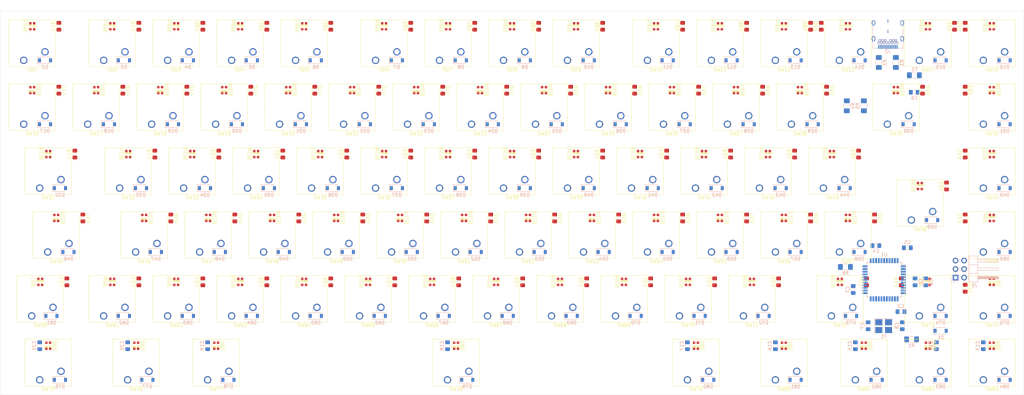
<source format=kicad_pcb>
(kicad_pcb (version 20171130) (host pcbnew 5.1.5+dfsg1-2build2)

  (general
    (thickness 1.6)
    (drawings 4)
    (tracks 0)
    (zones 0)
    (modules 353)
    (nets 215)
  )

  (page A3)
  (layers
    (0 F.Cu signal)
    (31 B.Cu signal)
    (32 B.Adhes user)
    (33 F.Adhes user)
    (34 B.Paste user)
    (35 F.Paste user)
    (36 B.SilkS user)
    (37 F.SilkS user)
    (38 B.Mask user)
    (39 F.Mask user)
    (40 Dwgs.User user)
    (41 Cmts.User user)
    (42 Eco1.User user)
    (43 Eco2.User user)
    (44 Edge.Cuts user)
    (45 Margin user)
    (46 B.CrtYd user)
    (47 F.CrtYd user)
    (48 B.Fab user)
    (49 F.Fab user)
  )

  (setup
    (last_trace_width 0.25)
    (trace_clearance 0.2)
    (zone_clearance 0.508)
    (zone_45_only no)
    (trace_min 0.2)
    (via_size 0.8)
    (via_drill 0.4)
    (via_min_size 0.6)
    (via_min_drill 0.3)
    (uvia_size 0.3)
    (uvia_drill 0.1)
    (uvias_allowed no)
    (uvia_min_size 0.2)
    (uvia_min_drill 0.1)
    (edge_width 0.05)
    (segment_width 0.2)
    (pcb_text_width 0.3)
    (pcb_text_size 1.5 1.5)
    (mod_edge_width 0.12)
    (mod_text_size 1 1)
    (mod_text_width 0.15)
    (pad_size 1.524 1.524)
    (pad_drill 0.762)
    (pad_to_mask_clearance 0.051)
    (solder_mask_min_width 0.25)
    (aux_axis_origin 0 0)
    (visible_elements FFFFF77F)
    (pcbplotparams
      (layerselection 0x010fc_ffffffff)
      (usegerberextensions false)
      (usegerberattributes false)
      (usegerberadvancedattributes false)
      (creategerberjobfile false)
      (excludeedgelayer true)
      (linewidth 0.100000)
      (plotframeref false)
      (viasonmask false)
      (mode 1)
      (useauxorigin false)
      (hpglpennumber 1)
      (hpglpenspeed 20)
      (hpglpendiameter 15.000000)
      (psnegative false)
      (psa4output false)
      (plotreference true)
      (plotvalue true)
      (plotinvisibletext false)
      (padsonsilk false)
      (subtractmaskfromsilk false)
      (outputformat 1)
      (mirror false)
      (drillshape 1)
      (scaleselection 1)
      (outputdirectory ""))
  )

  (net 0 "")
  (net 1 GND)
  (net 2 +5V)
  (net 3 "Net-(C7-Pad1)")
  (net 4 "Net-(C8-Pad2)")
  (net 5 "Net-(C9-Pad1)")
  (net 6 RST)
  (net 7 ROW0)
  (net 8 "Net-(D2-Pad2)")
  (net 9 "Net-(D3-Pad2)")
  (net 10 "Net-(D4-Pad2)")
  (net 11 "Net-(D5-Pad2)")
  (net 12 "Net-(D6-Pad2)")
  (net 13 "Net-(D7-Pad2)")
  (net 14 "Net-(D8-Pad2)")
  (net 15 "Net-(D9-Pad2)")
  (net 16 "Net-(D10-Pad2)")
  (net 17 "Net-(D11-Pad2)")
  (net 18 "Net-(D12-Pad2)")
  (net 19 "Net-(D13-Pad2)")
  (net 20 "Net-(D14-Pad2)")
  (net 21 "Net-(D15-Pad2)")
  (net 22 "Net-(D16-Pad2)")
  (net 23 ROW1)
  (net 24 "Net-(D17-Pad2)")
  (net 25 "Net-(D18-Pad2)")
  (net 26 "Net-(D19-Pad2)")
  (net 27 "Net-(D20-Pad2)")
  (net 28 "Net-(D21-Pad2)")
  (net 29 "Net-(D22-Pad2)")
  (net 30 "Net-(D23-Pad2)")
  (net 31 "Net-(D24-Pad2)")
  (net 32 "Net-(D25-Pad2)")
  (net 33 "Net-(D26-Pad2)")
  (net 34 "Net-(D27-Pad2)")
  (net 35 "Net-(D28-Pad2)")
  (net 36 "Net-(D29-Pad2)")
  (net 37 "Net-(D30-Pad2)")
  (net 38 "Net-(D31-Pad2)")
  (net 39 "Net-(D32-Pad2)")
  (net 40 ROW2)
  (net 41 "Net-(D33-Pad2)")
  (net 42 "Net-(D34-Pad2)")
  (net 43 "Net-(D35-Pad2)")
  (net 44 "Net-(D36-Pad2)")
  (net 45 "Net-(D37-Pad2)")
  (net 46 "Net-(D38-Pad2)")
  (net 47 "Net-(D39-Pad2)")
  (net 48 "Net-(D40-Pad2)")
  (net 49 "Net-(D41-Pad2)")
  (net 50 "Net-(D42-Pad2)")
  (net 51 "Net-(D43-Pad2)")
  (net 52 "Net-(D44-Pad2)")
  (net 53 "Net-(D45-Pad2)")
  (net 54 "Net-(D46-Pad2)")
  (net 55 ROW3)
  (net 56 "Net-(D47-Pad2)")
  (net 57 "Net-(D48-Pad2)")
  (net 58 "Net-(D49-Pad2)")
  (net 59 "Net-(D50-Pad2)")
  (net 60 "Net-(D51-Pad2)")
  (net 61 "Net-(D52-Pad2)")
  (net 62 "Net-(D53-Pad2)")
  (net 63 "Net-(D54-Pad2)")
  (net 64 "Net-(D55-Pad2)")
  (net 65 "Net-(D56-Pad2)")
  (net 66 "Net-(D57-Pad2)")
  (net 67 "Net-(D58-Pad2)")
  (net 68 "Net-(D59-Pad2)")
  (net 69 "Net-(D60-Pad2)")
  (net 70 ROW4)
  (net 71 "Net-(D61-Pad2)")
  (net 72 "Net-(D62-Pad2)")
  (net 73 "Net-(D63-Pad2)")
  (net 74 "Net-(D64-Pad2)")
  (net 75 "Net-(D65-Pad2)")
  (net 76 "Net-(D66-Pad2)")
  (net 77 "Net-(D67-Pad2)")
  (net 78 "Net-(D68-Pad2)")
  (net 79 "Net-(D69-Pad2)")
  (net 80 "Net-(D70-Pad2)")
  (net 81 "Net-(D71-Pad2)")
  (net 82 "Net-(D72-Pad2)")
  (net 83 "Net-(D73-Pad2)")
  (net 84 "Net-(D74-Pad2)")
  (net 85 "Net-(D75-Pad2)")
  (net 86 ROW5)
  (net 87 "Net-(D76-Pad2)")
  (net 88 "Net-(D77-Pad2)")
  (net 89 "Net-(D78-Pad2)")
  (net 90 "Net-(D79-Pad2)")
  (net 91 "Net-(D80-Pad2)")
  (net 92 "Net-(D81-Pad2)")
  (net 93 "Net-(D82-Pad2)")
  (net 94 "Net-(D83-Pad2)")
  (net 95 "Net-(D84-Pad2)")
  (net 96 "Net-(D85-Pad2)")
  (net 97 DIN)
  (net 98 "Net-(D86-Pad2)")
  (net 99 "Net-(D87-Pad2)")
  (net 100 "Net-(D88-Pad2)")
  (net 101 "Net-(D89-Pad2)")
  (net 102 "Net-(D90-Pad2)")
  (net 103 "Net-(D91-Pad2)")
  (net 104 "Net-(D92-Pad2)")
  (net 105 "Net-(D93-Pad2)")
  (net 106 "Net-(D94-Pad2)")
  (net 107 "Net-(D95-Pad2)")
  (net 108 "Net-(D96-Pad2)")
  (net 109 "Net-(D97-Pad2)")
  (net 110 "Net-(D98-Pad2)")
  (net 111 "Net-(D100-Pad4)")
  (net 112 "Net-(D100-Pad2)")
  (net 113 "Net-(D101-Pad2)")
  (net 114 "Net-(D102-Pad2)")
  (net 115 "Net-(D103-Pad2)")
  (net 116 "Net-(D104-Pad2)")
  (net 117 "Net-(D105-Pad2)")
  (net 118 "Net-(D106-Pad2)")
  (net 119 "Net-(D107-Pad2)")
  (net 120 "Net-(D108-Pad2)")
  (net 121 "Net-(D109-Pad2)")
  (net 122 "Net-(D110-Pad2)")
  (net 123 "Net-(D111-Pad2)")
  (net 124 "Net-(D112-Pad2)")
  (net 125 "Net-(D113-Pad2)")
  (net 126 "Net-(D114-Pad2)")
  (net 127 "Net-(D115-Pad2)")
  (net 128 "Net-(D116-Pad2)")
  (net 129 "Net-(D117-Pad2)")
  (net 130 "Net-(D118-Pad2)")
  (net 131 "Net-(D119-Pad2)")
  (net 132 "Net-(D120-Pad2)")
  (net 133 "Net-(D121-Pad2)")
  (net 134 "Net-(D122-Pad2)")
  (net 135 "Net-(D123-Pad2)")
  (net 136 "Net-(D124-Pad2)")
  (net 137 "Net-(D125-Pad2)")
  (net 138 "Net-(D126-Pad2)")
  (net 139 "Net-(D127-Pad2)")
  (net 140 "Net-(D128-Pad2)")
  (net 141 "Net-(D129-Pad2)")
  (net 142 "Net-(D130-Pad2)")
  (net 143 "Net-(D131-Pad2)")
  (net 144 "Net-(D132-Pad2)")
  (net 145 "Net-(D133-Pad2)")
  (net 146 "Net-(D134-Pad2)")
  (net 147 "Net-(D135-Pad2)")
  (net 148 "Net-(D136-Pad2)")
  (net 149 "Net-(D137-Pad2)")
  (net 150 "Net-(D138-Pad2)")
  (net 151 "Net-(D139-Pad2)")
  (net 152 "Net-(D140-Pad2)")
  (net 153 "Net-(D141-Pad2)")
  (net 154 "Net-(D142-Pad2)")
  (net 155 "Net-(D143-Pad2)")
  (net 156 "Net-(D144-Pad2)")
  (net 157 "Net-(D145-Pad2)")
  (net 158 "Net-(D146-Pad2)")
  (net 159 "Net-(D147-Pad2)")
  (net 160 "Net-(D148-Pad2)")
  (net 161 "Net-(D149-Pad2)")
  (net 162 "Net-(D150-Pad2)")
  (net 163 "Net-(D151-Pad2)")
  (net 164 "Net-(D152-Pad2)")
  (net 165 "Net-(D153-Pad2)")
  (net 166 "Net-(D154-Pad2)")
  (net 167 "Net-(D155-Pad2)")
  (net 168 "Net-(D156-Pad2)")
  (net 169 "Net-(D157-Pad2)")
  (net 170 "Net-(D158-Pad2)")
  (net 171 "Net-(D159-Pad2)")
  (net 172 "Net-(D160-Pad2)")
  (net 173 "Net-(D161-Pad2)")
  (net 174 "Net-(D162-Pad2)")
  (net 175 "Net-(D163-Pad2)")
  (net 176 "Net-(D164-Pad2)")
  (net 177 "Net-(D165-Pad2)")
  (net 178 "Net-(D166-Pad2)")
  (net 179 "Net-(D167-Pad2)")
  (net 180 "Net-(F1-Pad2)")
  (net 181 COL02)
  (net 182 COL00)
  (net 183 COL01)
  (net 184 "Net-(J2-PadA11)")
  (net 185 "Net-(J2-PadA10)")
  (net 186 "Net-(J2-PadA8)")
  (net 187 D-)
  (net 188 D+)
  (net 189 "Net-(J2-PadA5)")
  (net 190 "Net-(J2-PadA3)")
  (net 191 "Net-(J2-PadA2)")
  (net 192 "Net-(J2-PadB10)")
  (net 193 "Net-(J2-PadB3)")
  (net 194 "Net-(J2-PadB8)")
  (net 195 "Net-(J2-PadB5)")
  (net 196 "Net-(J2-PadB2)")
  (net 197 "Net-(J2-PadB11)")
  (net 198 "Net-(R6-Pad2)")
  (net 199 COL03)
  (net 200 COL04)
  (net 201 COL06)
  (net 202 COL07)
  (net 203 COL08)
  (net 204 COL09)
  (net 205 COL10)
  (net 206 COL11)
  (net 207 COL12)
  (net 208 COL13)
  (net 209 COL14)
  (net 210 COL15)
  (net 211 COL05)
  (net 212 "Net-(U1-Pad1)")
  (net 213 "Net-(U1-Pad8)")
  (net 214 "Net-(U1-Pad42)")

  (net_class Default "Dies ist die voreingestellte Netzklasse."
    (clearance 0.2)
    (trace_width 0.25)
    (via_dia 0.8)
    (via_drill 0.4)
    (uvia_dia 0.3)
    (uvia_drill 0.1)
    (add_net +5V)
    (add_net COL00)
    (add_net COL01)
    (add_net COL02)
    (add_net COL03)
    (add_net COL04)
    (add_net COL05)
    (add_net COL06)
    (add_net COL07)
    (add_net COL08)
    (add_net COL09)
    (add_net COL10)
    (add_net COL11)
    (add_net COL12)
    (add_net COL13)
    (add_net COL14)
    (add_net COL15)
    (add_net D+)
    (add_net D-)
    (add_net DIN)
    (add_net GND)
    (add_net "Net-(C7-Pad1)")
    (add_net "Net-(C8-Pad2)")
    (add_net "Net-(C9-Pad1)")
    (add_net "Net-(D10-Pad2)")
    (add_net "Net-(D100-Pad2)")
    (add_net "Net-(D100-Pad4)")
    (add_net "Net-(D101-Pad2)")
    (add_net "Net-(D102-Pad2)")
    (add_net "Net-(D103-Pad2)")
    (add_net "Net-(D104-Pad2)")
    (add_net "Net-(D105-Pad2)")
    (add_net "Net-(D106-Pad2)")
    (add_net "Net-(D107-Pad2)")
    (add_net "Net-(D108-Pad2)")
    (add_net "Net-(D109-Pad2)")
    (add_net "Net-(D11-Pad2)")
    (add_net "Net-(D110-Pad2)")
    (add_net "Net-(D111-Pad2)")
    (add_net "Net-(D112-Pad2)")
    (add_net "Net-(D113-Pad2)")
    (add_net "Net-(D114-Pad2)")
    (add_net "Net-(D115-Pad2)")
    (add_net "Net-(D116-Pad2)")
    (add_net "Net-(D117-Pad2)")
    (add_net "Net-(D118-Pad2)")
    (add_net "Net-(D119-Pad2)")
    (add_net "Net-(D12-Pad2)")
    (add_net "Net-(D120-Pad2)")
    (add_net "Net-(D121-Pad2)")
    (add_net "Net-(D122-Pad2)")
    (add_net "Net-(D123-Pad2)")
    (add_net "Net-(D124-Pad2)")
    (add_net "Net-(D125-Pad2)")
    (add_net "Net-(D126-Pad2)")
    (add_net "Net-(D127-Pad2)")
    (add_net "Net-(D128-Pad2)")
    (add_net "Net-(D129-Pad2)")
    (add_net "Net-(D13-Pad2)")
    (add_net "Net-(D130-Pad2)")
    (add_net "Net-(D131-Pad2)")
    (add_net "Net-(D132-Pad2)")
    (add_net "Net-(D133-Pad2)")
    (add_net "Net-(D134-Pad2)")
    (add_net "Net-(D135-Pad2)")
    (add_net "Net-(D136-Pad2)")
    (add_net "Net-(D137-Pad2)")
    (add_net "Net-(D138-Pad2)")
    (add_net "Net-(D139-Pad2)")
    (add_net "Net-(D14-Pad2)")
    (add_net "Net-(D140-Pad2)")
    (add_net "Net-(D141-Pad2)")
    (add_net "Net-(D142-Pad2)")
    (add_net "Net-(D143-Pad2)")
    (add_net "Net-(D144-Pad2)")
    (add_net "Net-(D145-Pad2)")
    (add_net "Net-(D146-Pad2)")
    (add_net "Net-(D147-Pad2)")
    (add_net "Net-(D148-Pad2)")
    (add_net "Net-(D149-Pad2)")
    (add_net "Net-(D15-Pad2)")
    (add_net "Net-(D150-Pad2)")
    (add_net "Net-(D151-Pad2)")
    (add_net "Net-(D152-Pad2)")
    (add_net "Net-(D153-Pad2)")
    (add_net "Net-(D154-Pad2)")
    (add_net "Net-(D155-Pad2)")
    (add_net "Net-(D156-Pad2)")
    (add_net "Net-(D157-Pad2)")
    (add_net "Net-(D158-Pad2)")
    (add_net "Net-(D159-Pad2)")
    (add_net "Net-(D16-Pad2)")
    (add_net "Net-(D160-Pad2)")
    (add_net "Net-(D161-Pad2)")
    (add_net "Net-(D162-Pad2)")
    (add_net "Net-(D163-Pad2)")
    (add_net "Net-(D164-Pad2)")
    (add_net "Net-(D165-Pad2)")
    (add_net "Net-(D166-Pad2)")
    (add_net "Net-(D167-Pad2)")
    (add_net "Net-(D17-Pad2)")
    (add_net "Net-(D18-Pad2)")
    (add_net "Net-(D19-Pad2)")
    (add_net "Net-(D2-Pad2)")
    (add_net "Net-(D20-Pad2)")
    (add_net "Net-(D21-Pad2)")
    (add_net "Net-(D22-Pad2)")
    (add_net "Net-(D23-Pad2)")
    (add_net "Net-(D24-Pad2)")
    (add_net "Net-(D25-Pad2)")
    (add_net "Net-(D26-Pad2)")
    (add_net "Net-(D27-Pad2)")
    (add_net "Net-(D28-Pad2)")
    (add_net "Net-(D29-Pad2)")
    (add_net "Net-(D3-Pad2)")
    (add_net "Net-(D30-Pad2)")
    (add_net "Net-(D31-Pad2)")
    (add_net "Net-(D32-Pad2)")
    (add_net "Net-(D33-Pad2)")
    (add_net "Net-(D34-Pad2)")
    (add_net "Net-(D35-Pad2)")
    (add_net "Net-(D36-Pad2)")
    (add_net "Net-(D37-Pad2)")
    (add_net "Net-(D38-Pad2)")
    (add_net "Net-(D39-Pad2)")
    (add_net "Net-(D4-Pad2)")
    (add_net "Net-(D40-Pad2)")
    (add_net "Net-(D41-Pad2)")
    (add_net "Net-(D42-Pad2)")
    (add_net "Net-(D43-Pad2)")
    (add_net "Net-(D44-Pad2)")
    (add_net "Net-(D45-Pad2)")
    (add_net "Net-(D46-Pad2)")
    (add_net "Net-(D47-Pad2)")
    (add_net "Net-(D48-Pad2)")
    (add_net "Net-(D49-Pad2)")
    (add_net "Net-(D5-Pad2)")
    (add_net "Net-(D50-Pad2)")
    (add_net "Net-(D51-Pad2)")
    (add_net "Net-(D52-Pad2)")
    (add_net "Net-(D53-Pad2)")
    (add_net "Net-(D54-Pad2)")
    (add_net "Net-(D55-Pad2)")
    (add_net "Net-(D56-Pad2)")
    (add_net "Net-(D57-Pad2)")
    (add_net "Net-(D58-Pad2)")
    (add_net "Net-(D59-Pad2)")
    (add_net "Net-(D6-Pad2)")
    (add_net "Net-(D60-Pad2)")
    (add_net "Net-(D61-Pad2)")
    (add_net "Net-(D62-Pad2)")
    (add_net "Net-(D63-Pad2)")
    (add_net "Net-(D64-Pad2)")
    (add_net "Net-(D65-Pad2)")
    (add_net "Net-(D66-Pad2)")
    (add_net "Net-(D67-Pad2)")
    (add_net "Net-(D68-Pad2)")
    (add_net "Net-(D69-Pad2)")
    (add_net "Net-(D7-Pad2)")
    (add_net "Net-(D70-Pad2)")
    (add_net "Net-(D71-Pad2)")
    (add_net "Net-(D72-Pad2)")
    (add_net "Net-(D73-Pad2)")
    (add_net "Net-(D74-Pad2)")
    (add_net "Net-(D75-Pad2)")
    (add_net "Net-(D76-Pad2)")
    (add_net "Net-(D77-Pad2)")
    (add_net "Net-(D78-Pad2)")
    (add_net "Net-(D79-Pad2)")
    (add_net "Net-(D8-Pad2)")
    (add_net "Net-(D80-Pad2)")
    (add_net "Net-(D81-Pad2)")
    (add_net "Net-(D82-Pad2)")
    (add_net "Net-(D83-Pad2)")
    (add_net "Net-(D84-Pad2)")
    (add_net "Net-(D85-Pad2)")
    (add_net "Net-(D86-Pad2)")
    (add_net "Net-(D87-Pad2)")
    (add_net "Net-(D88-Pad2)")
    (add_net "Net-(D89-Pad2)")
    (add_net "Net-(D9-Pad2)")
    (add_net "Net-(D90-Pad2)")
    (add_net "Net-(D91-Pad2)")
    (add_net "Net-(D92-Pad2)")
    (add_net "Net-(D93-Pad2)")
    (add_net "Net-(D94-Pad2)")
    (add_net "Net-(D95-Pad2)")
    (add_net "Net-(D96-Pad2)")
    (add_net "Net-(D97-Pad2)")
    (add_net "Net-(D98-Pad2)")
    (add_net "Net-(F1-Pad2)")
    (add_net "Net-(J2-PadA10)")
    (add_net "Net-(J2-PadA11)")
    (add_net "Net-(J2-PadA2)")
    (add_net "Net-(J2-PadA3)")
    (add_net "Net-(J2-PadA5)")
    (add_net "Net-(J2-PadA8)")
    (add_net "Net-(J2-PadB10)")
    (add_net "Net-(J2-PadB11)")
    (add_net "Net-(J2-PadB2)")
    (add_net "Net-(J2-PadB3)")
    (add_net "Net-(J2-PadB5)")
    (add_net "Net-(J2-PadB8)")
    (add_net "Net-(R6-Pad2)")
    (add_net "Net-(U1-Pad1)")
    (add_net "Net-(U1-Pad42)")
    (add_net "Net-(U1-Pad8)")
    (add_net ROW0)
    (add_net ROW1)
    (add_net ROW2)
    (add_net ROW3)
    (add_net ROW4)
    (add_net ROW5)
    (add_net RST)
  )

  (module kezboard-pcb:LED_WS2812_2020 (layer F.Cu) (tedit 5F1C4B34) (tstamp 5F1B709E)
    (at 314.325 118.745 90)
    (descr https://www.peace-corp.co.jp/data/WS2812-2020_V1.0_EN.pdf)
    (path /5F949B9C/5F9E7A8D)
    (fp_text reference D85 (at 0 -2 90) (layer F.SilkS)
      (effects (font (size 1 1) (thickness 0.15)))
    )
    (fp_text value WS2812B (at 0 2 90) (layer F.Fab)
      (effects (font (size 1 1) (thickness 0.15)))
    )
    (fp_poly (pts (xy 0.45 0.9) (xy 0.05 0.9) (xy 0.05 -0.9) (xy 0.45 -0.9)) (layer F.SilkS) (width 0.1))
    (fp_line (start 1.1 1.11) (end -1.1 1.11) (layer F.SilkS) (width 0.12))
    (fp_line (start -1.1 -1.11) (end 1.1 -1.11) (layer F.SilkS) (width 0.12))
    (fp_text user %R (at 0 0 90) (layer F.Fab)
      (effects (font (size 0.5 0.5) (thickness 0.1)))
    )
    (fp_line (start -1.1 1) (end -1.1 -1) (layer F.Fab) (width 0.1))
    (fp_line (start 1.1 1) (end -1.1 1) (layer F.Fab) (width 0.1))
    (fp_line (start 1.1 -1) (end 1.1 1) (layer F.Fab) (width 0.1))
    (fp_line (start -1.1 -1) (end 1.1 -1) (layer F.Fab) (width 0.1))
    (pad 1 smd rect (at -0.9015 0.55 90) (size 0.7 0.7) (layers F.Cu F.Paste F.Mask)
      (net 2 +5V))
    (pad 4 smd rect (at -0.9015 -0.55 90) (size 0.7 0.7) (layers F.Cu F.Paste F.Mask)
      (net 97 DIN))
    (pad 3 smd rect (at 0.9015 -0.55 90) (size 0.7 0.7) (layers F.Cu F.Paste F.Mask)
      (net 1 GND))
    (pad 2 smd rect (at 0.9015 0.55 90) (size 0.7 0.7) (layers F.Cu F.Paste F.Mask)
      (net 96 "Net-(D85-Pad2)"))
  )

  (module kezboard-pcb:LED_WS2812_2020 (layer F.Cu) (tedit 5F1C4B34) (tstamp 5F15F975)
    (at 333.375 99.695 90)
    (descr https://www.peace-corp.co.jp/data/WS2812-2020_V1.0_EN.pdf)
    (path /5F949B9C/5FD3F1F5)
    (fp_text reference D86 (at 0 -2 90) (layer F.SilkS)
      (effects (font (size 1 1) (thickness 0.15)))
    )
    (fp_text value WS2812B (at 0 2 90) (layer F.Fab)
      (effects (font (size 1 1) (thickness 0.15)))
    )
    (fp_poly (pts (xy 0.45 0.9) (xy 0.05 0.9) (xy 0.05 -0.9) (xy 0.45 -0.9)) (layer F.SilkS) (width 0.1))
    (fp_line (start 1.1 1.11) (end -1.1 1.11) (layer F.SilkS) (width 0.12))
    (fp_line (start -1.1 -1.11) (end 1.1 -1.11) (layer F.SilkS) (width 0.12))
    (fp_text user %R (at 0 0 90) (layer F.Fab)
      (effects (font (size 0.5 0.5) (thickness 0.1)))
    )
    (fp_line (start -1.1 1) (end -1.1 -1) (layer F.Fab) (width 0.1))
    (fp_line (start 1.1 1) (end -1.1 1) (layer F.Fab) (width 0.1))
    (fp_line (start 1.1 -1) (end 1.1 1) (layer F.Fab) (width 0.1))
    (fp_line (start -1.1 -1) (end 1.1 -1) (layer F.Fab) (width 0.1))
    (pad 1 smd rect (at -0.9015 0.55 90) (size 0.7 0.7) (layers F.Cu F.Paste F.Mask)
      (net 2 +5V))
    (pad 4 smd rect (at -0.9015 -0.55 90) (size 0.7 0.7) (layers F.Cu F.Paste F.Mask)
      (net 96 "Net-(D85-Pad2)"))
    (pad 3 smd rect (at 0.9015 -0.55 90) (size 0.7 0.7) (layers F.Cu F.Paste F.Mask)
      (net 1 GND))
    (pad 2 smd rect (at 0.9015 0.55 90) (size 0.7 0.7) (layers F.Cu F.Paste F.Mask)
      (net 98 "Net-(D86-Pad2)"))
  )

  (module kezboard-pcb:LED_WS2812_2020 (layer F.Cu) (tedit 5F1C4B34) (tstamp 5F1B738A)
    (at 333.375 118.745 270)
    (descr https://www.peace-corp.co.jp/data/WS2812-2020_V1.0_EN.pdf)
    (path /5F949B9C/5FD40FA8)
    (fp_text reference D87 (at 0 -2 90) (layer F.SilkS)
      (effects (font (size 1 1) (thickness 0.15)))
    )
    (fp_text value WS2812B (at 0 2 90) (layer F.Fab)
      (effects (font (size 1 1) (thickness 0.15)))
    )
    (fp_poly (pts (xy 0.45 0.9) (xy 0.05 0.9) (xy 0.05 -0.9) (xy 0.45 -0.9)) (layer F.SilkS) (width 0.1))
    (fp_line (start 1.1 1.11) (end -1.1 1.11) (layer F.SilkS) (width 0.12))
    (fp_line (start -1.1 -1.11) (end 1.1 -1.11) (layer F.SilkS) (width 0.12))
    (fp_text user %R (at 0 0 90) (layer F.Fab)
      (effects (font (size 0.5 0.5) (thickness 0.1)))
    )
    (fp_line (start -1.1 1) (end -1.1 -1) (layer F.Fab) (width 0.1))
    (fp_line (start 1.1 1) (end -1.1 1) (layer F.Fab) (width 0.1))
    (fp_line (start 1.1 -1) (end 1.1 1) (layer F.Fab) (width 0.1))
    (fp_line (start -1.1 -1) (end 1.1 -1) (layer F.Fab) (width 0.1))
    (pad 1 smd rect (at -0.9015 0.55 270) (size 0.7 0.7) (layers F.Cu F.Paste F.Mask)
      (net 2 +5V))
    (pad 4 smd rect (at -0.9015 -0.55 270) (size 0.7 0.7) (layers F.Cu F.Paste F.Mask)
      (net 98 "Net-(D86-Pad2)"))
    (pad 3 smd rect (at 0.9015 -0.55 270) (size 0.7 0.7) (layers F.Cu F.Paste F.Mask)
      (net 1 GND))
    (pad 2 smd rect (at 0.9015 0.55 270) (size 0.7 0.7) (layers F.Cu F.Paste F.Mask)
      (net 99 "Net-(D87-Pad2)"))
  )

  (module kezboard-pcb:LED_WS2812_2020 (layer F.Cu) (tedit 5F1C4B34) (tstamp 5F15F993)
    (at 333.375 137.795 270)
    (descr https://www.peace-corp.co.jp/data/WS2812-2020_V1.0_EN.pdf)
    (path /5F949B9C/5FD423CF)
    (fp_text reference D88 (at 0 -2 90) (layer F.SilkS)
      (effects (font (size 1 1) (thickness 0.15)))
    )
    (fp_text value WS2812B (at 0 2 90) (layer F.Fab)
      (effects (font (size 1 1) (thickness 0.15)))
    )
    (fp_poly (pts (xy 0.45 0.9) (xy 0.05 0.9) (xy 0.05 -0.9) (xy 0.45 -0.9)) (layer F.SilkS) (width 0.1))
    (fp_line (start 1.1 1.11) (end -1.1 1.11) (layer F.SilkS) (width 0.12))
    (fp_line (start -1.1 -1.11) (end 1.1 -1.11) (layer F.SilkS) (width 0.12))
    (fp_text user %R (at 0 0 90) (layer F.Fab)
      (effects (font (size 0.5 0.5) (thickness 0.1)))
    )
    (fp_line (start -1.1 1) (end -1.1 -1) (layer F.Fab) (width 0.1))
    (fp_line (start 1.1 1) (end -1.1 1) (layer F.Fab) (width 0.1))
    (fp_line (start 1.1 -1) (end 1.1 1) (layer F.Fab) (width 0.1))
    (fp_line (start -1.1 -1) (end 1.1 -1) (layer F.Fab) (width 0.1))
    (pad 1 smd rect (at -0.9015 0.55 270) (size 0.7 0.7) (layers F.Cu F.Paste F.Mask)
      (net 2 +5V))
    (pad 4 smd rect (at -0.9015 -0.55 270) (size 0.7 0.7) (layers F.Cu F.Paste F.Mask)
      (net 99 "Net-(D87-Pad2)"))
    (pad 3 smd rect (at 0.9015 -0.55 270) (size 0.7 0.7) (layers F.Cu F.Paste F.Mask)
      (net 1 GND))
    (pad 2 smd rect (at 0.9015 0.55 270) (size 0.7 0.7) (layers F.Cu F.Paste F.Mask)
      (net 100 "Net-(D88-Pad2)"))
  )

  (module kezboard-pcb:LED_WS2812_2020 (layer F.Cu) (tedit 5F1C4B34) (tstamp 5F15F9A2)
    (at 314.325 137.795 270)
    (descr https://www.peace-corp.co.jp/data/WS2812-2020_V1.0_EN.pdf)
    (path /5F949B9C/5FD43994)
    (fp_text reference D89 (at 0 -2 90) (layer F.SilkS)
      (effects (font (size 1 1) (thickness 0.15)))
    )
    (fp_text value WS2812B (at 0 2 90) (layer F.Fab)
      (effects (font (size 1 1) (thickness 0.15)))
    )
    (fp_poly (pts (xy 0.45 0.9) (xy 0.05 0.9) (xy 0.05 -0.9) (xy 0.45 -0.9)) (layer F.SilkS) (width 0.1))
    (fp_line (start 1.1 1.11) (end -1.1 1.11) (layer F.SilkS) (width 0.12))
    (fp_line (start -1.1 -1.11) (end 1.1 -1.11) (layer F.SilkS) (width 0.12))
    (fp_text user %R (at 0 0 90) (layer F.Fab)
      (effects (font (size 0.5 0.5) (thickness 0.1)))
    )
    (fp_line (start -1.1 1) (end -1.1 -1) (layer F.Fab) (width 0.1))
    (fp_line (start 1.1 1) (end -1.1 1) (layer F.Fab) (width 0.1))
    (fp_line (start 1.1 -1) (end 1.1 1) (layer F.Fab) (width 0.1))
    (fp_line (start -1.1 -1) (end 1.1 -1) (layer F.Fab) (width 0.1))
    (pad 1 smd rect (at -0.9015 0.55 270) (size 0.7 0.7) (layers F.Cu F.Paste F.Mask)
      (net 2 +5V))
    (pad 4 smd rect (at -0.9015 -0.55 270) (size 0.7 0.7) (layers F.Cu F.Paste F.Mask)
      (net 100 "Net-(D88-Pad2)"))
    (pad 3 smd rect (at 0.9015 -0.55 270) (size 0.7 0.7) (layers F.Cu F.Paste F.Mask)
      (net 1 GND))
    (pad 2 smd rect (at 0.9015 0.55 270) (size 0.7 0.7) (layers F.Cu F.Paste F.Mask)
      (net 101 "Net-(D89-Pad2)"))
  )

  (module kezboard-pcb:LED_WS2812_2020 (layer F.Cu) (tedit 5F1C4B34) (tstamp 5F15F9B1)
    (at 295.275 137.795 270)
    (descr https://www.peace-corp.co.jp/data/WS2812-2020_V1.0_EN.pdf)
    (path /5F949B9C/5F62CAD6)
    (fp_text reference D90 (at 0 -2 90) (layer F.SilkS)
      (effects (font (size 1 1) (thickness 0.15)))
    )
    (fp_text value WS2812B (at 0 2 90) (layer F.Fab)
      (effects (font (size 1 1) (thickness 0.15)))
    )
    (fp_poly (pts (xy 0.45 0.9) (xy 0.05 0.9) (xy 0.05 -0.9) (xy 0.45 -0.9)) (layer F.SilkS) (width 0.1))
    (fp_line (start 1.1 1.11) (end -1.1 1.11) (layer F.SilkS) (width 0.12))
    (fp_line (start -1.1 -1.11) (end 1.1 -1.11) (layer F.SilkS) (width 0.12))
    (fp_text user %R (at 0 0 90) (layer F.Fab)
      (effects (font (size 0.5 0.5) (thickness 0.1)))
    )
    (fp_line (start -1.1 1) (end -1.1 -1) (layer F.Fab) (width 0.1))
    (fp_line (start 1.1 1) (end -1.1 1) (layer F.Fab) (width 0.1))
    (fp_line (start 1.1 -1) (end 1.1 1) (layer F.Fab) (width 0.1))
    (fp_line (start -1.1 -1) (end 1.1 -1) (layer F.Fab) (width 0.1))
    (pad 1 smd rect (at -0.9015 0.55 270) (size 0.7 0.7) (layers F.Cu F.Paste F.Mask)
      (net 2 +5V))
    (pad 4 smd rect (at -0.9015 -0.55 270) (size 0.7 0.7) (layers F.Cu F.Paste F.Mask)
      (net 101 "Net-(D89-Pad2)"))
    (pad 3 smd rect (at 0.9015 -0.55 270) (size 0.7 0.7) (layers F.Cu F.Paste F.Mask)
      (net 1 GND))
    (pad 2 smd rect (at 0.9015 0.55 270) (size 0.7 0.7) (layers F.Cu F.Paste F.Mask)
      (net 102 "Net-(D90-Pad2)"))
  )

  (module kezboard-pcb:LED_WS2812_2020 (layer F.Cu) (tedit 5F1C4B34) (tstamp 5F15F9C0)
    (at 271.4625 137.795 270)
    (descr https://www.peace-corp.co.jp/data/WS2812-2020_V1.0_EN.pdf)
    (path /5F949B9C/5F62CAF9)
    (fp_text reference D91 (at 0 -2 90) (layer F.SilkS)
      (effects (font (size 1 1) (thickness 0.15)))
    )
    (fp_text value WS2812B (at 0 2 90) (layer F.Fab)
      (effects (font (size 1 1) (thickness 0.15)))
    )
    (fp_poly (pts (xy 0.45 0.9) (xy 0.05 0.9) (xy 0.05 -0.9) (xy 0.45 -0.9)) (layer F.SilkS) (width 0.1))
    (fp_line (start 1.1 1.11) (end -1.1 1.11) (layer F.SilkS) (width 0.12))
    (fp_line (start -1.1 -1.11) (end 1.1 -1.11) (layer F.SilkS) (width 0.12))
    (fp_text user %R (at 0 0 90) (layer F.Fab)
      (effects (font (size 0.5 0.5) (thickness 0.1)))
    )
    (fp_line (start -1.1 1) (end -1.1 -1) (layer F.Fab) (width 0.1))
    (fp_line (start 1.1 1) (end -1.1 1) (layer F.Fab) (width 0.1))
    (fp_line (start 1.1 -1) (end 1.1 1) (layer F.Fab) (width 0.1))
    (fp_line (start -1.1 -1) (end 1.1 -1) (layer F.Fab) (width 0.1))
    (pad 1 smd rect (at -0.9015 0.55 270) (size 0.7 0.7) (layers F.Cu F.Paste F.Mask)
      (net 2 +5V))
    (pad 4 smd rect (at -0.9015 -0.55 270) (size 0.7 0.7) (layers F.Cu F.Paste F.Mask)
      (net 102 "Net-(D90-Pad2)"))
    (pad 3 smd rect (at 0.9015 -0.55 270) (size 0.7 0.7) (layers F.Cu F.Paste F.Mask)
      (net 1 GND))
    (pad 2 smd rect (at 0.9015 0.55 270) (size 0.7 0.7) (layers F.Cu F.Paste F.Mask)
      (net 103 "Net-(D91-Pad2)"))
  )

  (module kezboard-pcb:LED_WS2812_2020 (layer F.Cu) (tedit 5F1C4B34) (tstamp 5F15F9CF)
    (at 245.26875 137.795 270)
    (descr https://www.peace-corp.co.jp/data/WS2812-2020_V1.0_EN.pdf)
    (path /5F949B9C/5F62CB1C)
    (fp_text reference D92 (at 0 -2 90) (layer F.SilkS)
      (effects (font (size 1 1) (thickness 0.15)))
    )
    (fp_text value WS2812B (at 0 2 90) (layer F.Fab)
      (effects (font (size 1 1) (thickness 0.15)))
    )
    (fp_poly (pts (xy 0.45 0.9) (xy 0.05 0.9) (xy 0.05 -0.9) (xy 0.45 -0.9)) (layer F.SilkS) (width 0.1))
    (fp_line (start 1.1 1.11) (end -1.1 1.11) (layer F.SilkS) (width 0.12))
    (fp_line (start -1.1 -1.11) (end 1.1 -1.11) (layer F.SilkS) (width 0.12))
    (fp_text user %R (at 0 0 90) (layer F.Fab)
      (effects (font (size 0.5 0.5) (thickness 0.1)))
    )
    (fp_line (start -1.1 1) (end -1.1 -1) (layer F.Fab) (width 0.1))
    (fp_line (start 1.1 1) (end -1.1 1) (layer F.Fab) (width 0.1))
    (fp_line (start 1.1 -1) (end 1.1 1) (layer F.Fab) (width 0.1))
    (fp_line (start -1.1 -1) (end 1.1 -1) (layer F.Fab) (width 0.1))
    (pad 1 smd rect (at -0.9015 0.55 270) (size 0.7 0.7) (layers F.Cu F.Paste F.Mask)
      (net 2 +5V))
    (pad 4 smd rect (at -0.9015 -0.55 270) (size 0.7 0.7) (layers F.Cu F.Paste F.Mask)
      (net 103 "Net-(D91-Pad2)"))
    (pad 3 smd rect (at 0.9015 -0.55 270) (size 0.7 0.7) (layers F.Cu F.Paste F.Mask)
      (net 1 GND))
    (pad 2 smd rect (at 0.9015 0.55 270) (size 0.7 0.7) (layers F.Cu F.Paste F.Mask)
      (net 104 "Net-(D92-Pad2)"))
  )

  (module kezboard-pcb:LED_WS2812_2020 (layer F.Cu) (tedit 5F1C4B34) (tstamp 5F15F9DE)
    (at 173.83125 137.795 270)
    (descr https://www.peace-corp.co.jp/data/WS2812-2020_V1.0_EN.pdf)
    (path /5F949B9C/5F62CB3F)
    (fp_text reference D93 (at 0 -2 90) (layer F.SilkS)
      (effects (font (size 1 1) (thickness 0.15)))
    )
    (fp_text value WS2812B (at 0 2 90) (layer F.Fab)
      (effects (font (size 1 1) (thickness 0.15)))
    )
    (fp_poly (pts (xy 0.45 0.9) (xy 0.05 0.9) (xy 0.05 -0.9) (xy 0.45 -0.9)) (layer F.SilkS) (width 0.1))
    (fp_line (start 1.1 1.11) (end -1.1 1.11) (layer F.SilkS) (width 0.12))
    (fp_line (start -1.1 -1.11) (end 1.1 -1.11) (layer F.SilkS) (width 0.12))
    (fp_text user %R (at 0 0 90) (layer F.Fab)
      (effects (font (size 0.5 0.5) (thickness 0.1)))
    )
    (fp_line (start -1.1 1) (end -1.1 -1) (layer F.Fab) (width 0.1))
    (fp_line (start 1.1 1) (end -1.1 1) (layer F.Fab) (width 0.1))
    (fp_line (start 1.1 -1) (end 1.1 1) (layer F.Fab) (width 0.1))
    (fp_line (start -1.1 -1) (end 1.1 -1) (layer F.Fab) (width 0.1))
    (pad 1 smd rect (at -0.9015 0.55 270) (size 0.7 0.7) (layers F.Cu F.Paste F.Mask)
      (net 2 +5V))
    (pad 4 smd rect (at -0.9015 -0.55 270) (size 0.7 0.7) (layers F.Cu F.Paste F.Mask)
      (net 104 "Net-(D92-Pad2)"))
    (pad 3 smd rect (at 0.9015 -0.55 270) (size 0.7 0.7) (layers F.Cu F.Paste F.Mask)
      (net 1 GND))
    (pad 2 smd rect (at 0.9015 0.55 270) (size 0.7 0.7) (layers F.Cu F.Paste F.Mask)
      (net 105 "Net-(D93-Pad2)"))
  )

  (module kezboard-pcb:LED_WS2812_2020 (layer F.Cu) (tedit 5F1C4B34) (tstamp 5F15F9ED)
    (at 102.39375 137.795 270)
    (descr https://www.peace-corp.co.jp/data/WS2812-2020_V1.0_EN.pdf)
    (path /5F949B9C/5F62CB61)
    (fp_text reference D94 (at 0 -2 90) (layer F.SilkS)
      (effects (font (size 1 1) (thickness 0.15)))
    )
    (fp_text value WS2812B (at 0 2 90) (layer F.Fab)
      (effects (font (size 1 1) (thickness 0.15)))
    )
    (fp_poly (pts (xy 0.45 0.9) (xy 0.05 0.9) (xy 0.05 -0.9) (xy 0.45 -0.9)) (layer F.SilkS) (width 0.1))
    (fp_line (start 1.1 1.11) (end -1.1 1.11) (layer F.SilkS) (width 0.12))
    (fp_line (start -1.1 -1.11) (end 1.1 -1.11) (layer F.SilkS) (width 0.12))
    (fp_text user %R (at 0 0 90) (layer F.Fab)
      (effects (font (size 0.5 0.5) (thickness 0.1)))
    )
    (fp_line (start -1.1 1) (end -1.1 -1) (layer F.Fab) (width 0.1))
    (fp_line (start 1.1 1) (end -1.1 1) (layer F.Fab) (width 0.1))
    (fp_line (start 1.1 -1) (end 1.1 1) (layer F.Fab) (width 0.1))
    (fp_line (start -1.1 -1) (end 1.1 -1) (layer F.Fab) (width 0.1))
    (pad 1 smd rect (at -0.9015 0.55 270) (size 0.7 0.7) (layers F.Cu F.Paste F.Mask)
      (net 2 +5V))
    (pad 4 smd rect (at -0.9015 -0.55 270) (size 0.7 0.7) (layers F.Cu F.Paste F.Mask)
      (net 105 "Net-(D93-Pad2)"))
    (pad 3 smd rect (at 0.9015 -0.55 270) (size 0.7 0.7) (layers F.Cu F.Paste F.Mask)
      (net 1 GND))
    (pad 2 smd rect (at 0.9015 0.55 270) (size 0.7 0.7) (layers F.Cu F.Paste F.Mask)
      (net 106 "Net-(D94-Pad2)"))
  )

  (module kezboard-pcb:LED_WS2812_2020 (layer F.Cu) (tedit 5F1C4B34) (tstamp 5F15F9FC)
    (at 78.58125 137.795 270)
    (descr https://www.peace-corp.co.jp/data/WS2812-2020_V1.0_EN.pdf)
    (path /5F949B9C/5F6A6266)
    (fp_text reference D95 (at 0 -2 90) (layer F.SilkS)
      (effects (font (size 1 1) (thickness 0.15)))
    )
    (fp_text value WS2812B (at 0 2 90) (layer F.Fab)
      (effects (font (size 1 1) (thickness 0.15)))
    )
    (fp_poly (pts (xy 0.45 0.9) (xy 0.05 0.9) (xy 0.05 -0.9) (xy 0.45 -0.9)) (layer F.SilkS) (width 0.1))
    (fp_line (start 1.1 1.11) (end -1.1 1.11) (layer F.SilkS) (width 0.12))
    (fp_line (start -1.1 -1.11) (end 1.1 -1.11) (layer F.SilkS) (width 0.12))
    (fp_text user %R (at 0 0 90) (layer F.Fab)
      (effects (font (size 0.5 0.5) (thickness 0.1)))
    )
    (fp_line (start -1.1 1) (end -1.1 -1) (layer F.Fab) (width 0.1))
    (fp_line (start 1.1 1) (end -1.1 1) (layer F.Fab) (width 0.1))
    (fp_line (start 1.1 -1) (end 1.1 1) (layer F.Fab) (width 0.1))
    (fp_line (start -1.1 -1) (end 1.1 -1) (layer F.Fab) (width 0.1))
    (pad 1 smd rect (at -0.9015 0.55 270) (size 0.7 0.7) (layers F.Cu F.Paste F.Mask)
      (net 2 +5V))
    (pad 4 smd rect (at -0.9015 -0.55 270) (size 0.7 0.7) (layers F.Cu F.Paste F.Mask)
      (net 106 "Net-(D94-Pad2)"))
    (pad 3 smd rect (at 0.9015 -0.55 270) (size 0.7 0.7) (layers F.Cu F.Paste F.Mask)
      (net 1 GND))
    (pad 2 smd rect (at 0.9015 0.55 270) (size 0.7 0.7) (layers F.Cu F.Paste F.Mask)
      (net 107 "Net-(D95-Pad2)"))
  )

  (module kezboard-pcb:LED_WS2812_2020 (layer F.Cu) (tedit 5F1C4B34) (tstamp 5F15FA0B)
    (at 52.3875 137.795 270)
    (descr https://www.peace-corp.co.jp/data/WS2812-2020_V1.0_EN.pdf)
    (path /5F949B9C/5F6A6289)
    (fp_text reference D96 (at 0 -2 90) (layer F.SilkS)
      (effects (font (size 1 1) (thickness 0.15)))
    )
    (fp_text value WS2812B (at 0 2 90) (layer F.Fab)
      (effects (font (size 1 1) (thickness 0.15)))
    )
    (fp_poly (pts (xy 0.45 0.9) (xy 0.05 0.9) (xy 0.05 -0.9) (xy 0.45 -0.9)) (layer F.SilkS) (width 0.1))
    (fp_line (start 1.1 1.11) (end -1.1 1.11) (layer F.SilkS) (width 0.12))
    (fp_line (start -1.1 -1.11) (end 1.1 -1.11) (layer F.SilkS) (width 0.12))
    (fp_text user %R (at 0 0 90) (layer F.Fab)
      (effects (font (size 0.5 0.5) (thickness 0.1)))
    )
    (fp_line (start -1.1 1) (end -1.1 -1) (layer F.Fab) (width 0.1))
    (fp_line (start 1.1 1) (end -1.1 1) (layer F.Fab) (width 0.1))
    (fp_line (start 1.1 -1) (end 1.1 1) (layer F.Fab) (width 0.1))
    (fp_line (start -1.1 -1) (end 1.1 -1) (layer F.Fab) (width 0.1))
    (pad 1 smd rect (at -0.9015 0.55 270) (size 0.7 0.7) (layers F.Cu F.Paste F.Mask)
      (net 2 +5V))
    (pad 4 smd rect (at -0.9015 -0.55 270) (size 0.7 0.7) (layers F.Cu F.Paste F.Mask)
      (net 107 "Net-(D95-Pad2)"))
    (pad 3 smd rect (at 0.9015 -0.55 270) (size 0.7 0.7) (layers F.Cu F.Paste F.Mask)
      (net 1 GND))
    (pad 2 smd rect (at 0.9015 0.55 270) (size 0.7 0.7) (layers F.Cu F.Paste F.Mask)
      (net 108 "Net-(D96-Pad2)"))
  )

  (module kezboard-pcb:LED_WS2812_2020 (layer F.Cu) (tedit 5F1C4B34) (tstamp 5F15FA1A)
    (at 50.00625 118.745 90)
    (descr https://www.peace-corp.co.jp/data/WS2812-2020_V1.0_EN.pdf)
    (path /5F949B9C/5F6A62AC)
    (fp_text reference D97 (at 0 -2 90) (layer F.SilkS)
      (effects (font (size 1 1) (thickness 0.15)))
    )
    (fp_text value WS2812B (at 0 2 90) (layer F.Fab)
      (effects (font (size 1 1) (thickness 0.15)))
    )
    (fp_poly (pts (xy 0.45 0.9) (xy 0.05 0.9) (xy 0.05 -0.9) (xy 0.45 -0.9)) (layer F.SilkS) (width 0.1))
    (fp_line (start 1.1 1.11) (end -1.1 1.11) (layer F.SilkS) (width 0.12))
    (fp_line (start -1.1 -1.11) (end 1.1 -1.11) (layer F.SilkS) (width 0.12))
    (fp_text user %R (at 0 0 90) (layer F.Fab)
      (effects (font (size 0.5 0.5) (thickness 0.1)))
    )
    (fp_line (start -1.1 1) (end -1.1 -1) (layer F.Fab) (width 0.1))
    (fp_line (start 1.1 1) (end -1.1 1) (layer F.Fab) (width 0.1))
    (fp_line (start 1.1 -1) (end 1.1 1) (layer F.Fab) (width 0.1))
    (fp_line (start -1.1 -1) (end 1.1 -1) (layer F.Fab) (width 0.1))
    (pad 1 smd rect (at -0.9015 0.55 90) (size 0.7 0.7) (layers F.Cu F.Paste F.Mask)
      (net 2 +5V))
    (pad 4 smd rect (at -0.9015 -0.55 90) (size 0.7 0.7) (layers F.Cu F.Paste F.Mask)
      (net 108 "Net-(D96-Pad2)"))
    (pad 3 smd rect (at 0.9015 -0.55 90) (size 0.7 0.7) (layers F.Cu F.Paste F.Mask)
      (net 1 GND))
    (pad 2 smd rect (at 0.9015 0.55 90) (size 0.7 0.7) (layers F.Cu F.Paste F.Mask)
      (net 109 "Net-(D97-Pad2)"))
  )

  (module kezboard-pcb:LED_WS2812_2020 (layer F.Cu) (tedit 5F1C4B34) (tstamp 5F15FA29)
    (at 71.4375 118.745 90)
    (descr https://www.peace-corp.co.jp/data/WS2812-2020_V1.0_EN.pdf)
    (path /5F949B9C/5F6A62CF)
    (fp_text reference D98 (at 0 -2 90) (layer F.SilkS)
      (effects (font (size 1 1) (thickness 0.15)))
    )
    (fp_text value WS2812B (at 0 2 90) (layer F.Fab)
      (effects (font (size 1 1) (thickness 0.15)))
    )
    (fp_poly (pts (xy 0.45 0.9) (xy 0.05 0.9) (xy 0.05 -0.9) (xy 0.45 -0.9)) (layer F.SilkS) (width 0.1))
    (fp_line (start 1.1 1.11) (end -1.1 1.11) (layer F.SilkS) (width 0.12))
    (fp_line (start -1.1 -1.11) (end 1.1 -1.11) (layer F.SilkS) (width 0.12))
    (fp_text user %R (at 0 0 90) (layer F.Fab)
      (effects (font (size 0.5 0.5) (thickness 0.1)))
    )
    (fp_line (start -1.1 1) (end -1.1 -1) (layer F.Fab) (width 0.1))
    (fp_line (start 1.1 1) (end -1.1 1) (layer F.Fab) (width 0.1))
    (fp_line (start 1.1 -1) (end 1.1 1) (layer F.Fab) (width 0.1))
    (fp_line (start -1.1 -1) (end 1.1 -1) (layer F.Fab) (width 0.1))
    (pad 1 smd rect (at -0.9015 0.55 90) (size 0.7 0.7) (layers F.Cu F.Paste F.Mask)
      (net 2 +5V))
    (pad 4 smd rect (at -0.9015 -0.55 90) (size 0.7 0.7) (layers F.Cu F.Paste F.Mask)
      (net 109 "Net-(D97-Pad2)"))
    (pad 3 smd rect (at 0.9015 -0.55 90) (size 0.7 0.7) (layers F.Cu F.Paste F.Mask)
      (net 1 GND))
    (pad 2 smd rect (at 0.9015 0.55 90) (size 0.7 0.7) (layers F.Cu F.Paste F.Mask)
      (net 110 "Net-(D98-Pad2)"))
  )

  (module kezboard-pcb:LED_WS2812_2020 (layer F.Cu) (tedit 5F1C4B34) (tstamp 5F15FA38)
    (at 90.4875 118.745 90)
    (descr https://www.peace-corp.co.jp/data/WS2812-2020_V1.0_EN.pdf)
    (path /5F949B9C/5F6A62F2)
    (fp_text reference D99 (at 0 -2 90) (layer F.SilkS)
      (effects (font (size 1 1) (thickness 0.15)))
    )
    (fp_text value WS2812B (at 0 2 90) (layer F.Fab)
      (effects (font (size 1 1) (thickness 0.15)))
    )
    (fp_poly (pts (xy 0.45 0.9) (xy 0.05 0.9) (xy 0.05 -0.9) (xy 0.45 -0.9)) (layer F.SilkS) (width 0.1))
    (fp_line (start 1.1 1.11) (end -1.1 1.11) (layer F.SilkS) (width 0.12))
    (fp_line (start -1.1 -1.11) (end 1.1 -1.11) (layer F.SilkS) (width 0.12))
    (fp_text user %R (at 0 0 90) (layer F.Fab)
      (effects (font (size 0.5 0.5) (thickness 0.1)))
    )
    (fp_line (start -1.1 1) (end -1.1 -1) (layer F.Fab) (width 0.1))
    (fp_line (start 1.1 1) (end -1.1 1) (layer F.Fab) (width 0.1))
    (fp_line (start 1.1 -1) (end 1.1 1) (layer F.Fab) (width 0.1))
    (fp_line (start -1.1 -1) (end 1.1 -1) (layer F.Fab) (width 0.1))
    (pad 1 smd rect (at -0.9015 0.55 90) (size 0.7 0.7) (layers F.Cu F.Paste F.Mask)
      (net 2 +5V))
    (pad 4 smd rect (at -0.9015 -0.55 90) (size 0.7 0.7) (layers F.Cu F.Paste F.Mask)
      (net 110 "Net-(D98-Pad2)"))
    (pad 3 smd rect (at 0.9015 -0.55 90) (size 0.7 0.7) (layers F.Cu F.Paste F.Mask)
      (net 1 GND))
    (pad 2 smd rect (at 0.9015 0.55 90) (size 0.7 0.7) (layers F.Cu F.Paste F.Mask)
      (net 111 "Net-(D100-Pad4)"))
  )

  (module kezboard-pcb:LED_WS2812_2020 (layer F.Cu) (tedit 5F1C4B34) (tstamp 5F15FA47)
    (at 109.5375 118.745 90)
    (descr https://www.peace-corp.co.jp/data/WS2812-2020_V1.0_EN.pdf)
    (path /5F949B9C/5F6A6315)
    (fp_text reference D100 (at 0 -2 90) (layer F.SilkS)
      (effects (font (size 1 1) (thickness 0.15)))
    )
    (fp_text value WS2812B (at 0 2 90) (layer F.Fab)
      (effects (font (size 1 1) (thickness 0.15)))
    )
    (fp_poly (pts (xy 0.45 0.9) (xy 0.05 0.9) (xy 0.05 -0.9) (xy 0.45 -0.9)) (layer F.SilkS) (width 0.1))
    (fp_line (start 1.1 1.11) (end -1.1 1.11) (layer F.SilkS) (width 0.12))
    (fp_line (start -1.1 -1.11) (end 1.1 -1.11) (layer F.SilkS) (width 0.12))
    (fp_text user %R (at 0 0 90) (layer F.Fab)
      (effects (font (size 0.5 0.5) (thickness 0.1)))
    )
    (fp_line (start -1.1 1) (end -1.1 -1) (layer F.Fab) (width 0.1))
    (fp_line (start 1.1 1) (end -1.1 1) (layer F.Fab) (width 0.1))
    (fp_line (start 1.1 -1) (end 1.1 1) (layer F.Fab) (width 0.1))
    (fp_line (start -1.1 -1) (end 1.1 -1) (layer F.Fab) (width 0.1))
    (pad 1 smd rect (at -0.9015 0.55 90) (size 0.7 0.7) (layers F.Cu F.Paste F.Mask)
      (net 2 +5V))
    (pad 4 smd rect (at -0.9015 -0.55 90) (size 0.7 0.7) (layers F.Cu F.Paste F.Mask)
      (net 111 "Net-(D100-Pad4)"))
    (pad 3 smd rect (at 0.9015 -0.55 90) (size 0.7 0.7) (layers F.Cu F.Paste F.Mask)
      (net 1 GND))
    (pad 2 smd rect (at 0.9015 0.55 90) (size 0.7 0.7) (layers F.Cu F.Paste F.Mask)
      (net 112 "Net-(D100-Pad2)"))
  )

  (module kezboard-pcb:LED_WS2812_2020 (layer F.Cu) (tedit 5F1C4B34) (tstamp 5F15FA56)
    (at 128.5875 118.745 90)
    (descr https://www.peace-corp.co.jp/data/WS2812-2020_V1.0_EN.pdf)
    (path /5F949B9C/5F6A6338)
    (fp_text reference D101 (at 0 -2 90) (layer F.SilkS)
      (effects (font (size 1 1) (thickness 0.15)))
    )
    (fp_text value WS2812B (at 0 2 90) (layer F.Fab)
      (effects (font (size 1 1) (thickness 0.15)))
    )
    (fp_poly (pts (xy 0.45 0.9) (xy 0.05 0.9) (xy 0.05 -0.9) (xy 0.45 -0.9)) (layer F.SilkS) (width 0.1))
    (fp_line (start 1.1 1.11) (end -1.1 1.11) (layer F.SilkS) (width 0.12))
    (fp_line (start -1.1 -1.11) (end 1.1 -1.11) (layer F.SilkS) (width 0.12))
    (fp_text user %R (at 0 0 90) (layer F.Fab)
      (effects (font (size 0.5 0.5) (thickness 0.1)))
    )
    (fp_line (start -1.1 1) (end -1.1 -1) (layer F.Fab) (width 0.1))
    (fp_line (start 1.1 1) (end -1.1 1) (layer F.Fab) (width 0.1))
    (fp_line (start 1.1 -1) (end 1.1 1) (layer F.Fab) (width 0.1))
    (fp_line (start -1.1 -1) (end 1.1 -1) (layer F.Fab) (width 0.1))
    (pad 1 smd rect (at -0.9015 0.55 90) (size 0.7 0.7) (layers F.Cu F.Paste F.Mask)
      (net 2 +5V))
    (pad 4 smd rect (at -0.9015 -0.55 90) (size 0.7 0.7) (layers F.Cu F.Paste F.Mask)
      (net 112 "Net-(D100-Pad2)"))
    (pad 3 smd rect (at 0.9015 -0.55 90) (size 0.7 0.7) (layers F.Cu F.Paste F.Mask)
      (net 1 GND))
    (pad 2 smd rect (at 0.9015 0.55 90) (size 0.7 0.7) (layers F.Cu F.Paste F.Mask)
      (net 113 "Net-(D101-Pad2)"))
  )

  (module kezboard-pcb:LED_WS2812_2020 (layer F.Cu) (tedit 5F1C4B34) (tstamp 5F15FA65)
    (at 147.6375 118.745 90)
    (descr https://www.peace-corp.co.jp/data/WS2812-2020_V1.0_EN.pdf)
    (path /5F949B9C/5F6A635B)
    (fp_text reference D102 (at 0 -2 90) (layer F.SilkS)
      (effects (font (size 1 1) (thickness 0.15)))
    )
    (fp_text value WS2812B (at 0 2 90) (layer F.Fab)
      (effects (font (size 1 1) (thickness 0.15)))
    )
    (fp_poly (pts (xy 0.45 0.9) (xy 0.05 0.9) (xy 0.05 -0.9) (xy 0.45 -0.9)) (layer F.SilkS) (width 0.1))
    (fp_line (start 1.1 1.11) (end -1.1 1.11) (layer F.SilkS) (width 0.12))
    (fp_line (start -1.1 -1.11) (end 1.1 -1.11) (layer F.SilkS) (width 0.12))
    (fp_text user %R (at 0 0 90) (layer F.Fab)
      (effects (font (size 0.5 0.5) (thickness 0.1)))
    )
    (fp_line (start -1.1 1) (end -1.1 -1) (layer F.Fab) (width 0.1))
    (fp_line (start 1.1 1) (end -1.1 1) (layer F.Fab) (width 0.1))
    (fp_line (start 1.1 -1) (end 1.1 1) (layer F.Fab) (width 0.1))
    (fp_line (start -1.1 -1) (end 1.1 -1) (layer F.Fab) (width 0.1))
    (pad 1 smd rect (at -0.9015 0.55 90) (size 0.7 0.7) (layers F.Cu F.Paste F.Mask)
      (net 2 +5V))
    (pad 4 smd rect (at -0.9015 -0.55 90) (size 0.7 0.7) (layers F.Cu F.Paste F.Mask)
      (net 113 "Net-(D101-Pad2)"))
    (pad 3 smd rect (at 0.9015 -0.55 90) (size 0.7 0.7) (layers F.Cu F.Paste F.Mask)
      (net 1 GND))
    (pad 2 smd rect (at 0.9015 0.55 90) (size 0.7 0.7) (layers F.Cu F.Paste F.Mask)
      (net 114 "Net-(D102-Pad2)"))
  )

  (module kezboard-pcb:LED_WS2812_2020 (layer F.Cu) (tedit 5F1C4B34) (tstamp 5F15FA74)
    (at 166.6875 118.745 90)
    (descr https://www.peace-corp.co.jp/data/WS2812-2020_V1.0_EN.pdf)
    (path /5F949B9C/5F6A637E)
    (fp_text reference D103 (at 0 -2 90) (layer F.SilkS)
      (effects (font (size 1 1) (thickness 0.15)))
    )
    (fp_text value WS2812B (at 0 2 90) (layer F.Fab)
      (effects (font (size 1 1) (thickness 0.15)))
    )
    (fp_poly (pts (xy 0.45 0.9) (xy 0.05 0.9) (xy 0.05 -0.9) (xy 0.45 -0.9)) (layer F.SilkS) (width 0.1))
    (fp_line (start 1.1 1.11) (end -1.1 1.11) (layer F.SilkS) (width 0.12))
    (fp_line (start -1.1 -1.11) (end 1.1 -1.11) (layer F.SilkS) (width 0.12))
    (fp_text user %R (at 0 0 90) (layer F.Fab)
      (effects (font (size 0.5 0.5) (thickness 0.1)))
    )
    (fp_line (start -1.1 1) (end -1.1 -1) (layer F.Fab) (width 0.1))
    (fp_line (start 1.1 1) (end -1.1 1) (layer F.Fab) (width 0.1))
    (fp_line (start 1.1 -1) (end 1.1 1) (layer F.Fab) (width 0.1))
    (fp_line (start -1.1 -1) (end 1.1 -1) (layer F.Fab) (width 0.1))
    (pad 1 smd rect (at -0.9015 0.55 90) (size 0.7 0.7) (layers F.Cu F.Paste F.Mask)
      (net 2 +5V))
    (pad 4 smd rect (at -0.9015 -0.55 90) (size 0.7 0.7) (layers F.Cu F.Paste F.Mask)
      (net 114 "Net-(D102-Pad2)"))
    (pad 3 smd rect (at 0.9015 -0.55 90) (size 0.7 0.7) (layers F.Cu F.Paste F.Mask)
      (net 1 GND))
    (pad 2 smd rect (at 0.9015 0.55 90) (size 0.7 0.7) (layers F.Cu F.Paste F.Mask)
      (net 115 "Net-(D103-Pad2)"))
  )

  (module kezboard-pcb:LED_WS2812_2020 (layer F.Cu) (tedit 5F1C4B34) (tstamp 5F15FA83)
    (at 185.7375 118.745 90)
    (descr https://www.peace-corp.co.jp/data/WS2812-2020_V1.0_EN.pdf)
    (path /5F949B9C/5F6A63A0)
    (fp_text reference D104 (at 0 -2 90) (layer F.SilkS)
      (effects (font (size 1 1) (thickness 0.15)))
    )
    (fp_text value WS2812B (at 0 2 90) (layer F.Fab)
      (effects (font (size 1 1) (thickness 0.15)))
    )
    (fp_poly (pts (xy 0.45 0.9) (xy 0.05 0.9) (xy 0.05 -0.9) (xy 0.45 -0.9)) (layer F.SilkS) (width 0.1))
    (fp_line (start 1.1 1.11) (end -1.1 1.11) (layer F.SilkS) (width 0.12))
    (fp_line (start -1.1 -1.11) (end 1.1 -1.11) (layer F.SilkS) (width 0.12))
    (fp_text user %R (at 0 0 90) (layer F.Fab)
      (effects (font (size 0.5 0.5) (thickness 0.1)))
    )
    (fp_line (start -1.1 1) (end -1.1 -1) (layer F.Fab) (width 0.1))
    (fp_line (start 1.1 1) (end -1.1 1) (layer F.Fab) (width 0.1))
    (fp_line (start 1.1 -1) (end 1.1 1) (layer F.Fab) (width 0.1))
    (fp_line (start -1.1 -1) (end 1.1 -1) (layer F.Fab) (width 0.1))
    (pad 1 smd rect (at -0.9015 0.55 90) (size 0.7 0.7) (layers F.Cu F.Paste F.Mask)
      (net 2 +5V))
    (pad 4 smd rect (at -0.9015 -0.55 90) (size 0.7 0.7) (layers F.Cu F.Paste F.Mask)
      (net 115 "Net-(D103-Pad2)"))
    (pad 3 smd rect (at 0.9015 -0.55 90) (size 0.7 0.7) (layers F.Cu F.Paste F.Mask)
      (net 1 GND))
    (pad 2 smd rect (at 0.9015 0.55 90) (size 0.7 0.7) (layers F.Cu F.Paste F.Mask)
      (net 116 "Net-(D104-Pad2)"))
  )

  (module kezboard-pcb:LED_WS2812_2020 (layer F.Cu) (tedit 5F1C4B34) (tstamp 5F15FA92)
    (at 204.7875 118.745 90)
    (descr https://www.peace-corp.co.jp/data/WS2812-2020_V1.0_EN.pdf)
    (path /5F949B9C/5F6DAEAD)
    (fp_text reference D105 (at 0 -2 90) (layer F.SilkS)
      (effects (font (size 1 1) (thickness 0.15)))
    )
    (fp_text value WS2812B (at 0 2 90) (layer F.Fab)
      (effects (font (size 1 1) (thickness 0.15)))
    )
    (fp_poly (pts (xy 0.45 0.9) (xy 0.05 0.9) (xy 0.05 -0.9) (xy 0.45 -0.9)) (layer F.SilkS) (width 0.1))
    (fp_line (start 1.1 1.11) (end -1.1 1.11) (layer F.SilkS) (width 0.12))
    (fp_line (start -1.1 -1.11) (end 1.1 -1.11) (layer F.SilkS) (width 0.12))
    (fp_text user %R (at 0 0 90) (layer F.Fab)
      (effects (font (size 0.5 0.5) (thickness 0.1)))
    )
    (fp_line (start -1.1 1) (end -1.1 -1) (layer F.Fab) (width 0.1))
    (fp_line (start 1.1 1) (end -1.1 1) (layer F.Fab) (width 0.1))
    (fp_line (start 1.1 -1) (end 1.1 1) (layer F.Fab) (width 0.1))
    (fp_line (start -1.1 -1) (end 1.1 -1) (layer F.Fab) (width 0.1))
    (pad 1 smd rect (at -0.9015 0.55 90) (size 0.7 0.7) (layers F.Cu F.Paste F.Mask)
      (net 2 +5V))
    (pad 4 smd rect (at -0.9015 -0.55 90) (size 0.7 0.7) (layers F.Cu F.Paste F.Mask)
      (net 116 "Net-(D104-Pad2)"))
    (pad 3 smd rect (at 0.9015 -0.55 90) (size 0.7 0.7) (layers F.Cu F.Paste F.Mask)
      (net 1 GND))
    (pad 2 smd rect (at 0.9015 0.55 90) (size 0.7 0.7) (layers F.Cu F.Paste F.Mask)
      (net 117 "Net-(D105-Pad2)"))
  )

  (module kezboard-pcb:LED_WS2812_2020 (layer F.Cu) (tedit 5F1C4B34) (tstamp 5F15FAA1)
    (at 223.8375 118.745 90)
    (descr https://www.peace-corp.co.jp/data/WS2812-2020_V1.0_EN.pdf)
    (path /5F949B9C/5F6DAED0)
    (fp_text reference D106 (at 0 -2 90) (layer F.SilkS)
      (effects (font (size 1 1) (thickness 0.15)))
    )
    (fp_text value WS2812B (at 0 2 90) (layer F.Fab)
      (effects (font (size 1 1) (thickness 0.15)))
    )
    (fp_poly (pts (xy 0.45 0.9) (xy 0.05 0.9) (xy 0.05 -0.9) (xy 0.45 -0.9)) (layer F.SilkS) (width 0.1))
    (fp_line (start 1.1 1.11) (end -1.1 1.11) (layer F.SilkS) (width 0.12))
    (fp_line (start -1.1 -1.11) (end 1.1 -1.11) (layer F.SilkS) (width 0.12))
    (fp_text user %R (at 0 0 90) (layer F.Fab)
      (effects (font (size 0.5 0.5) (thickness 0.1)))
    )
    (fp_line (start -1.1 1) (end -1.1 -1) (layer F.Fab) (width 0.1))
    (fp_line (start 1.1 1) (end -1.1 1) (layer F.Fab) (width 0.1))
    (fp_line (start 1.1 -1) (end 1.1 1) (layer F.Fab) (width 0.1))
    (fp_line (start -1.1 -1) (end 1.1 -1) (layer F.Fab) (width 0.1))
    (pad 1 smd rect (at -0.9015 0.55 90) (size 0.7 0.7) (layers F.Cu F.Paste F.Mask)
      (net 2 +5V))
    (pad 4 smd rect (at -0.9015 -0.55 90) (size 0.7 0.7) (layers F.Cu F.Paste F.Mask)
      (net 117 "Net-(D105-Pad2)"))
    (pad 3 smd rect (at 0.9015 -0.55 90) (size 0.7 0.7) (layers F.Cu F.Paste F.Mask)
      (net 1 GND))
    (pad 2 smd rect (at 0.9015 0.55 90) (size 0.7 0.7) (layers F.Cu F.Paste F.Mask)
      (net 118 "Net-(D106-Pad2)"))
  )

  (module kezboard-pcb:LED_WS2812_2020 (layer F.Cu) (tedit 5F1C4B34) (tstamp 5F15FAB0)
    (at 242.8875 118.745 90)
    (descr https://www.peace-corp.co.jp/data/WS2812-2020_V1.0_EN.pdf)
    (path /5F949B9C/5F6DAEF3)
    (fp_text reference D107 (at 0 -2 90) (layer F.SilkS)
      (effects (font (size 1 1) (thickness 0.15)))
    )
    (fp_text value WS2812B (at 0 2 90) (layer F.Fab)
      (effects (font (size 1 1) (thickness 0.15)))
    )
    (fp_poly (pts (xy 0.45 0.9) (xy 0.05 0.9) (xy 0.05 -0.9) (xy 0.45 -0.9)) (layer F.SilkS) (width 0.1))
    (fp_line (start 1.1 1.11) (end -1.1 1.11) (layer F.SilkS) (width 0.12))
    (fp_line (start -1.1 -1.11) (end 1.1 -1.11) (layer F.SilkS) (width 0.12))
    (fp_text user %R (at 0 0 90) (layer F.Fab)
      (effects (font (size 0.5 0.5) (thickness 0.1)))
    )
    (fp_line (start -1.1 1) (end -1.1 -1) (layer F.Fab) (width 0.1))
    (fp_line (start 1.1 1) (end -1.1 1) (layer F.Fab) (width 0.1))
    (fp_line (start 1.1 -1) (end 1.1 1) (layer F.Fab) (width 0.1))
    (fp_line (start -1.1 -1) (end 1.1 -1) (layer F.Fab) (width 0.1))
    (pad 1 smd rect (at -0.9015 0.55 90) (size 0.7 0.7) (layers F.Cu F.Paste F.Mask)
      (net 2 +5V))
    (pad 4 smd rect (at -0.9015 -0.55 90) (size 0.7 0.7) (layers F.Cu F.Paste F.Mask)
      (net 118 "Net-(D106-Pad2)"))
    (pad 3 smd rect (at 0.9015 -0.55 90) (size 0.7 0.7) (layers F.Cu F.Paste F.Mask)
      (net 1 GND))
    (pad 2 smd rect (at 0.9015 0.55 90) (size 0.7 0.7) (layers F.Cu F.Paste F.Mask)
      (net 119 "Net-(D107-Pad2)"))
  )

  (module kezboard-pcb:LED_WS2812_2020 (layer F.Cu) (tedit 5F1C4B34) (tstamp 5F15FABF)
    (at 261.9375 118.745 90)
    (descr https://www.peace-corp.co.jp/data/WS2812-2020_V1.0_EN.pdf)
    (path /5F949B9C/5F6DAF16)
    (fp_text reference D108 (at 0 -2 90) (layer F.SilkS)
      (effects (font (size 1 1) (thickness 0.15)))
    )
    (fp_text value WS2812B (at 0 2 90) (layer F.Fab)
      (effects (font (size 1 1) (thickness 0.15)))
    )
    (fp_poly (pts (xy 0.45 0.9) (xy 0.05 0.9) (xy 0.05 -0.9) (xy 0.45 -0.9)) (layer F.SilkS) (width 0.1))
    (fp_line (start 1.1 1.11) (end -1.1 1.11) (layer F.SilkS) (width 0.12))
    (fp_line (start -1.1 -1.11) (end 1.1 -1.11) (layer F.SilkS) (width 0.12))
    (fp_text user %R (at 0 0 90) (layer F.Fab)
      (effects (font (size 0.5 0.5) (thickness 0.1)))
    )
    (fp_line (start -1.1 1) (end -1.1 -1) (layer F.Fab) (width 0.1))
    (fp_line (start 1.1 1) (end -1.1 1) (layer F.Fab) (width 0.1))
    (fp_line (start 1.1 -1) (end 1.1 1) (layer F.Fab) (width 0.1))
    (fp_line (start -1.1 -1) (end 1.1 -1) (layer F.Fab) (width 0.1))
    (pad 1 smd rect (at -0.9015 0.55 90) (size 0.7 0.7) (layers F.Cu F.Paste F.Mask)
      (net 2 +5V))
    (pad 4 smd rect (at -0.9015 -0.55 90) (size 0.7 0.7) (layers F.Cu F.Paste F.Mask)
      (net 119 "Net-(D107-Pad2)"))
    (pad 3 smd rect (at 0.9015 -0.55 90) (size 0.7 0.7) (layers F.Cu F.Paste F.Mask)
      (net 1 GND))
    (pad 2 smd rect (at 0.9015 0.55 90) (size 0.7 0.7) (layers F.Cu F.Paste F.Mask)
      (net 120 "Net-(D108-Pad2)"))
  )

  (module kezboard-pcb:LED_WS2812_2020 (layer F.Cu) (tedit 5F1C4B34) (tstamp 5F1B7DEF)
    (at 288.13125 118.745 90)
    (descr https://www.peace-corp.co.jp/data/WS2812-2020_V1.0_EN.pdf)
    (path /5F949B9C/5F6DAF39)
    (fp_text reference D109 (at 0 -2 90) (layer F.SilkS)
      (effects (font (size 1 1) (thickness 0.15)))
    )
    (fp_text value WS2812B (at 0 2 90) (layer F.Fab)
      (effects (font (size 1 1) (thickness 0.15)))
    )
    (fp_poly (pts (xy 0.45 0.9) (xy 0.05 0.9) (xy 0.05 -0.9) (xy 0.45 -0.9)) (layer F.SilkS) (width 0.1))
    (fp_line (start 1.1 1.11) (end -1.1 1.11) (layer F.SilkS) (width 0.12))
    (fp_line (start -1.1 -1.11) (end 1.1 -1.11) (layer F.SilkS) (width 0.12))
    (fp_text user %R (at 0 0 90) (layer F.Fab)
      (effects (font (size 0.5 0.5) (thickness 0.1)))
    )
    (fp_line (start -1.1 1) (end -1.1 -1) (layer F.Fab) (width 0.1))
    (fp_line (start 1.1 1) (end -1.1 1) (layer F.Fab) (width 0.1))
    (fp_line (start 1.1 -1) (end 1.1 1) (layer F.Fab) (width 0.1))
    (fp_line (start -1.1 -1) (end 1.1 -1) (layer F.Fab) (width 0.1))
    (pad 1 smd rect (at -0.9015 0.55 90) (size 0.7 0.7) (layers F.Cu F.Paste F.Mask)
      (net 2 +5V))
    (pad 4 smd rect (at -0.9015 -0.55 90) (size 0.7 0.7) (layers F.Cu F.Paste F.Mask)
      (net 120 "Net-(D108-Pad2)"))
    (pad 3 smd rect (at 0.9015 -0.55 90) (size 0.7 0.7) (layers F.Cu F.Paste F.Mask)
      (net 1 GND))
    (pad 2 smd rect (at 0.9015 0.55 90) (size 0.7 0.7) (layers F.Cu F.Paste F.Mask)
      (net 121 "Net-(D109-Pad2)"))
  )

  (module kezboard-pcb:LED_WS2812_2020 (layer F.Cu) (tedit 5F1C4B34) (tstamp 5F15FADD)
    (at 290.5125 99.695 270)
    (descr https://www.peace-corp.co.jp/data/WS2812-2020_V1.0_EN.pdf)
    (path /5F949B9C/5F6DAF5C)
    (fp_text reference D110 (at 0 -2 90) (layer F.SilkS)
      (effects (font (size 1 1) (thickness 0.15)))
    )
    (fp_text value WS2812B (at 0 2 90) (layer F.Fab)
      (effects (font (size 1 1) (thickness 0.15)))
    )
    (fp_poly (pts (xy 0.45 0.9) (xy 0.05 0.9) (xy 0.05 -0.9) (xy 0.45 -0.9)) (layer F.SilkS) (width 0.1))
    (fp_line (start 1.1 1.11) (end -1.1 1.11) (layer F.SilkS) (width 0.12))
    (fp_line (start -1.1 -1.11) (end 1.1 -1.11) (layer F.SilkS) (width 0.12))
    (fp_text user %R (at 0 0 90) (layer F.Fab)
      (effects (font (size 0.5 0.5) (thickness 0.1)))
    )
    (fp_line (start -1.1 1) (end -1.1 -1) (layer F.Fab) (width 0.1))
    (fp_line (start 1.1 1) (end -1.1 1) (layer F.Fab) (width 0.1))
    (fp_line (start 1.1 -1) (end 1.1 1) (layer F.Fab) (width 0.1))
    (fp_line (start -1.1 -1) (end 1.1 -1) (layer F.Fab) (width 0.1))
    (pad 1 smd rect (at -0.9015 0.55 270) (size 0.7 0.7) (layers F.Cu F.Paste F.Mask)
      (net 2 +5V))
    (pad 4 smd rect (at -0.9015 -0.55 270) (size 0.7 0.7) (layers F.Cu F.Paste F.Mask)
      (net 121 "Net-(D109-Pad2)"))
    (pad 3 smd rect (at 0.9015 -0.55 270) (size 0.7 0.7) (layers F.Cu F.Paste F.Mask)
      (net 1 GND))
    (pad 2 smd rect (at 0.9015 0.55 270) (size 0.7 0.7) (layers F.Cu F.Paste F.Mask)
      (net 122 "Net-(D110-Pad2)"))
  )

  (module kezboard-pcb:LED_WS2812_2020 (layer F.Cu) (tedit 5F1C4B34) (tstamp 5F15FAEC)
    (at 271.4625 99.695 270)
    (descr https://www.peace-corp.co.jp/data/WS2812-2020_V1.0_EN.pdf)
    (path /5F949B9C/5F6DAF7F)
    (fp_text reference D111 (at 0 -2 90) (layer F.SilkS)
      (effects (font (size 1 1) (thickness 0.15)))
    )
    (fp_text value WS2812B (at 0 2 90) (layer F.Fab)
      (effects (font (size 1 1) (thickness 0.15)))
    )
    (fp_poly (pts (xy 0.45 0.9) (xy 0.05 0.9) (xy 0.05 -0.9) (xy 0.45 -0.9)) (layer F.SilkS) (width 0.1))
    (fp_line (start 1.1 1.11) (end -1.1 1.11) (layer F.SilkS) (width 0.12))
    (fp_line (start -1.1 -1.11) (end 1.1 -1.11) (layer F.SilkS) (width 0.12))
    (fp_text user %R (at 0 0 90) (layer F.Fab)
      (effects (font (size 0.5 0.5) (thickness 0.1)))
    )
    (fp_line (start -1.1 1) (end -1.1 -1) (layer F.Fab) (width 0.1))
    (fp_line (start 1.1 1) (end -1.1 1) (layer F.Fab) (width 0.1))
    (fp_line (start 1.1 -1) (end 1.1 1) (layer F.Fab) (width 0.1))
    (fp_line (start -1.1 -1) (end 1.1 -1) (layer F.Fab) (width 0.1))
    (pad 1 smd rect (at -0.9015 0.55 270) (size 0.7 0.7) (layers F.Cu F.Paste F.Mask)
      (net 2 +5V))
    (pad 4 smd rect (at -0.9015 -0.55 270) (size 0.7 0.7) (layers F.Cu F.Paste F.Mask)
      (net 122 "Net-(D110-Pad2)"))
    (pad 3 smd rect (at 0.9015 -0.55 270) (size 0.7 0.7) (layers F.Cu F.Paste F.Mask)
      (net 1 GND))
    (pad 2 smd rect (at 0.9015 0.55 270) (size 0.7 0.7) (layers F.Cu F.Paste F.Mask)
      (net 123 "Net-(D111-Pad2)"))
  )

  (module kezboard-pcb:LED_WS2812_2020 (layer F.Cu) (tedit 5F1C4B34) (tstamp 5F15FAFB)
    (at 252.4125 99.695 270)
    (descr https://www.peace-corp.co.jp/data/WS2812-2020_V1.0_EN.pdf)
    (path /5F949B9C/5F6DAFA2)
    (fp_text reference D112 (at 0 -2 90) (layer F.SilkS)
      (effects (font (size 1 1) (thickness 0.15)))
    )
    (fp_text value WS2812B (at 0 2 90) (layer F.Fab)
      (effects (font (size 1 1) (thickness 0.15)))
    )
    (fp_poly (pts (xy 0.45 0.9) (xy 0.05 0.9) (xy 0.05 -0.9) (xy 0.45 -0.9)) (layer F.SilkS) (width 0.1))
    (fp_line (start 1.1 1.11) (end -1.1 1.11) (layer F.SilkS) (width 0.12))
    (fp_line (start -1.1 -1.11) (end 1.1 -1.11) (layer F.SilkS) (width 0.12))
    (fp_text user %R (at 0 0 90) (layer F.Fab)
      (effects (font (size 0.5 0.5) (thickness 0.1)))
    )
    (fp_line (start -1.1 1) (end -1.1 -1) (layer F.Fab) (width 0.1))
    (fp_line (start 1.1 1) (end -1.1 1) (layer F.Fab) (width 0.1))
    (fp_line (start 1.1 -1) (end 1.1 1) (layer F.Fab) (width 0.1))
    (fp_line (start -1.1 -1) (end 1.1 -1) (layer F.Fab) (width 0.1))
    (pad 1 smd rect (at -0.9015 0.55 270) (size 0.7 0.7) (layers F.Cu F.Paste F.Mask)
      (net 2 +5V))
    (pad 4 smd rect (at -0.9015 -0.55 270) (size 0.7 0.7) (layers F.Cu F.Paste F.Mask)
      (net 123 "Net-(D111-Pad2)"))
    (pad 3 smd rect (at 0.9015 -0.55 270) (size 0.7 0.7) (layers F.Cu F.Paste F.Mask)
      (net 1 GND))
    (pad 2 smd rect (at 0.9015 0.55 270) (size 0.7 0.7) (layers F.Cu F.Paste F.Mask)
      (net 124 "Net-(D112-Pad2)"))
  )

  (module kezboard-pcb:LED_WS2812_2020 (layer F.Cu) (tedit 5F1C4B34) (tstamp 5F15FB0A)
    (at 233.3625 99.695 270)
    (descr https://www.peace-corp.co.jp/data/WS2812-2020_V1.0_EN.pdf)
    (path /5F949B9C/5F6DAFC5)
    (fp_text reference D113 (at 0 -2 90) (layer F.SilkS)
      (effects (font (size 1 1) (thickness 0.15)))
    )
    (fp_text value WS2812B (at 0 2 90) (layer F.Fab)
      (effects (font (size 1 1) (thickness 0.15)))
    )
    (fp_poly (pts (xy 0.45 0.9) (xy 0.05 0.9) (xy 0.05 -0.9) (xy 0.45 -0.9)) (layer F.SilkS) (width 0.1))
    (fp_line (start 1.1 1.11) (end -1.1 1.11) (layer F.SilkS) (width 0.12))
    (fp_line (start -1.1 -1.11) (end 1.1 -1.11) (layer F.SilkS) (width 0.12))
    (fp_text user %R (at 0 0 90) (layer F.Fab)
      (effects (font (size 0.5 0.5) (thickness 0.1)))
    )
    (fp_line (start -1.1 1) (end -1.1 -1) (layer F.Fab) (width 0.1))
    (fp_line (start 1.1 1) (end -1.1 1) (layer F.Fab) (width 0.1))
    (fp_line (start 1.1 -1) (end 1.1 1) (layer F.Fab) (width 0.1))
    (fp_line (start -1.1 -1) (end 1.1 -1) (layer F.Fab) (width 0.1))
    (pad 1 smd rect (at -0.9015 0.55 270) (size 0.7 0.7) (layers F.Cu F.Paste F.Mask)
      (net 2 +5V))
    (pad 4 smd rect (at -0.9015 -0.55 270) (size 0.7 0.7) (layers F.Cu F.Paste F.Mask)
      (net 124 "Net-(D112-Pad2)"))
    (pad 3 smd rect (at 0.9015 -0.55 270) (size 0.7 0.7) (layers F.Cu F.Paste F.Mask)
      (net 1 GND))
    (pad 2 smd rect (at 0.9015 0.55 270) (size 0.7 0.7) (layers F.Cu F.Paste F.Mask)
      (net 125 "Net-(D113-Pad2)"))
  )

  (module kezboard-pcb:LED_WS2812_2020 (layer F.Cu) (tedit 5F1C4B34) (tstamp 5F15FB19)
    (at 214.3125 99.695 270)
    (descr https://www.peace-corp.co.jp/data/WS2812-2020_V1.0_EN.pdf)
    (path /5F949B9C/5F6DAFE7)
    (fp_text reference D114 (at 0 -2 90) (layer F.SilkS)
      (effects (font (size 1 1) (thickness 0.15)))
    )
    (fp_text value WS2812B (at 0 2 90) (layer F.Fab)
      (effects (font (size 1 1) (thickness 0.15)))
    )
    (fp_poly (pts (xy 0.45 0.9) (xy 0.05 0.9) (xy 0.05 -0.9) (xy 0.45 -0.9)) (layer F.SilkS) (width 0.1))
    (fp_line (start 1.1 1.11) (end -1.1 1.11) (layer F.SilkS) (width 0.12))
    (fp_line (start -1.1 -1.11) (end 1.1 -1.11) (layer F.SilkS) (width 0.12))
    (fp_text user %R (at 0 0 90) (layer F.Fab)
      (effects (font (size 0.5 0.5) (thickness 0.1)))
    )
    (fp_line (start -1.1 1) (end -1.1 -1) (layer F.Fab) (width 0.1))
    (fp_line (start 1.1 1) (end -1.1 1) (layer F.Fab) (width 0.1))
    (fp_line (start 1.1 -1) (end 1.1 1) (layer F.Fab) (width 0.1))
    (fp_line (start -1.1 -1) (end 1.1 -1) (layer F.Fab) (width 0.1))
    (pad 1 smd rect (at -0.9015 0.55 270) (size 0.7 0.7) (layers F.Cu F.Paste F.Mask)
      (net 2 +5V))
    (pad 4 smd rect (at -0.9015 -0.55 270) (size 0.7 0.7) (layers F.Cu F.Paste F.Mask)
      (net 125 "Net-(D113-Pad2)"))
    (pad 3 smd rect (at 0.9015 -0.55 270) (size 0.7 0.7) (layers F.Cu F.Paste F.Mask)
      (net 1 GND))
    (pad 2 smd rect (at 0.9015 0.55 270) (size 0.7 0.7) (layers F.Cu F.Paste F.Mask)
      (net 126 "Net-(D114-Pad2)"))
  )

  (module kezboard-pcb:LED_WS2812_2020 (layer F.Cu) (tedit 5F1C4B34) (tstamp 5F15FB28)
    (at 195.2625 99.695 270)
    (descr https://www.peace-corp.co.jp/data/WS2812-2020_V1.0_EN.pdf)
    (path /5F949B9C/5F6FB8F1)
    (fp_text reference D115 (at 0 -2 90) (layer F.SilkS)
      (effects (font (size 1 1) (thickness 0.15)))
    )
    (fp_text value WS2812B (at 0 2 90) (layer F.Fab)
      (effects (font (size 1 1) (thickness 0.15)))
    )
    (fp_poly (pts (xy 0.45 0.9) (xy 0.05 0.9) (xy 0.05 -0.9) (xy 0.45 -0.9)) (layer F.SilkS) (width 0.1))
    (fp_line (start 1.1 1.11) (end -1.1 1.11) (layer F.SilkS) (width 0.12))
    (fp_line (start -1.1 -1.11) (end 1.1 -1.11) (layer F.SilkS) (width 0.12))
    (fp_text user %R (at 0 0 90) (layer F.Fab)
      (effects (font (size 0.5 0.5) (thickness 0.1)))
    )
    (fp_line (start -1.1 1) (end -1.1 -1) (layer F.Fab) (width 0.1))
    (fp_line (start 1.1 1) (end -1.1 1) (layer F.Fab) (width 0.1))
    (fp_line (start 1.1 -1) (end 1.1 1) (layer F.Fab) (width 0.1))
    (fp_line (start -1.1 -1) (end 1.1 -1) (layer F.Fab) (width 0.1))
    (pad 1 smd rect (at -0.9015 0.55 270) (size 0.7 0.7) (layers F.Cu F.Paste F.Mask)
      (net 2 +5V))
    (pad 4 smd rect (at -0.9015 -0.55 270) (size 0.7 0.7) (layers F.Cu F.Paste F.Mask)
      (net 126 "Net-(D114-Pad2)"))
    (pad 3 smd rect (at 0.9015 -0.55 270) (size 0.7 0.7) (layers F.Cu F.Paste F.Mask)
      (net 1 GND))
    (pad 2 smd rect (at 0.9015 0.55 270) (size 0.7 0.7) (layers F.Cu F.Paste F.Mask)
      (net 127 "Net-(D115-Pad2)"))
  )

  (module kezboard-pcb:LED_WS2812_2020 (layer F.Cu) (tedit 5F1C4B34) (tstamp 5F15FB37)
    (at 176.2125 99.695 270)
    (descr https://www.peace-corp.co.jp/data/WS2812-2020_V1.0_EN.pdf)
    (path /5F949B9C/5F6FB914)
    (fp_text reference D116 (at 0 -2 90) (layer F.SilkS)
      (effects (font (size 1 1) (thickness 0.15)))
    )
    (fp_text value WS2812B (at 0 2 90) (layer F.Fab)
      (effects (font (size 1 1) (thickness 0.15)))
    )
    (fp_poly (pts (xy 0.45 0.9) (xy 0.05 0.9) (xy 0.05 -0.9) (xy 0.45 -0.9)) (layer F.SilkS) (width 0.1))
    (fp_line (start 1.1 1.11) (end -1.1 1.11) (layer F.SilkS) (width 0.12))
    (fp_line (start -1.1 -1.11) (end 1.1 -1.11) (layer F.SilkS) (width 0.12))
    (fp_text user %R (at 0 0 90) (layer F.Fab)
      (effects (font (size 0.5 0.5) (thickness 0.1)))
    )
    (fp_line (start -1.1 1) (end -1.1 -1) (layer F.Fab) (width 0.1))
    (fp_line (start 1.1 1) (end -1.1 1) (layer F.Fab) (width 0.1))
    (fp_line (start 1.1 -1) (end 1.1 1) (layer F.Fab) (width 0.1))
    (fp_line (start -1.1 -1) (end 1.1 -1) (layer F.Fab) (width 0.1))
    (pad 1 smd rect (at -0.9015 0.55 270) (size 0.7 0.7) (layers F.Cu F.Paste F.Mask)
      (net 2 +5V))
    (pad 4 smd rect (at -0.9015 -0.55 270) (size 0.7 0.7) (layers F.Cu F.Paste F.Mask)
      (net 127 "Net-(D115-Pad2)"))
    (pad 3 smd rect (at 0.9015 -0.55 270) (size 0.7 0.7) (layers F.Cu F.Paste F.Mask)
      (net 1 GND))
    (pad 2 smd rect (at 0.9015 0.55 270) (size 0.7 0.7) (layers F.Cu F.Paste F.Mask)
      (net 128 "Net-(D116-Pad2)"))
  )

  (module kezboard-pcb:LED_WS2812_2020 (layer F.Cu) (tedit 5F1C4B34) (tstamp 5F15FB46)
    (at 157.1625 99.695 270)
    (descr https://www.peace-corp.co.jp/data/WS2812-2020_V1.0_EN.pdf)
    (path /5F949B9C/5F6FB937)
    (fp_text reference D117 (at 0 -2 90) (layer F.SilkS)
      (effects (font (size 1 1) (thickness 0.15)))
    )
    (fp_text value WS2812B (at 0 2 90) (layer F.Fab)
      (effects (font (size 1 1) (thickness 0.15)))
    )
    (fp_poly (pts (xy 0.45 0.9) (xy 0.05 0.9) (xy 0.05 -0.9) (xy 0.45 -0.9)) (layer F.SilkS) (width 0.1))
    (fp_line (start 1.1 1.11) (end -1.1 1.11) (layer F.SilkS) (width 0.12))
    (fp_line (start -1.1 -1.11) (end 1.1 -1.11) (layer F.SilkS) (width 0.12))
    (fp_text user %R (at 0 0 90) (layer F.Fab)
      (effects (font (size 0.5 0.5) (thickness 0.1)))
    )
    (fp_line (start -1.1 1) (end -1.1 -1) (layer F.Fab) (width 0.1))
    (fp_line (start 1.1 1) (end -1.1 1) (layer F.Fab) (width 0.1))
    (fp_line (start 1.1 -1) (end 1.1 1) (layer F.Fab) (width 0.1))
    (fp_line (start -1.1 -1) (end 1.1 -1) (layer F.Fab) (width 0.1))
    (pad 1 smd rect (at -0.9015 0.55 270) (size 0.7 0.7) (layers F.Cu F.Paste F.Mask)
      (net 2 +5V))
    (pad 4 smd rect (at -0.9015 -0.55 270) (size 0.7 0.7) (layers F.Cu F.Paste F.Mask)
      (net 128 "Net-(D116-Pad2)"))
    (pad 3 smd rect (at 0.9015 -0.55 270) (size 0.7 0.7) (layers F.Cu F.Paste F.Mask)
      (net 1 GND))
    (pad 2 smd rect (at 0.9015 0.55 270) (size 0.7 0.7) (layers F.Cu F.Paste F.Mask)
      (net 129 "Net-(D117-Pad2)"))
  )

  (module kezboard-pcb:LED_WS2812_2020 (layer F.Cu) (tedit 5F1C4B34) (tstamp 5F15FB55)
    (at 138.1125 99.695 270)
    (descr https://www.peace-corp.co.jp/data/WS2812-2020_V1.0_EN.pdf)
    (path /5F949B9C/5F6FB95A)
    (fp_text reference D118 (at 0 -2 90) (layer F.SilkS)
      (effects (font (size 1 1) (thickness 0.15)))
    )
    (fp_text value WS2812B (at 0 2 90) (layer F.Fab)
      (effects (font (size 1 1) (thickness 0.15)))
    )
    (fp_poly (pts (xy 0.45 0.9) (xy 0.05 0.9) (xy 0.05 -0.9) (xy 0.45 -0.9)) (layer F.SilkS) (width 0.1))
    (fp_line (start 1.1 1.11) (end -1.1 1.11) (layer F.SilkS) (width 0.12))
    (fp_line (start -1.1 -1.11) (end 1.1 -1.11) (layer F.SilkS) (width 0.12))
    (fp_text user %R (at 0 0 90) (layer F.Fab)
      (effects (font (size 0.5 0.5) (thickness 0.1)))
    )
    (fp_line (start -1.1 1) (end -1.1 -1) (layer F.Fab) (width 0.1))
    (fp_line (start 1.1 1) (end -1.1 1) (layer F.Fab) (width 0.1))
    (fp_line (start 1.1 -1) (end 1.1 1) (layer F.Fab) (width 0.1))
    (fp_line (start -1.1 -1) (end 1.1 -1) (layer F.Fab) (width 0.1))
    (pad 1 smd rect (at -0.9015 0.55 270) (size 0.7 0.7) (layers F.Cu F.Paste F.Mask)
      (net 2 +5V))
    (pad 4 smd rect (at -0.9015 -0.55 270) (size 0.7 0.7) (layers F.Cu F.Paste F.Mask)
      (net 129 "Net-(D117-Pad2)"))
    (pad 3 smd rect (at 0.9015 -0.55 270) (size 0.7 0.7) (layers F.Cu F.Paste F.Mask)
      (net 1 GND))
    (pad 2 smd rect (at 0.9015 0.55 270) (size 0.7 0.7) (layers F.Cu F.Paste F.Mask)
      (net 130 "Net-(D118-Pad2)"))
  )

  (module kezboard-pcb:LED_WS2812_2020 (layer F.Cu) (tedit 5F1C4B34) (tstamp 5F15FB64)
    (at 119.0625 99.695 270)
    (descr https://www.peace-corp.co.jp/data/WS2812-2020_V1.0_EN.pdf)
    (path /5F949B9C/5F6FB97D)
    (fp_text reference D119 (at 0 -2 90) (layer F.SilkS)
      (effects (font (size 1 1) (thickness 0.15)))
    )
    (fp_text value WS2812B (at 0 2 90) (layer F.Fab)
      (effects (font (size 1 1) (thickness 0.15)))
    )
    (fp_poly (pts (xy 0.45 0.9) (xy 0.05 0.9) (xy 0.05 -0.9) (xy 0.45 -0.9)) (layer F.SilkS) (width 0.1))
    (fp_line (start 1.1 1.11) (end -1.1 1.11) (layer F.SilkS) (width 0.12))
    (fp_line (start -1.1 -1.11) (end 1.1 -1.11) (layer F.SilkS) (width 0.12))
    (fp_text user %R (at 0 0 90) (layer F.Fab)
      (effects (font (size 0.5 0.5) (thickness 0.1)))
    )
    (fp_line (start -1.1 1) (end -1.1 -1) (layer F.Fab) (width 0.1))
    (fp_line (start 1.1 1) (end -1.1 1) (layer F.Fab) (width 0.1))
    (fp_line (start 1.1 -1) (end 1.1 1) (layer F.Fab) (width 0.1))
    (fp_line (start -1.1 -1) (end 1.1 -1) (layer F.Fab) (width 0.1))
    (pad 1 smd rect (at -0.9015 0.55 270) (size 0.7 0.7) (layers F.Cu F.Paste F.Mask)
      (net 2 +5V))
    (pad 4 smd rect (at -0.9015 -0.55 270) (size 0.7 0.7) (layers F.Cu F.Paste F.Mask)
      (net 130 "Net-(D118-Pad2)"))
    (pad 3 smd rect (at 0.9015 -0.55 270) (size 0.7 0.7) (layers F.Cu F.Paste F.Mask)
      (net 1 GND))
    (pad 2 smd rect (at 0.9015 0.55 270) (size 0.7 0.7) (layers F.Cu F.Paste F.Mask)
      (net 131 "Net-(D119-Pad2)"))
  )

  (module kezboard-pcb:LED_WS2812_2020 (layer F.Cu) (tedit 5F1C4B34) (tstamp 5F16A15F)
    (at 100.0125 99.695 270)
    (descr https://www.peace-corp.co.jp/data/WS2812-2020_V1.0_EN.pdf)
    (path /5F949B9C/5F6FB9A0)
    (fp_text reference D120 (at 0 -2 90) (layer F.SilkS)
      (effects (font (size 1 1) (thickness 0.15)))
    )
    (fp_text value WS2812B (at 0 2 90) (layer F.Fab)
      (effects (font (size 1 1) (thickness 0.15)))
    )
    (fp_poly (pts (xy 0.45 0.9) (xy 0.05 0.9) (xy 0.05 -0.9) (xy 0.45 -0.9)) (layer F.SilkS) (width 0.1))
    (fp_line (start 1.1 1.11) (end -1.1 1.11) (layer F.SilkS) (width 0.12))
    (fp_line (start -1.1 -1.11) (end 1.1 -1.11) (layer F.SilkS) (width 0.12))
    (fp_text user %R (at 0 0 90) (layer F.Fab)
      (effects (font (size 0.5 0.5) (thickness 0.1)))
    )
    (fp_line (start -1.1 1) (end -1.1 -1) (layer F.Fab) (width 0.1))
    (fp_line (start 1.1 1) (end -1.1 1) (layer F.Fab) (width 0.1))
    (fp_line (start 1.1 -1) (end 1.1 1) (layer F.Fab) (width 0.1))
    (fp_line (start -1.1 -1) (end 1.1 -1) (layer F.Fab) (width 0.1))
    (pad 1 smd rect (at -0.9015 0.55 270) (size 0.7 0.7) (layers F.Cu F.Paste F.Mask)
      (net 2 +5V))
    (pad 4 smd rect (at -0.9015 -0.55 270) (size 0.7 0.7) (layers F.Cu F.Paste F.Mask)
      (net 131 "Net-(D119-Pad2)"))
    (pad 3 smd rect (at 0.9015 -0.55 270) (size 0.7 0.7) (layers F.Cu F.Paste F.Mask)
      (net 1 GND))
    (pad 2 smd rect (at 0.9015 0.55 270) (size 0.7 0.7) (layers F.Cu F.Paste F.Mask)
      (net 132 "Net-(D120-Pad2)"))
  )

  (module kezboard-pcb:LED_WS2812_2020 (layer F.Cu) (tedit 5F1C4B34) (tstamp 5F15FB82)
    (at 80.9625 99.695 270)
    (descr https://www.peace-corp.co.jp/data/WS2812-2020_V1.0_EN.pdf)
    (path /5F949B9C/5F6FB9C3)
    (fp_text reference D121 (at 0 -2 90) (layer F.SilkS)
      (effects (font (size 1 1) (thickness 0.15)))
    )
    (fp_text value WS2812B (at 0 2 90) (layer F.Fab)
      (effects (font (size 1 1) (thickness 0.15)))
    )
    (fp_poly (pts (xy 0.45 0.9) (xy 0.05 0.9) (xy 0.05 -0.9) (xy 0.45 -0.9)) (layer F.SilkS) (width 0.1))
    (fp_line (start 1.1 1.11) (end -1.1 1.11) (layer F.SilkS) (width 0.12))
    (fp_line (start -1.1 -1.11) (end 1.1 -1.11) (layer F.SilkS) (width 0.12))
    (fp_text user %R (at 0 0 90) (layer F.Fab)
      (effects (font (size 0.5 0.5) (thickness 0.1)))
    )
    (fp_line (start -1.1 1) (end -1.1 -1) (layer F.Fab) (width 0.1))
    (fp_line (start 1.1 1) (end -1.1 1) (layer F.Fab) (width 0.1))
    (fp_line (start 1.1 -1) (end 1.1 1) (layer F.Fab) (width 0.1))
    (fp_line (start -1.1 -1) (end 1.1 -1) (layer F.Fab) (width 0.1))
    (pad 1 smd rect (at -0.9015 0.55 270) (size 0.7 0.7) (layers F.Cu F.Paste F.Mask)
      (net 2 +5V))
    (pad 4 smd rect (at -0.9015 -0.55 270) (size 0.7 0.7) (layers F.Cu F.Paste F.Mask)
      (net 132 "Net-(D120-Pad2)"))
    (pad 3 smd rect (at 0.9015 -0.55 270) (size 0.7 0.7) (layers F.Cu F.Paste F.Mask)
      (net 1 GND))
    (pad 2 smd rect (at 0.9015 0.55 270) (size 0.7 0.7) (layers F.Cu F.Paste F.Mask)
      (net 133 "Net-(D121-Pad2)"))
  )

  (module kezboard-pcb:LED_WS2812_2020 (layer F.Cu) (tedit 5F1C4B34) (tstamp 5F15FB91)
    (at 54.76875 99.695 270)
    (descr https://www.peace-corp.co.jp/data/WS2812-2020_V1.0_EN.pdf)
    (path /5F949B9C/5F6FB9E6)
    (fp_text reference D122 (at 0 -2 90) (layer F.SilkS)
      (effects (font (size 1 1) (thickness 0.15)))
    )
    (fp_text value WS2812B (at 0 2 90) (layer F.Fab)
      (effects (font (size 1 1) (thickness 0.15)))
    )
    (fp_poly (pts (xy 0.45 0.9) (xy 0.05 0.9) (xy 0.05 -0.9) (xy 0.45 -0.9)) (layer F.SilkS) (width 0.1))
    (fp_line (start 1.1 1.11) (end -1.1 1.11) (layer F.SilkS) (width 0.12))
    (fp_line (start -1.1 -1.11) (end 1.1 -1.11) (layer F.SilkS) (width 0.12))
    (fp_text user %R (at 0 0 90) (layer F.Fab)
      (effects (font (size 0.5 0.5) (thickness 0.1)))
    )
    (fp_line (start -1.1 1) (end -1.1 -1) (layer F.Fab) (width 0.1))
    (fp_line (start 1.1 1) (end -1.1 1) (layer F.Fab) (width 0.1))
    (fp_line (start 1.1 -1) (end 1.1 1) (layer F.Fab) (width 0.1))
    (fp_line (start -1.1 -1) (end 1.1 -1) (layer F.Fab) (width 0.1))
    (pad 1 smd rect (at -0.9015 0.55 270) (size 0.7 0.7) (layers F.Cu F.Paste F.Mask)
      (net 2 +5V))
    (pad 4 smd rect (at -0.9015 -0.55 270) (size 0.7 0.7) (layers F.Cu F.Paste F.Mask)
      (net 133 "Net-(D121-Pad2)"))
    (pad 3 smd rect (at 0.9015 -0.55 270) (size 0.7 0.7) (layers F.Cu F.Paste F.Mask)
      (net 1 GND))
    (pad 2 smd rect (at 0.9015 0.55 270) (size 0.7 0.7) (layers F.Cu F.Paste F.Mask)
      (net 134 "Net-(D122-Pad2)"))
  )

  (module kezboard-pcb:LED_WS2812_2020 (layer F.Cu) (tedit 5F1C4B34) (tstamp 5F1B8598)
    (at 52.3875 80.645 90)
    (descr https://www.peace-corp.co.jp/data/WS2812-2020_V1.0_EN.pdf)
    (path /5F949B9C/5F6FBA09)
    (fp_text reference D123 (at 0 -2 90) (layer F.SilkS)
      (effects (font (size 1 1) (thickness 0.15)))
    )
    (fp_text value WS2812B (at 0 2 90) (layer F.Fab)
      (effects (font (size 1 1) (thickness 0.15)))
    )
    (fp_poly (pts (xy 0.45 0.9) (xy 0.05 0.9) (xy 0.05 -0.9) (xy 0.45 -0.9)) (layer F.SilkS) (width 0.1))
    (fp_line (start 1.1 1.11) (end -1.1 1.11) (layer F.SilkS) (width 0.12))
    (fp_line (start -1.1 -1.11) (end 1.1 -1.11) (layer F.SilkS) (width 0.12))
    (fp_text user %R (at 0 0 90) (layer F.Fab)
      (effects (font (size 0.5 0.5) (thickness 0.1)))
    )
    (fp_line (start -1.1 1) (end -1.1 -1) (layer F.Fab) (width 0.1))
    (fp_line (start 1.1 1) (end -1.1 1) (layer F.Fab) (width 0.1))
    (fp_line (start 1.1 -1) (end 1.1 1) (layer F.Fab) (width 0.1))
    (fp_line (start -1.1 -1) (end 1.1 -1) (layer F.Fab) (width 0.1))
    (pad 1 smd rect (at -0.9015 0.55 90) (size 0.7 0.7) (layers F.Cu F.Paste F.Mask)
      (net 2 +5V))
    (pad 4 smd rect (at -0.9015 -0.55 90) (size 0.7 0.7) (layers F.Cu F.Paste F.Mask)
      (net 134 "Net-(D122-Pad2)"))
    (pad 3 smd rect (at 0.9015 -0.55 90) (size 0.7 0.7) (layers F.Cu F.Paste F.Mask)
      (net 1 GND))
    (pad 2 smd rect (at 0.9015 0.55 90) (size 0.7 0.7) (layers F.Cu F.Paste F.Mask)
      (net 135 "Net-(D123-Pad2)"))
  )

  (module kezboard-pcb:LED_WS2812_2020 (layer F.Cu) (tedit 5F1C4B34) (tstamp 5F15FBAF)
    (at 76.2 80.645 90)
    (descr https://www.peace-corp.co.jp/data/WS2812-2020_V1.0_EN.pdf)
    (path /5F949B9C/5F6FBA2B)
    (fp_text reference D124 (at 0 -2 90) (layer F.SilkS)
      (effects (font (size 1 1) (thickness 0.15)))
    )
    (fp_text value WS2812B (at 0 2 90) (layer F.Fab)
      (effects (font (size 1 1) (thickness 0.15)))
    )
    (fp_poly (pts (xy 0.45 0.9) (xy 0.05 0.9) (xy 0.05 -0.9) (xy 0.45 -0.9)) (layer F.SilkS) (width 0.1))
    (fp_line (start 1.1 1.11) (end -1.1 1.11) (layer F.SilkS) (width 0.12))
    (fp_line (start -1.1 -1.11) (end 1.1 -1.11) (layer F.SilkS) (width 0.12))
    (fp_text user %R (at 0 0 90) (layer F.Fab)
      (effects (font (size 0.5 0.5) (thickness 0.1)))
    )
    (fp_line (start -1.1 1) (end -1.1 -1) (layer F.Fab) (width 0.1))
    (fp_line (start 1.1 1) (end -1.1 1) (layer F.Fab) (width 0.1))
    (fp_line (start 1.1 -1) (end 1.1 1) (layer F.Fab) (width 0.1))
    (fp_line (start -1.1 -1) (end 1.1 -1) (layer F.Fab) (width 0.1))
    (pad 1 smd rect (at -0.9015 0.55 90) (size 0.7 0.7) (layers F.Cu F.Paste F.Mask)
      (net 2 +5V))
    (pad 4 smd rect (at -0.9015 -0.55 90) (size 0.7 0.7) (layers F.Cu F.Paste F.Mask)
      (net 135 "Net-(D123-Pad2)"))
    (pad 3 smd rect (at 0.9015 -0.55 90) (size 0.7 0.7) (layers F.Cu F.Paste F.Mask)
      (net 1 GND))
    (pad 2 smd rect (at 0.9015 0.55 90) (size 0.7 0.7) (layers F.Cu F.Paste F.Mask)
      (net 136 "Net-(D124-Pad2)"))
  )

  (module kezboard-pcb:LED_WS2812_2020 (layer F.Cu) (tedit 5F1C4B34) (tstamp 5F16A327)
    (at 95.25 80.645 90)
    (descr https://www.peace-corp.co.jp/data/WS2812-2020_V1.0_EN.pdf)
    (path /5F949B9C/5F72C199)
    (fp_text reference D125 (at 0 -2 90) (layer F.SilkS)
      (effects (font (size 1 1) (thickness 0.15)))
    )
    (fp_text value WS2812B (at 0 2 90) (layer F.Fab)
      (effects (font (size 1 1) (thickness 0.15)))
    )
    (fp_poly (pts (xy 0.45 0.9) (xy 0.05 0.9) (xy 0.05 -0.9) (xy 0.45 -0.9)) (layer F.SilkS) (width 0.1))
    (fp_line (start 1.1 1.11) (end -1.1 1.11) (layer F.SilkS) (width 0.12))
    (fp_line (start -1.1 -1.11) (end 1.1 -1.11) (layer F.SilkS) (width 0.12))
    (fp_text user %R (at 0 0 90) (layer F.Fab)
      (effects (font (size 0.5 0.5) (thickness 0.1)))
    )
    (fp_line (start -1.1 1) (end -1.1 -1) (layer F.Fab) (width 0.1))
    (fp_line (start 1.1 1) (end -1.1 1) (layer F.Fab) (width 0.1))
    (fp_line (start 1.1 -1) (end 1.1 1) (layer F.Fab) (width 0.1))
    (fp_line (start -1.1 -1) (end 1.1 -1) (layer F.Fab) (width 0.1))
    (pad 1 smd rect (at -0.9015 0.55 90) (size 0.7 0.7) (layers F.Cu F.Paste F.Mask)
      (net 2 +5V))
    (pad 4 smd rect (at -0.9015 -0.55 90) (size 0.7 0.7) (layers F.Cu F.Paste F.Mask)
      (net 136 "Net-(D124-Pad2)"))
    (pad 3 smd rect (at 0.9015 -0.55 90) (size 0.7 0.7) (layers F.Cu F.Paste F.Mask)
      (net 1 GND))
    (pad 2 smd rect (at 0.9015 0.55 90) (size 0.7 0.7) (layers F.Cu F.Paste F.Mask)
      (net 137 "Net-(D125-Pad2)"))
  )

  (module kezboard-pcb:LED_WS2812_2020 (layer F.Cu) (tedit 5F1C4B34) (tstamp 5F15FBCD)
    (at 114.3 80.645 90)
    (descr https://www.peace-corp.co.jp/data/WS2812-2020_V1.0_EN.pdf)
    (path /5F949B9C/5F72C1BC)
    (fp_text reference D126 (at 0 -2 90) (layer F.SilkS)
      (effects (font (size 1 1) (thickness 0.15)))
    )
    (fp_text value WS2812B (at 0 2 90) (layer F.Fab)
      (effects (font (size 1 1) (thickness 0.15)))
    )
    (fp_poly (pts (xy 0.45 0.9) (xy 0.05 0.9) (xy 0.05 -0.9) (xy 0.45 -0.9)) (layer F.SilkS) (width 0.1))
    (fp_line (start 1.1 1.11) (end -1.1 1.11) (layer F.SilkS) (width 0.12))
    (fp_line (start -1.1 -1.11) (end 1.1 -1.11) (layer F.SilkS) (width 0.12))
    (fp_text user %R (at 0 0 90) (layer F.Fab)
      (effects (font (size 0.5 0.5) (thickness 0.1)))
    )
    (fp_line (start -1.1 1) (end -1.1 -1) (layer F.Fab) (width 0.1))
    (fp_line (start 1.1 1) (end -1.1 1) (layer F.Fab) (width 0.1))
    (fp_line (start 1.1 -1) (end 1.1 1) (layer F.Fab) (width 0.1))
    (fp_line (start -1.1 -1) (end 1.1 -1) (layer F.Fab) (width 0.1))
    (pad 1 smd rect (at -0.9015 0.55 90) (size 0.7 0.7) (layers F.Cu F.Paste F.Mask)
      (net 2 +5V))
    (pad 4 smd rect (at -0.9015 -0.55 90) (size 0.7 0.7) (layers F.Cu F.Paste F.Mask)
      (net 137 "Net-(D125-Pad2)"))
    (pad 3 smd rect (at 0.9015 -0.55 90) (size 0.7 0.7) (layers F.Cu F.Paste F.Mask)
      (net 1 GND))
    (pad 2 smd rect (at 0.9015 0.55 90) (size 0.7 0.7) (layers F.Cu F.Paste F.Mask)
      (net 138 "Net-(D126-Pad2)"))
  )

  (module kezboard-pcb:LED_WS2812_2020 (layer F.Cu) (tedit 5F1C4B34) (tstamp 5F15FBDC)
    (at 133.35 80.645 90)
    (descr https://www.peace-corp.co.jp/data/WS2812-2020_V1.0_EN.pdf)
    (path /5F949B9C/5F72C1DF)
    (fp_text reference D127 (at 0 -2 90) (layer F.SilkS)
      (effects (font (size 1 1) (thickness 0.15)))
    )
    (fp_text value WS2812B (at 0 2 90) (layer F.Fab)
      (effects (font (size 1 1) (thickness 0.15)))
    )
    (fp_poly (pts (xy 0.45 0.9) (xy 0.05 0.9) (xy 0.05 -0.9) (xy 0.45 -0.9)) (layer F.SilkS) (width 0.1))
    (fp_line (start 1.1 1.11) (end -1.1 1.11) (layer F.SilkS) (width 0.12))
    (fp_line (start -1.1 -1.11) (end 1.1 -1.11) (layer F.SilkS) (width 0.12))
    (fp_text user %R (at 0 0 90) (layer F.Fab)
      (effects (font (size 0.5 0.5) (thickness 0.1)))
    )
    (fp_line (start -1.1 1) (end -1.1 -1) (layer F.Fab) (width 0.1))
    (fp_line (start 1.1 1) (end -1.1 1) (layer F.Fab) (width 0.1))
    (fp_line (start 1.1 -1) (end 1.1 1) (layer F.Fab) (width 0.1))
    (fp_line (start -1.1 -1) (end 1.1 -1) (layer F.Fab) (width 0.1))
    (pad 1 smd rect (at -0.9015 0.55 90) (size 0.7 0.7) (layers F.Cu F.Paste F.Mask)
      (net 2 +5V))
    (pad 4 smd rect (at -0.9015 -0.55 90) (size 0.7 0.7) (layers F.Cu F.Paste F.Mask)
      (net 138 "Net-(D126-Pad2)"))
    (pad 3 smd rect (at 0.9015 -0.55 90) (size 0.7 0.7) (layers F.Cu F.Paste F.Mask)
      (net 1 GND))
    (pad 2 smd rect (at 0.9015 0.55 90) (size 0.7 0.7) (layers F.Cu F.Paste F.Mask)
      (net 139 "Net-(D127-Pad2)"))
  )

  (module kezboard-pcb:LED_WS2812_2020 (layer F.Cu) (tedit 5F1C4B34) (tstamp 5F15FBEB)
    (at 152.4 80.645 90)
    (descr https://www.peace-corp.co.jp/data/WS2812-2020_V1.0_EN.pdf)
    (path /5F949B9C/5F72C202)
    (fp_text reference D128 (at 0 -2 90) (layer F.SilkS)
      (effects (font (size 1 1) (thickness 0.15)))
    )
    (fp_text value WS2812B (at 0 2 90) (layer F.Fab)
      (effects (font (size 1 1) (thickness 0.15)))
    )
    (fp_poly (pts (xy 0.45 0.9) (xy 0.05 0.9) (xy 0.05 -0.9) (xy 0.45 -0.9)) (layer F.SilkS) (width 0.1))
    (fp_line (start 1.1 1.11) (end -1.1 1.11) (layer F.SilkS) (width 0.12))
    (fp_line (start -1.1 -1.11) (end 1.1 -1.11) (layer F.SilkS) (width 0.12))
    (fp_text user %R (at 0 0 90) (layer F.Fab)
      (effects (font (size 0.5 0.5) (thickness 0.1)))
    )
    (fp_line (start -1.1 1) (end -1.1 -1) (layer F.Fab) (width 0.1))
    (fp_line (start 1.1 1) (end -1.1 1) (layer F.Fab) (width 0.1))
    (fp_line (start 1.1 -1) (end 1.1 1) (layer F.Fab) (width 0.1))
    (fp_line (start -1.1 -1) (end 1.1 -1) (layer F.Fab) (width 0.1))
    (pad 1 smd rect (at -0.9015 0.55 90) (size 0.7 0.7) (layers F.Cu F.Paste F.Mask)
      (net 2 +5V))
    (pad 4 smd rect (at -0.9015 -0.55 90) (size 0.7 0.7) (layers F.Cu F.Paste F.Mask)
      (net 139 "Net-(D127-Pad2)"))
    (pad 3 smd rect (at 0.9015 -0.55 90) (size 0.7 0.7) (layers F.Cu F.Paste F.Mask)
      (net 1 GND))
    (pad 2 smd rect (at 0.9015 0.55 90) (size 0.7 0.7) (layers F.Cu F.Paste F.Mask)
      (net 140 "Net-(D128-Pad2)"))
  )

  (module kezboard-pcb:LED_WS2812_2020 (layer F.Cu) (tedit 5F1C4B34) (tstamp 5F16A2A6)
    (at 171.45 80.645 90)
    (descr https://www.peace-corp.co.jp/data/WS2812-2020_V1.0_EN.pdf)
    (path /5F949B9C/5F72C225)
    (fp_text reference D129 (at 0 -2 90) (layer F.SilkS)
      (effects (font (size 1 1) (thickness 0.15)))
    )
    (fp_text value WS2812B (at 0 2 90) (layer F.Fab)
      (effects (font (size 1 1) (thickness 0.15)))
    )
    (fp_poly (pts (xy 0.45 0.9) (xy 0.05 0.9) (xy 0.05 -0.9) (xy 0.45 -0.9)) (layer F.SilkS) (width 0.1))
    (fp_line (start 1.1 1.11) (end -1.1 1.11) (layer F.SilkS) (width 0.12))
    (fp_line (start -1.1 -1.11) (end 1.1 -1.11) (layer F.SilkS) (width 0.12))
    (fp_text user %R (at 0 0 90) (layer F.Fab)
      (effects (font (size 0.5 0.5) (thickness 0.1)))
    )
    (fp_line (start -1.1 1) (end -1.1 -1) (layer F.Fab) (width 0.1))
    (fp_line (start 1.1 1) (end -1.1 1) (layer F.Fab) (width 0.1))
    (fp_line (start 1.1 -1) (end 1.1 1) (layer F.Fab) (width 0.1))
    (fp_line (start -1.1 -1) (end 1.1 -1) (layer F.Fab) (width 0.1))
    (pad 1 smd rect (at -0.9015 0.55 90) (size 0.7 0.7) (layers F.Cu F.Paste F.Mask)
      (net 2 +5V))
    (pad 4 smd rect (at -0.9015 -0.55 90) (size 0.7 0.7) (layers F.Cu F.Paste F.Mask)
      (net 140 "Net-(D128-Pad2)"))
    (pad 3 smd rect (at 0.9015 -0.55 90) (size 0.7 0.7) (layers F.Cu F.Paste F.Mask)
      (net 1 GND))
    (pad 2 smd rect (at 0.9015 0.55 90) (size 0.7 0.7) (layers F.Cu F.Paste F.Mask)
      (net 141 "Net-(D129-Pad2)"))
  )

  (module kezboard-pcb:LED_WS2812_2020 (layer F.Cu) (tedit 5F1C4B34) (tstamp 5F15FC09)
    (at 190.5 80.645 90)
    (descr https://www.peace-corp.co.jp/data/WS2812-2020_V1.0_EN.pdf)
    (path /5F949B9C/5F72C248)
    (fp_text reference D130 (at 0 -2 90) (layer F.SilkS)
      (effects (font (size 1 1) (thickness 0.15)))
    )
    (fp_text value WS2812B (at 0 2 90) (layer F.Fab)
      (effects (font (size 1 1) (thickness 0.15)))
    )
    (fp_poly (pts (xy 0.45 0.9) (xy 0.05 0.9) (xy 0.05 -0.9) (xy 0.45 -0.9)) (layer F.SilkS) (width 0.1))
    (fp_line (start 1.1 1.11) (end -1.1 1.11) (layer F.SilkS) (width 0.12))
    (fp_line (start -1.1 -1.11) (end 1.1 -1.11) (layer F.SilkS) (width 0.12))
    (fp_text user %R (at 0 0 90) (layer F.Fab)
      (effects (font (size 0.5 0.5) (thickness 0.1)))
    )
    (fp_line (start -1.1 1) (end -1.1 -1) (layer F.Fab) (width 0.1))
    (fp_line (start 1.1 1) (end -1.1 1) (layer F.Fab) (width 0.1))
    (fp_line (start 1.1 -1) (end 1.1 1) (layer F.Fab) (width 0.1))
    (fp_line (start -1.1 -1) (end 1.1 -1) (layer F.Fab) (width 0.1))
    (pad 1 smd rect (at -0.9015 0.55 90) (size 0.7 0.7) (layers F.Cu F.Paste F.Mask)
      (net 2 +5V))
    (pad 4 smd rect (at -0.9015 -0.55 90) (size 0.7 0.7) (layers F.Cu F.Paste F.Mask)
      (net 141 "Net-(D129-Pad2)"))
    (pad 3 smd rect (at 0.9015 -0.55 90) (size 0.7 0.7) (layers F.Cu F.Paste F.Mask)
      (net 1 GND))
    (pad 2 smd rect (at 0.9015 0.55 90) (size 0.7 0.7) (layers F.Cu F.Paste F.Mask)
      (net 142 "Net-(D130-Pad2)"))
  )

  (module kezboard-pcb:LED_WS2812_2020 (layer F.Cu) (tedit 5F1C4B34) (tstamp 5F15FC18)
    (at 209.55 80.645 90)
    (descr https://www.peace-corp.co.jp/data/WS2812-2020_V1.0_EN.pdf)
    (path /5F949B9C/5F72C26B)
    (fp_text reference D131 (at 0 -2 90) (layer F.SilkS)
      (effects (font (size 1 1) (thickness 0.15)))
    )
    (fp_text value WS2812B (at 0 2 90) (layer F.Fab)
      (effects (font (size 1 1) (thickness 0.15)))
    )
    (fp_poly (pts (xy 0.45 0.9) (xy 0.05 0.9) (xy 0.05 -0.9) (xy 0.45 -0.9)) (layer F.SilkS) (width 0.1))
    (fp_line (start 1.1 1.11) (end -1.1 1.11) (layer F.SilkS) (width 0.12))
    (fp_line (start -1.1 -1.11) (end 1.1 -1.11) (layer F.SilkS) (width 0.12))
    (fp_text user %R (at 0 0 90) (layer F.Fab)
      (effects (font (size 0.5 0.5) (thickness 0.1)))
    )
    (fp_line (start -1.1 1) (end -1.1 -1) (layer F.Fab) (width 0.1))
    (fp_line (start 1.1 1) (end -1.1 1) (layer F.Fab) (width 0.1))
    (fp_line (start 1.1 -1) (end 1.1 1) (layer F.Fab) (width 0.1))
    (fp_line (start -1.1 -1) (end 1.1 -1) (layer F.Fab) (width 0.1))
    (pad 1 smd rect (at -0.9015 0.55 90) (size 0.7 0.7) (layers F.Cu F.Paste F.Mask)
      (net 2 +5V))
    (pad 4 smd rect (at -0.9015 -0.55 90) (size 0.7 0.7) (layers F.Cu F.Paste F.Mask)
      (net 142 "Net-(D130-Pad2)"))
    (pad 3 smd rect (at 0.9015 -0.55 90) (size 0.7 0.7) (layers F.Cu F.Paste F.Mask)
      (net 1 GND))
    (pad 2 smd rect (at 0.9015 0.55 90) (size 0.7 0.7) (layers F.Cu F.Paste F.Mask)
      (net 143 "Net-(D131-Pad2)"))
  )

  (module kezboard-pcb:LED_WS2812_2020 (layer F.Cu) (tedit 5F1C4B34) (tstamp 5F15FC27)
    (at 228.6 80.645 90)
    (descr https://www.peace-corp.co.jp/data/WS2812-2020_V1.0_EN.pdf)
    (path /5F949B9C/5F72C28E)
    (fp_text reference D132 (at 0 -2 90) (layer F.SilkS)
      (effects (font (size 1 1) (thickness 0.15)))
    )
    (fp_text value WS2812B (at 0 2 90) (layer F.Fab)
      (effects (font (size 1 1) (thickness 0.15)))
    )
    (fp_poly (pts (xy 0.45 0.9) (xy 0.05 0.9) (xy 0.05 -0.9) (xy 0.45 -0.9)) (layer F.SilkS) (width 0.1))
    (fp_line (start 1.1 1.11) (end -1.1 1.11) (layer F.SilkS) (width 0.12))
    (fp_line (start -1.1 -1.11) (end 1.1 -1.11) (layer F.SilkS) (width 0.12))
    (fp_text user %R (at 0 0 90) (layer F.Fab)
      (effects (font (size 0.5 0.5) (thickness 0.1)))
    )
    (fp_line (start -1.1 1) (end -1.1 -1) (layer F.Fab) (width 0.1))
    (fp_line (start 1.1 1) (end -1.1 1) (layer F.Fab) (width 0.1))
    (fp_line (start 1.1 -1) (end 1.1 1) (layer F.Fab) (width 0.1))
    (fp_line (start -1.1 -1) (end 1.1 -1) (layer F.Fab) (width 0.1))
    (pad 1 smd rect (at -0.9015 0.55 90) (size 0.7 0.7) (layers F.Cu F.Paste F.Mask)
      (net 2 +5V))
    (pad 4 smd rect (at -0.9015 -0.55 90) (size 0.7 0.7) (layers F.Cu F.Paste F.Mask)
      (net 143 "Net-(D131-Pad2)"))
    (pad 3 smd rect (at 0.9015 -0.55 90) (size 0.7 0.7) (layers F.Cu F.Paste F.Mask)
      (net 1 GND))
    (pad 2 smd rect (at 0.9015 0.55 90) (size 0.7 0.7) (layers F.Cu F.Paste F.Mask)
      (net 144 "Net-(D132-Pad2)"))
  )

  (module kezboard-pcb:LED_WS2812_2020 (layer F.Cu) (tedit 5F1C4B34) (tstamp 5F15FC36)
    (at 247.65 80.645 90)
    (descr https://www.peace-corp.co.jp/data/WS2812-2020_V1.0_EN.pdf)
    (path /5F949B9C/5F72C2B1)
    (fp_text reference D133 (at 0 -2 90) (layer F.SilkS)
      (effects (font (size 1 1) (thickness 0.15)))
    )
    (fp_text value WS2812B (at 0 2 90) (layer F.Fab)
      (effects (font (size 1 1) (thickness 0.15)))
    )
    (fp_poly (pts (xy 0.45 0.9) (xy 0.05 0.9) (xy 0.05 -0.9) (xy 0.45 -0.9)) (layer F.SilkS) (width 0.1))
    (fp_line (start 1.1 1.11) (end -1.1 1.11) (layer F.SilkS) (width 0.12))
    (fp_line (start -1.1 -1.11) (end 1.1 -1.11) (layer F.SilkS) (width 0.12))
    (fp_text user %R (at 0 0 90) (layer F.Fab)
      (effects (font (size 0.5 0.5) (thickness 0.1)))
    )
    (fp_line (start -1.1 1) (end -1.1 -1) (layer F.Fab) (width 0.1))
    (fp_line (start 1.1 1) (end -1.1 1) (layer F.Fab) (width 0.1))
    (fp_line (start 1.1 -1) (end 1.1 1) (layer F.Fab) (width 0.1))
    (fp_line (start -1.1 -1) (end 1.1 -1) (layer F.Fab) (width 0.1))
    (pad 1 smd rect (at -0.9015 0.55 90) (size 0.7 0.7) (layers F.Cu F.Paste F.Mask)
      (net 2 +5V))
    (pad 4 smd rect (at -0.9015 -0.55 90) (size 0.7 0.7) (layers F.Cu F.Paste F.Mask)
      (net 144 "Net-(D132-Pad2)"))
    (pad 3 smd rect (at 0.9015 -0.55 90) (size 0.7 0.7) (layers F.Cu F.Paste F.Mask)
      (net 1 GND))
    (pad 2 smd rect (at 0.9015 0.55 90) (size 0.7 0.7) (layers F.Cu F.Paste F.Mask)
      (net 145 "Net-(D133-Pad2)"))
  )

  (module kezboard-pcb:LED_WS2812_2020 (layer F.Cu) (tedit 5F1C4B34) (tstamp 5F15FC45)
    (at 266.7 80.645 90)
    (descr https://www.peace-corp.co.jp/data/WS2812-2020_V1.0_EN.pdf)
    (path /5F949B9C/5F72C2D3)
    (fp_text reference D134 (at 0 -2 90) (layer F.SilkS)
      (effects (font (size 1 1) (thickness 0.15)))
    )
    (fp_text value WS2812B (at 0 2 90) (layer F.Fab)
      (effects (font (size 1 1) (thickness 0.15)))
    )
    (fp_poly (pts (xy 0.45 0.9) (xy 0.05 0.9) (xy 0.05 -0.9) (xy 0.45 -0.9)) (layer F.SilkS) (width 0.1))
    (fp_line (start 1.1 1.11) (end -1.1 1.11) (layer F.SilkS) (width 0.12))
    (fp_line (start -1.1 -1.11) (end 1.1 -1.11) (layer F.SilkS) (width 0.12))
    (fp_text user %R (at 0 0 90) (layer F.Fab)
      (effects (font (size 0.5 0.5) (thickness 0.1)))
    )
    (fp_line (start -1.1 1) (end -1.1 -1) (layer F.Fab) (width 0.1))
    (fp_line (start 1.1 1) (end -1.1 1) (layer F.Fab) (width 0.1))
    (fp_line (start 1.1 -1) (end 1.1 1) (layer F.Fab) (width 0.1))
    (fp_line (start -1.1 -1) (end 1.1 -1) (layer F.Fab) (width 0.1))
    (pad 1 smd rect (at -0.9015 0.55 90) (size 0.7 0.7) (layers F.Cu F.Paste F.Mask)
      (net 2 +5V))
    (pad 4 smd rect (at -0.9015 -0.55 90) (size 0.7 0.7) (layers F.Cu F.Paste F.Mask)
      (net 145 "Net-(D133-Pad2)"))
    (pad 3 smd rect (at 0.9015 -0.55 90) (size 0.7 0.7) (layers F.Cu F.Paste F.Mask)
      (net 1 GND))
    (pad 2 smd rect (at 0.9015 0.55 90) (size 0.7 0.7) (layers F.Cu F.Paste F.Mask)
      (net 146 "Net-(D134-Pad2)"))
  )

  (module kezboard-pcb:LED_WS2812_2020 (layer F.Cu) (tedit 5F1C4B34) (tstamp 5F15FC54)
    (at 285.75 80.645 90)
    (descr https://www.peace-corp.co.jp/data/WS2812-2020_V1.0_EN.pdf)
    (path /5F949B9C/5F78DB79)
    (fp_text reference D135 (at 0 -2 90) (layer F.SilkS)
      (effects (font (size 1 1) (thickness 0.15)))
    )
    (fp_text value WS2812B (at 0 2 90) (layer F.Fab)
      (effects (font (size 1 1) (thickness 0.15)))
    )
    (fp_poly (pts (xy 0.45 0.9) (xy 0.05 0.9) (xy 0.05 -0.9) (xy 0.45 -0.9)) (layer F.SilkS) (width 0.1))
    (fp_line (start 1.1 1.11) (end -1.1 1.11) (layer F.SilkS) (width 0.12))
    (fp_line (start -1.1 -1.11) (end 1.1 -1.11) (layer F.SilkS) (width 0.12))
    (fp_text user %R (at 0 0 90) (layer F.Fab)
      (effects (font (size 0.5 0.5) (thickness 0.1)))
    )
    (fp_line (start -1.1 1) (end -1.1 -1) (layer F.Fab) (width 0.1))
    (fp_line (start 1.1 1) (end -1.1 1) (layer F.Fab) (width 0.1))
    (fp_line (start 1.1 -1) (end 1.1 1) (layer F.Fab) (width 0.1))
    (fp_line (start -1.1 -1) (end 1.1 -1) (layer F.Fab) (width 0.1))
    (pad 1 smd rect (at -0.9015 0.55 90) (size 0.7 0.7) (layers F.Cu F.Paste F.Mask)
      (net 2 +5V))
    (pad 4 smd rect (at -0.9015 -0.55 90) (size 0.7 0.7) (layers F.Cu F.Paste F.Mask)
      (net 146 "Net-(D134-Pad2)"))
    (pad 3 smd rect (at 0.9015 -0.55 90) (size 0.7 0.7) (layers F.Cu F.Paste F.Mask)
      (net 1 GND))
    (pad 2 smd rect (at 0.9015 0.55 90) (size 0.7 0.7) (layers F.Cu F.Paste F.Mask)
      (net 147 "Net-(D135-Pad2)"))
  )

  (module kezboard-pcb:LED_WS2812_2020 (layer F.Cu) (tedit 5F1C4B34) (tstamp 5F2205DF)
    (at 311.94375 90.17 90)
    (descr https://www.peace-corp.co.jp/data/WS2812-2020_V1.0_EN.pdf)
    (path /5F949B9C/5F78DB9C)
    (fp_text reference D136 (at 0 -2 90) (layer F.SilkS)
      (effects (font (size 1 1) (thickness 0.15)))
    )
    (fp_text value WS2812B (at 0 2 90) (layer F.Fab)
      (effects (font (size 1 1) (thickness 0.15)))
    )
    (fp_poly (pts (xy 0.45 0.9) (xy 0.05 0.9) (xy 0.05 -0.9) (xy 0.45 -0.9)) (layer F.SilkS) (width 0.1))
    (fp_line (start 1.1 1.11) (end -1.1 1.11) (layer F.SilkS) (width 0.12))
    (fp_line (start -1.1 -1.11) (end 1.1 -1.11) (layer F.SilkS) (width 0.12))
    (fp_text user %R (at 0 0 90) (layer F.Fab)
      (effects (font (size 0.5 0.5) (thickness 0.1)))
    )
    (fp_line (start -1.1 1) (end -1.1 -1) (layer F.Fab) (width 0.1))
    (fp_line (start 1.1 1) (end -1.1 1) (layer F.Fab) (width 0.1))
    (fp_line (start 1.1 -1) (end 1.1 1) (layer F.Fab) (width 0.1))
    (fp_line (start -1.1 -1) (end 1.1 -1) (layer F.Fab) (width 0.1))
    (pad 1 smd rect (at -0.9015 0.55 90) (size 0.7 0.7) (layers F.Cu F.Paste F.Mask)
      (net 2 +5V))
    (pad 4 smd rect (at -0.9015 -0.55 90) (size 0.7 0.7) (layers F.Cu F.Paste F.Mask)
      (net 147 "Net-(D135-Pad2)"))
    (pad 3 smd rect (at 0.9015 -0.55 90) (size 0.7 0.7) (layers F.Cu F.Paste F.Mask)
      (net 1 GND))
    (pad 2 smd rect (at 0.9015 0.55 90) (size 0.7 0.7) (layers F.Cu F.Paste F.Mask)
      (net 148 "Net-(D136-Pad2)"))
  )

  (module kezboard-pcb:LED_WS2812_2020 (layer F.Cu) (tedit 5F1C4B34) (tstamp 5F1B88AB)
    (at 333.375 80.645 90)
    (descr https://www.peace-corp.co.jp/data/WS2812-2020_V1.0_EN.pdf)
    (path /5F949B9C/5F78DBBF)
    (fp_text reference D137 (at 0 -2 90) (layer F.SilkS)
      (effects (font (size 1 1) (thickness 0.15)))
    )
    (fp_text value WS2812B (at 0 2 90) (layer F.Fab)
      (effects (font (size 1 1) (thickness 0.15)))
    )
    (fp_poly (pts (xy 0.45 0.9) (xy 0.05 0.9) (xy 0.05 -0.9) (xy 0.45 -0.9)) (layer F.SilkS) (width 0.1))
    (fp_line (start 1.1 1.11) (end -1.1 1.11) (layer F.SilkS) (width 0.12))
    (fp_line (start -1.1 -1.11) (end 1.1 -1.11) (layer F.SilkS) (width 0.12))
    (fp_text user %R (at 0 0 90) (layer F.Fab)
      (effects (font (size 0.5 0.5) (thickness 0.1)))
    )
    (fp_line (start -1.1 1) (end -1.1 -1) (layer F.Fab) (width 0.1))
    (fp_line (start 1.1 1) (end -1.1 1) (layer F.Fab) (width 0.1))
    (fp_line (start 1.1 -1) (end 1.1 1) (layer F.Fab) (width 0.1))
    (fp_line (start -1.1 -1) (end 1.1 -1) (layer F.Fab) (width 0.1))
    (pad 1 smd rect (at -0.9015 0.55 90) (size 0.7 0.7) (layers F.Cu F.Paste F.Mask)
      (net 2 +5V))
    (pad 4 smd rect (at -0.9015 -0.55 90) (size 0.7 0.7) (layers F.Cu F.Paste F.Mask)
      (net 148 "Net-(D136-Pad2)"))
    (pad 3 smd rect (at 0.9015 -0.55 90) (size 0.7 0.7) (layers F.Cu F.Paste F.Mask)
      (net 1 GND))
    (pad 2 smd rect (at 0.9015 0.55 90) (size 0.7 0.7) (layers F.Cu F.Paste F.Mask)
      (net 149 "Net-(D137-Pad2)"))
  )

  (module kezboard-pcb:LED_WS2812_2020 (layer F.Cu) (tedit 5F1C4B34) (tstamp 5F15FC81)
    (at 333.375 61.595 270)
    (descr https://www.peace-corp.co.jp/data/WS2812-2020_V1.0_EN.pdf)
    (path /5F949B9C/5F78DBE2)
    (fp_text reference D138 (at 0 -2 90) (layer F.SilkS)
      (effects (font (size 1 1) (thickness 0.15)))
    )
    (fp_text value WS2812B (at 0 2 90) (layer F.Fab)
      (effects (font (size 1 1) (thickness 0.15)))
    )
    (fp_poly (pts (xy 0.45 0.9) (xy 0.05 0.9) (xy 0.05 -0.9) (xy 0.45 -0.9)) (layer F.SilkS) (width 0.1))
    (fp_line (start 1.1 1.11) (end -1.1 1.11) (layer F.SilkS) (width 0.12))
    (fp_line (start -1.1 -1.11) (end 1.1 -1.11) (layer F.SilkS) (width 0.12))
    (fp_text user %R (at 0 0 90) (layer F.Fab)
      (effects (font (size 0.5 0.5) (thickness 0.1)))
    )
    (fp_line (start -1.1 1) (end -1.1 -1) (layer F.Fab) (width 0.1))
    (fp_line (start 1.1 1) (end -1.1 1) (layer F.Fab) (width 0.1))
    (fp_line (start 1.1 -1) (end 1.1 1) (layer F.Fab) (width 0.1))
    (fp_line (start -1.1 -1) (end 1.1 -1) (layer F.Fab) (width 0.1))
    (pad 1 smd rect (at -0.9015 0.55 270) (size 0.7 0.7) (layers F.Cu F.Paste F.Mask)
      (net 2 +5V))
    (pad 4 smd rect (at -0.9015 -0.55 270) (size 0.7 0.7) (layers F.Cu F.Paste F.Mask)
      (net 149 "Net-(D137-Pad2)"))
    (pad 3 smd rect (at 0.9015 -0.55 270) (size 0.7 0.7) (layers F.Cu F.Paste F.Mask)
      (net 1 GND))
    (pad 2 smd rect (at 0.9015 0.55 270) (size 0.7 0.7) (layers F.Cu F.Paste F.Mask)
      (net 150 "Net-(D138-Pad2)"))
  )

  (module kezboard-pcb:LED_WS2812_2020 (layer F.Cu) (tedit 5F1C4B34) (tstamp 5F15FC90)
    (at 304.8 61.595 270)
    (descr https://www.peace-corp.co.jp/data/WS2812-2020_V1.0_EN.pdf)
    (path /5F949B9C/5F78DC05)
    (fp_text reference D139 (at 0 -2 90) (layer F.SilkS)
      (effects (font (size 1 1) (thickness 0.15)))
    )
    (fp_text value WS2812B (at 0 2 90) (layer F.Fab)
      (effects (font (size 1 1) (thickness 0.15)))
    )
    (fp_poly (pts (xy 0.45 0.9) (xy 0.05 0.9) (xy 0.05 -0.9) (xy 0.45 -0.9)) (layer F.SilkS) (width 0.1))
    (fp_line (start 1.1 1.11) (end -1.1 1.11) (layer F.SilkS) (width 0.12))
    (fp_line (start -1.1 -1.11) (end 1.1 -1.11) (layer F.SilkS) (width 0.12))
    (fp_text user %R (at 0 0 90) (layer F.Fab)
      (effects (font (size 0.5 0.5) (thickness 0.1)))
    )
    (fp_line (start -1.1 1) (end -1.1 -1) (layer F.Fab) (width 0.1))
    (fp_line (start 1.1 1) (end -1.1 1) (layer F.Fab) (width 0.1))
    (fp_line (start 1.1 -1) (end 1.1 1) (layer F.Fab) (width 0.1))
    (fp_line (start -1.1 -1) (end 1.1 -1) (layer F.Fab) (width 0.1))
    (pad 1 smd rect (at -0.9015 0.55 270) (size 0.7 0.7) (layers F.Cu F.Paste F.Mask)
      (net 2 +5V))
    (pad 4 smd rect (at -0.9015 -0.55 270) (size 0.7 0.7) (layers F.Cu F.Paste F.Mask)
      (net 150 "Net-(D138-Pad2)"))
    (pad 3 smd rect (at 0.9015 -0.55 270) (size 0.7 0.7) (layers F.Cu F.Paste F.Mask)
      (net 1 GND))
    (pad 2 smd rect (at 0.9015 0.55 270) (size 0.7 0.7) (layers F.Cu F.Paste F.Mask)
      (net 151 "Net-(D139-Pad2)"))
  )

  (module kezboard-pcb:LED_WS2812_2020 (layer F.Cu) (tedit 5F1C4B34) (tstamp 5F15FC9F)
    (at 276.225 61.595 270)
    (descr https://www.peace-corp.co.jp/data/WS2812-2020_V1.0_EN.pdf)
    (path /5F949B9C/5F78DC28)
    (fp_text reference D140 (at 0 -2 90) (layer F.SilkS)
      (effects (font (size 1 1) (thickness 0.15)))
    )
    (fp_text value WS2812B (at 0 2 90) (layer F.Fab)
      (effects (font (size 1 1) (thickness 0.15)))
    )
    (fp_poly (pts (xy 0.45 0.9) (xy 0.05 0.9) (xy 0.05 -0.9) (xy 0.45 -0.9)) (layer F.SilkS) (width 0.1))
    (fp_line (start 1.1 1.11) (end -1.1 1.11) (layer F.SilkS) (width 0.12))
    (fp_line (start -1.1 -1.11) (end 1.1 -1.11) (layer F.SilkS) (width 0.12))
    (fp_text user %R (at 0 0 90) (layer F.Fab)
      (effects (font (size 0.5 0.5) (thickness 0.1)))
    )
    (fp_line (start -1.1 1) (end -1.1 -1) (layer F.Fab) (width 0.1))
    (fp_line (start 1.1 1) (end -1.1 1) (layer F.Fab) (width 0.1))
    (fp_line (start 1.1 -1) (end 1.1 1) (layer F.Fab) (width 0.1))
    (fp_line (start -1.1 -1) (end 1.1 -1) (layer F.Fab) (width 0.1))
    (pad 1 smd rect (at -0.9015 0.55 270) (size 0.7 0.7) (layers F.Cu F.Paste F.Mask)
      (net 2 +5V))
    (pad 4 smd rect (at -0.9015 -0.55 270) (size 0.7 0.7) (layers F.Cu F.Paste F.Mask)
      (net 151 "Net-(D139-Pad2)"))
    (pad 3 smd rect (at 0.9015 -0.55 270) (size 0.7 0.7) (layers F.Cu F.Paste F.Mask)
      (net 1 GND))
    (pad 2 smd rect (at 0.9015 0.55 270) (size 0.7 0.7) (layers F.Cu F.Paste F.Mask)
      (net 152 "Net-(D140-Pad2)"))
  )

  (module kezboard-pcb:LED_WS2812_2020 (layer F.Cu) (tedit 5F1C4B34) (tstamp 5F15FCAE)
    (at 257.175 61.595 270)
    (descr https://www.peace-corp.co.jp/data/WS2812-2020_V1.0_EN.pdf)
    (path /5F949B9C/5F78DC4B)
    (fp_text reference D141 (at 0 -2 90) (layer F.SilkS)
      (effects (font (size 1 1) (thickness 0.15)))
    )
    (fp_text value WS2812B (at 0 2 90) (layer F.Fab)
      (effects (font (size 1 1) (thickness 0.15)))
    )
    (fp_poly (pts (xy 0.45 0.9) (xy 0.05 0.9) (xy 0.05 -0.9) (xy 0.45 -0.9)) (layer F.SilkS) (width 0.1))
    (fp_line (start 1.1 1.11) (end -1.1 1.11) (layer F.SilkS) (width 0.12))
    (fp_line (start -1.1 -1.11) (end 1.1 -1.11) (layer F.SilkS) (width 0.12))
    (fp_text user %R (at 0 0 90) (layer F.Fab)
      (effects (font (size 0.5 0.5) (thickness 0.1)))
    )
    (fp_line (start -1.1 1) (end -1.1 -1) (layer F.Fab) (width 0.1))
    (fp_line (start 1.1 1) (end -1.1 1) (layer F.Fab) (width 0.1))
    (fp_line (start 1.1 -1) (end 1.1 1) (layer F.Fab) (width 0.1))
    (fp_line (start -1.1 -1) (end 1.1 -1) (layer F.Fab) (width 0.1))
    (pad 1 smd rect (at -0.9015 0.55 270) (size 0.7 0.7) (layers F.Cu F.Paste F.Mask)
      (net 2 +5V))
    (pad 4 smd rect (at -0.9015 -0.55 270) (size 0.7 0.7) (layers F.Cu F.Paste F.Mask)
      (net 152 "Net-(D140-Pad2)"))
    (pad 3 smd rect (at 0.9015 -0.55 270) (size 0.7 0.7) (layers F.Cu F.Paste F.Mask)
      (net 1 GND))
    (pad 2 smd rect (at 0.9015 0.55 270) (size 0.7 0.7) (layers F.Cu F.Paste F.Mask)
      (net 153 "Net-(D141-Pad2)"))
  )

  (module kezboard-pcb:LED_WS2812_2020 (layer F.Cu) (tedit 5F1C4B34) (tstamp 5F15FCBD)
    (at 238.125 61.595 270)
    (descr https://www.peace-corp.co.jp/data/WS2812-2020_V1.0_EN.pdf)
    (path /5F949B9C/5F78DC6E)
    (fp_text reference D142 (at 0 -2 90) (layer F.SilkS)
      (effects (font (size 1 1) (thickness 0.15)))
    )
    (fp_text value WS2812B (at 0 2 90) (layer F.Fab)
      (effects (font (size 1 1) (thickness 0.15)))
    )
    (fp_poly (pts (xy 0.45 0.9) (xy 0.05 0.9) (xy 0.05 -0.9) (xy 0.45 -0.9)) (layer F.SilkS) (width 0.1))
    (fp_line (start 1.1 1.11) (end -1.1 1.11) (layer F.SilkS) (width 0.12))
    (fp_line (start -1.1 -1.11) (end 1.1 -1.11) (layer F.SilkS) (width 0.12))
    (fp_text user %R (at 0 0 90) (layer F.Fab)
      (effects (font (size 0.5 0.5) (thickness 0.1)))
    )
    (fp_line (start -1.1 1) (end -1.1 -1) (layer F.Fab) (width 0.1))
    (fp_line (start 1.1 1) (end -1.1 1) (layer F.Fab) (width 0.1))
    (fp_line (start 1.1 -1) (end 1.1 1) (layer F.Fab) (width 0.1))
    (fp_line (start -1.1 -1) (end 1.1 -1) (layer F.Fab) (width 0.1))
    (pad 1 smd rect (at -0.9015 0.55 270) (size 0.7 0.7) (layers F.Cu F.Paste F.Mask)
      (net 2 +5V))
    (pad 4 smd rect (at -0.9015 -0.55 270) (size 0.7 0.7) (layers F.Cu F.Paste F.Mask)
      (net 153 "Net-(D141-Pad2)"))
    (pad 3 smd rect (at 0.9015 -0.55 270) (size 0.7 0.7) (layers F.Cu F.Paste F.Mask)
      (net 1 GND))
    (pad 2 smd rect (at 0.9015 0.55 270) (size 0.7 0.7) (layers F.Cu F.Paste F.Mask)
      (net 154 "Net-(D142-Pad2)"))
  )

  (module kezboard-pcb:LED_WS2812_2020 (layer F.Cu) (tedit 5F1C4B34) (tstamp 5F15FCCC)
    (at 219.075 61.595 270)
    (descr https://www.peace-corp.co.jp/data/WS2812-2020_V1.0_EN.pdf)
    (path /5F949B9C/5F78DC91)
    (fp_text reference D143 (at 0 -2 90) (layer F.SilkS)
      (effects (font (size 1 1) (thickness 0.15)))
    )
    (fp_text value WS2812B (at 0 2 90) (layer F.Fab)
      (effects (font (size 1 1) (thickness 0.15)))
    )
    (fp_poly (pts (xy 0.45 0.9) (xy 0.05 0.9) (xy 0.05 -0.9) (xy 0.45 -0.9)) (layer F.SilkS) (width 0.1))
    (fp_line (start 1.1 1.11) (end -1.1 1.11) (layer F.SilkS) (width 0.12))
    (fp_line (start -1.1 -1.11) (end 1.1 -1.11) (layer F.SilkS) (width 0.12))
    (fp_text user %R (at 0 0 90) (layer F.Fab)
      (effects (font (size 0.5 0.5) (thickness 0.1)))
    )
    (fp_line (start -1.1 1) (end -1.1 -1) (layer F.Fab) (width 0.1))
    (fp_line (start 1.1 1) (end -1.1 1) (layer F.Fab) (width 0.1))
    (fp_line (start 1.1 -1) (end 1.1 1) (layer F.Fab) (width 0.1))
    (fp_line (start -1.1 -1) (end 1.1 -1) (layer F.Fab) (width 0.1))
    (pad 1 smd rect (at -0.9015 0.55 270) (size 0.7 0.7) (layers F.Cu F.Paste F.Mask)
      (net 2 +5V))
    (pad 4 smd rect (at -0.9015 -0.55 270) (size 0.7 0.7) (layers F.Cu F.Paste F.Mask)
      (net 154 "Net-(D142-Pad2)"))
    (pad 3 smd rect (at 0.9015 -0.55 270) (size 0.7 0.7) (layers F.Cu F.Paste F.Mask)
      (net 1 GND))
    (pad 2 smd rect (at 0.9015 0.55 270) (size 0.7 0.7) (layers F.Cu F.Paste F.Mask)
      (net 155 "Net-(D143-Pad2)"))
  )

  (module kezboard-pcb:LED_WS2812_2020 (layer F.Cu) (tedit 5F1C4B34) (tstamp 5F15FCDB)
    (at 200.025 61.595 270)
    (descr https://www.peace-corp.co.jp/data/WS2812-2020_V1.0_EN.pdf)
    (path /5F949B9C/5F78DCB3)
    (fp_text reference D144 (at 0 -2 90) (layer F.SilkS)
      (effects (font (size 1 1) (thickness 0.15)))
    )
    (fp_text value WS2812B (at 0 2 90) (layer F.Fab)
      (effects (font (size 1 1) (thickness 0.15)))
    )
    (fp_poly (pts (xy 0.45 0.9) (xy 0.05 0.9) (xy 0.05 -0.9) (xy 0.45 -0.9)) (layer F.SilkS) (width 0.1))
    (fp_line (start 1.1 1.11) (end -1.1 1.11) (layer F.SilkS) (width 0.12))
    (fp_line (start -1.1 -1.11) (end 1.1 -1.11) (layer F.SilkS) (width 0.12))
    (fp_text user %R (at 0 0 90) (layer F.Fab)
      (effects (font (size 0.5 0.5) (thickness 0.1)))
    )
    (fp_line (start -1.1 1) (end -1.1 -1) (layer F.Fab) (width 0.1))
    (fp_line (start 1.1 1) (end -1.1 1) (layer F.Fab) (width 0.1))
    (fp_line (start 1.1 -1) (end 1.1 1) (layer F.Fab) (width 0.1))
    (fp_line (start -1.1 -1) (end 1.1 -1) (layer F.Fab) (width 0.1))
    (pad 1 smd rect (at -0.9015 0.55 270) (size 0.7 0.7) (layers F.Cu F.Paste F.Mask)
      (net 2 +5V))
    (pad 4 smd rect (at -0.9015 -0.55 270) (size 0.7 0.7) (layers F.Cu F.Paste F.Mask)
      (net 155 "Net-(D143-Pad2)"))
    (pad 3 smd rect (at 0.9015 -0.55 270) (size 0.7 0.7) (layers F.Cu F.Paste F.Mask)
      (net 1 GND))
    (pad 2 smd rect (at 0.9015 0.55 270) (size 0.7 0.7) (layers F.Cu F.Paste F.Mask)
      (net 156 "Net-(D144-Pad2)"))
  )

  (module kezboard-pcb:LED_WS2812_2020 (layer F.Cu) (tedit 5F1C4B34) (tstamp 5F15FCEA)
    (at 180.975 61.595 270)
    (descr https://www.peace-corp.co.jp/data/WS2812-2020_V1.0_EN.pdf)
    (path /5F949B9C/5F7EFBFB)
    (fp_text reference D145 (at 0 -2 90) (layer F.SilkS)
      (effects (font (size 1 1) (thickness 0.15)))
    )
    (fp_text value WS2812B (at 0 2 90) (layer F.Fab)
      (effects (font (size 1 1) (thickness 0.15)))
    )
    (fp_poly (pts (xy 0.45 0.9) (xy 0.05 0.9) (xy 0.05 -0.9) (xy 0.45 -0.9)) (layer F.SilkS) (width 0.1))
    (fp_line (start 1.1 1.11) (end -1.1 1.11) (layer F.SilkS) (width 0.12))
    (fp_line (start -1.1 -1.11) (end 1.1 -1.11) (layer F.SilkS) (width 0.12))
    (fp_text user %R (at 0 0 90) (layer F.Fab)
      (effects (font (size 0.5 0.5) (thickness 0.1)))
    )
    (fp_line (start -1.1 1) (end -1.1 -1) (layer F.Fab) (width 0.1))
    (fp_line (start 1.1 1) (end -1.1 1) (layer F.Fab) (width 0.1))
    (fp_line (start 1.1 -1) (end 1.1 1) (layer F.Fab) (width 0.1))
    (fp_line (start -1.1 -1) (end 1.1 -1) (layer F.Fab) (width 0.1))
    (pad 1 smd rect (at -0.9015 0.55 270) (size 0.7 0.7) (layers F.Cu F.Paste F.Mask)
      (net 2 +5V))
    (pad 4 smd rect (at -0.9015 -0.55 270) (size 0.7 0.7) (layers F.Cu F.Paste F.Mask)
      (net 156 "Net-(D144-Pad2)"))
    (pad 3 smd rect (at 0.9015 -0.55 270) (size 0.7 0.7) (layers F.Cu F.Paste F.Mask)
      (net 1 GND))
    (pad 2 smd rect (at 0.9015 0.55 270) (size 0.7 0.7) (layers F.Cu F.Paste F.Mask)
      (net 157 "Net-(D145-Pad2)"))
  )

  (module kezboard-pcb:LED_WS2812_2020 (layer F.Cu) (tedit 5F1C4B34) (tstamp 5F1B8BA9)
    (at 161.925 61.595 270)
    (descr https://www.peace-corp.co.jp/data/WS2812-2020_V1.0_EN.pdf)
    (path /5F949B9C/5F7EFC1E)
    (fp_text reference D146 (at 0 -2 90) (layer F.SilkS)
      (effects (font (size 1 1) (thickness 0.15)))
    )
    (fp_text value WS2812B (at 0 2 90) (layer F.Fab)
      (effects (font (size 1 1) (thickness 0.15)))
    )
    (fp_poly (pts (xy 0.45 0.9) (xy 0.05 0.9) (xy 0.05 -0.9) (xy 0.45 -0.9)) (layer F.SilkS) (width 0.1))
    (fp_line (start 1.1 1.11) (end -1.1 1.11) (layer F.SilkS) (width 0.12))
    (fp_line (start -1.1 -1.11) (end 1.1 -1.11) (layer F.SilkS) (width 0.12))
    (fp_text user %R (at 0 0 90) (layer F.Fab)
      (effects (font (size 0.5 0.5) (thickness 0.1)))
    )
    (fp_line (start -1.1 1) (end -1.1 -1) (layer F.Fab) (width 0.1))
    (fp_line (start 1.1 1) (end -1.1 1) (layer F.Fab) (width 0.1))
    (fp_line (start 1.1 -1) (end 1.1 1) (layer F.Fab) (width 0.1))
    (fp_line (start -1.1 -1) (end 1.1 -1) (layer F.Fab) (width 0.1))
    (pad 1 smd rect (at -0.9015 0.55 270) (size 0.7 0.7) (layers F.Cu F.Paste F.Mask)
      (net 2 +5V))
    (pad 4 smd rect (at -0.9015 -0.55 270) (size 0.7 0.7) (layers F.Cu F.Paste F.Mask)
      (net 157 "Net-(D145-Pad2)"))
    (pad 3 smd rect (at 0.9015 -0.55 270) (size 0.7 0.7) (layers F.Cu F.Paste F.Mask)
      (net 1 GND))
    (pad 2 smd rect (at 0.9015 0.55 270) (size 0.7 0.7) (layers F.Cu F.Paste F.Mask)
      (net 158 "Net-(D146-Pad2)"))
  )

  (module kezboard-pcb:LED_WS2812_2020 (layer F.Cu) (tedit 5F1C4B34) (tstamp 5F15FD08)
    (at 142.875 61.595 270)
    (descr https://www.peace-corp.co.jp/data/WS2812-2020_V1.0_EN.pdf)
    (path /5F949B9C/5F7EFC41)
    (fp_text reference D147 (at 0 -2 90) (layer F.SilkS)
      (effects (font (size 1 1) (thickness 0.15)))
    )
    (fp_text value WS2812B (at 0 2 90) (layer F.Fab)
      (effects (font (size 1 1) (thickness 0.15)))
    )
    (fp_poly (pts (xy 0.45 0.9) (xy 0.05 0.9) (xy 0.05 -0.9) (xy 0.45 -0.9)) (layer F.SilkS) (width 0.1))
    (fp_line (start 1.1 1.11) (end -1.1 1.11) (layer F.SilkS) (width 0.12))
    (fp_line (start -1.1 -1.11) (end 1.1 -1.11) (layer F.SilkS) (width 0.12))
    (fp_text user %R (at 0 0 90) (layer F.Fab)
      (effects (font (size 0.5 0.5) (thickness 0.1)))
    )
    (fp_line (start -1.1 1) (end -1.1 -1) (layer F.Fab) (width 0.1))
    (fp_line (start 1.1 1) (end -1.1 1) (layer F.Fab) (width 0.1))
    (fp_line (start 1.1 -1) (end 1.1 1) (layer F.Fab) (width 0.1))
    (fp_line (start -1.1 -1) (end 1.1 -1) (layer F.Fab) (width 0.1))
    (pad 1 smd rect (at -0.9015 0.55 270) (size 0.7 0.7) (layers F.Cu F.Paste F.Mask)
      (net 2 +5V))
    (pad 4 smd rect (at -0.9015 -0.55 270) (size 0.7 0.7) (layers F.Cu F.Paste F.Mask)
      (net 158 "Net-(D146-Pad2)"))
    (pad 3 smd rect (at 0.9015 -0.55 270) (size 0.7 0.7) (layers F.Cu F.Paste F.Mask)
      (net 1 GND))
    (pad 2 smd rect (at 0.9015 0.55 270) (size 0.7 0.7) (layers F.Cu F.Paste F.Mask)
      (net 159 "Net-(D147-Pad2)"))
  )

  (module kezboard-pcb:LED_WS2812_2020 (layer F.Cu) (tedit 5F1C4B34) (tstamp 5F15FD17)
    (at 123.825 61.595 270)
    (descr https://www.peace-corp.co.jp/data/WS2812-2020_V1.0_EN.pdf)
    (path /5F949B9C/5F7EFC64)
    (fp_text reference D148 (at 0 -2 90) (layer F.SilkS)
      (effects (font (size 1 1) (thickness 0.15)))
    )
    (fp_text value WS2812B (at 0 2 90) (layer F.Fab)
      (effects (font (size 1 1) (thickness 0.15)))
    )
    (fp_poly (pts (xy 0.45 0.9) (xy 0.05 0.9) (xy 0.05 -0.9) (xy 0.45 -0.9)) (layer F.SilkS) (width 0.1))
    (fp_line (start 1.1 1.11) (end -1.1 1.11) (layer F.SilkS) (width 0.12))
    (fp_line (start -1.1 -1.11) (end 1.1 -1.11) (layer F.SilkS) (width 0.12))
    (fp_text user %R (at 0 0 90) (layer F.Fab)
      (effects (font (size 0.5 0.5) (thickness 0.1)))
    )
    (fp_line (start -1.1 1) (end -1.1 -1) (layer F.Fab) (width 0.1))
    (fp_line (start 1.1 1) (end -1.1 1) (layer F.Fab) (width 0.1))
    (fp_line (start 1.1 -1) (end 1.1 1) (layer F.Fab) (width 0.1))
    (fp_line (start -1.1 -1) (end 1.1 -1) (layer F.Fab) (width 0.1))
    (pad 1 smd rect (at -0.9015 0.55 270) (size 0.7 0.7) (layers F.Cu F.Paste F.Mask)
      (net 2 +5V))
    (pad 4 smd rect (at -0.9015 -0.55 270) (size 0.7 0.7) (layers F.Cu F.Paste F.Mask)
      (net 159 "Net-(D147-Pad2)"))
    (pad 3 smd rect (at 0.9015 -0.55 270) (size 0.7 0.7) (layers F.Cu F.Paste F.Mask)
      (net 1 GND))
    (pad 2 smd rect (at 0.9015 0.55 270) (size 0.7 0.7) (layers F.Cu F.Paste F.Mask)
      (net 160 "Net-(D148-Pad2)"))
  )

  (module kezboard-pcb:LED_WS2812_2020 (layer F.Cu) (tedit 5F1C4B34) (tstamp 5F15FD26)
    (at 104.775 61.595 270)
    (descr https://www.peace-corp.co.jp/data/WS2812-2020_V1.0_EN.pdf)
    (path /5F949B9C/5F7EFC87)
    (fp_text reference D149 (at 0 -2 90) (layer F.SilkS)
      (effects (font (size 1 1) (thickness 0.15)))
    )
    (fp_text value WS2812B (at 0 2 90) (layer F.Fab)
      (effects (font (size 1 1) (thickness 0.15)))
    )
    (fp_poly (pts (xy 0.45 0.9) (xy 0.05 0.9) (xy 0.05 -0.9) (xy 0.45 -0.9)) (layer F.SilkS) (width 0.1))
    (fp_line (start 1.1 1.11) (end -1.1 1.11) (layer F.SilkS) (width 0.12))
    (fp_line (start -1.1 -1.11) (end 1.1 -1.11) (layer F.SilkS) (width 0.12))
    (fp_text user %R (at 0 0 90) (layer F.Fab)
      (effects (font (size 0.5 0.5) (thickness 0.1)))
    )
    (fp_line (start -1.1 1) (end -1.1 -1) (layer F.Fab) (width 0.1))
    (fp_line (start 1.1 1) (end -1.1 1) (layer F.Fab) (width 0.1))
    (fp_line (start 1.1 -1) (end 1.1 1) (layer F.Fab) (width 0.1))
    (fp_line (start -1.1 -1) (end 1.1 -1) (layer F.Fab) (width 0.1))
    (pad 1 smd rect (at -0.9015 0.55 270) (size 0.7 0.7) (layers F.Cu F.Paste F.Mask)
      (net 2 +5V))
    (pad 4 smd rect (at -0.9015 -0.55 270) (size 0.7 0.7) (layers F.Cu F.Paste F.Mask)
      (net 160 "Net-(D148-Pad2)"))
    (pad 3 smd rect (at 0.9015 -0.55 270) (size 0.7 0.7) (layers F.Cu F.Paste F.Mask)
      (net 1 GND))
    (pad 2 smd rect (at 0.9015 0.55 270) (size 0.7 0.7) (layers F.Cu F.Paste F.Mask)
      (net 161 "Net-(D149-Pad2)"))
  )

  (module kezboard-pcb:LED_WS2812_2020 (layer F.Cu) (tedit 5F1C4B34) (tstamp 5F15FD35)
    (at 85.725 61.595 270)
    (descr https://www.peace-corp.co.jp/data/WS2812-2020_V1.0_EN.pdf)
    (path /5F949B9C/5F7EFCAA)
    (fp_text reference D150 (at 0 -2 90) (layer F.SilkS)
      (effects (font (size 1 1) (thickness 0.15)))
    )
    (fp_text value WS2812B (at 0 2 90) (layer F.Fab)
      (effects (font (size 1 1) (thickness 0.15)))
    )
    (fp_poly (pts (xy 0.45 0.9) (xy 0.05 0.9) (xy 0.05 -0.9) (xy 0.45 -0.9)) (layer F.SilkS) (width 0.1))
    (fp_line (start 1.1 1.11) (end -1.1 1.11) (layer F.SilkS) (width 0.12))
    (fp_line (start -1.1 -1.11) (end 1.1 -1.11) (layer F.SilkS) (width 0.12))
    (fp_text user %R (at 0 0 90) (layer F.Fab)
      (effects (font (size 0.5 0.5) (thickness 0.1)))
    )
    (fp_line (start -1.1 1) (end -1.1 -1) (layer F.Fab) (width 0.1))
    (fp_line (start 1.1 1) (end -1.1 1) (layer F.Fab) (width 0.1))
    (fp_line (start 1.1 -1) (end 1.1 1) (layer F.Fab) (width 0.1))
    (fp_line (start -1.1 -1) (end 1.1 -1) (layer F.Fab) (width 0.1))
    (pad 1 smd rect (at -0.9015 0.55 270) (size 0.7 0.7) (layers F.Cu F.Paste F.Mask)
      (net 2 +5V))
    (pad 4 smd rect (at -0.9015 -0.55 270) (size 0.7 0.7) (layers F.Cu F.Paste F.Mask)
      (net 161 "Net-(D149-Pad2)"))
    (pad 3 smd rect (at 0.9015 -0.55 270) (size 0.7 0.7) (layers F.Cu F.Paste F.Mask)
      (net 1 GND))
    (pad 2 smd rect (at 0.9015 0.55 270) (size 0.7 0.7) (layers F.Cu F.Paste F.Mask)
      (net 162 "Net-(D150-Pad2)"))
  )

  (module kezboard-pcb:LED_WS2812_2020 (layer F.Cu) (tedit 5F1C4B34) (tstamp 5F15FD44)
    (at 66.675 61.595 270)
    (descr https://www.peace-corp.co.jp/data/WS2812-2020_V1.0_EN.pdf)
    (path /5F949B9C/5F7EFCCD)
    (fp_text reference D151 (at 0 -2 90) (layer F.SilkS)
      (effects (font (size 1 1) (thickness 0.15)))
    )
    (fp_text value WS2812B (at 0 2 90) (layer F.Fab)
      (effects (font (size 1 1) (thickness 0.15)))
    )
    (fp_poly (pts (xy 0.45 0.9) (xy 0.05 0.9) (xy 0.05 -0.9) (xy 0.45 -0.9)) (layer F.SilkS) (width 0.1))
    (fp_line (start 1.1 1.11) (end -1.1 1.11) (layer F.SilkS) (width 0.12))
    (fp_line (start -1.1 -1.11) (end 1.1 -1.11) (layer F.SilkS) (width 0.12))
    (fp_text user %R (at 0 0 90) (layer F.Fab)
      (effects (font (size 0.5 0.5) (thickness 0.1)))
    )
    (fp_line (start -1.1 1) (end -1.1 -1) (layer F.Fab) (width 0.1))
    (fp_line (start 1.1 1) (end -1.1 1) (layer F.Fab) (width 0.1))
    (fp_line (start 1.1 -1) (end 1.1 1) (layer F.Fab) (width 0.1))
    (fp_line (start -1.1 -1) (end 1.1 -1) (layer F.Fab) (width 0.1))
    (pad 1 smd rect (at -0.9015 0.55 270) (size 0.7 0.7) (layers F.Cu F.Paste F.Mask)
      (net 2 +5V))
    (pad 4 smd rect (at -0.9015 -0.55 270) (size 0.7 0.7) (layers F.Cu F.Paste F.Mask)
      (net 162 "Net-(D150-Pad2)"))
    (pad 3 smd rect (at 0.9015 -0.55 270) (size 0.7 0.7) (layers F.Cu F.Paste F.Mask)
      (net 1 GND))
    (pad 2 smd rect (at 0.9015 0.55 270) (size 0.7 0.7) (layers F.Cu F.Paste F.Mask)
      (net 163 "Net-(D151-Pad2)"))
  )

  (module kezboard-pcb:LED_WS2812_2020 (layer F.Cu) (tedit 5F1C4B34) (tstamp 5F16A0FB)
    (at 47.625 61.595 270)
    (descr https://www.peace-corp.co.jp/data/WS2812-2020_V1.0_EN.pdf)
    (path /5F949B9C/5F7EFCF0)
    (fp_text reference D152 (at 0 -2 90) (layer F.SilkS)
      (effects (font (size 1 1) (thickness 0.15)))
    )
    (fp_text value WS2812B (at 0 2 90) (layer F.Fab)
      (effects (font (size 1 1) (thickness 0.15)))
    )
    (fp_poly (pts (xy 0.45 0.9) (xy 0.05 0.9) (xy 0.05 -0.9) (xy 0.45 -0.9)) (layer F.SilkS) (width 0.1))
    (fp_line (start 1.1 1.11) (end -1.1 1.11) (layer F.SilkS) (width 0.12))
    (fp_line (start -1.1 -1.11) (end 1.1 -1.11) (layer F.SilkS) (width 0.12))
    (fp_text user %R (at 0 0 90) (layer F.Fab)
      (effects (font (size 0.5 0.5) (thickness 0.1)))
    )
    (fp_line (start -1.1 1) (end -1.1 -1) (layer F.Fab) (width 0.1))
    (fp_line (start 1.1 1) (end -1.1 1) (layer F.Fab) (width 0.1))
    (fp_line (start 1.1 -1) (end 1.1 1) (layer F.Fab) (width 0.1))
    (fp_line (start -1.1 -1) (end 1.1 -1) (layer F.Fab) (width 0.1))
    (pad 1 smd rect (at -0.9015 0.55 270) (size 0.7 0.7) (layers F.Cu F.Paste F.Mask)
      (net 2 +5V))
    (pad 4 smd rect (at -0.9015 -0.55 270) (size 0.7 0.7) (layers F.Cu F.Paste F.Mask)
      (net 163 "Net-(D151-Pad2)"))
    (pad 3 smd rect (at 0.9015 -0.55 270) (size 0.7 0.7) (layers F.Cu F.Paste F.Mask)
      (net 1 GND))
    (pad 2 smd rect (at 0.9015 0.55 270) (size 0.7 0.7) (layers F.Cu F.Paste F.Mask)
      (net 164 "Net-(D152-Pad2)"))
  )

  (module kezboard-pcb:LED_WS2812_2020 (layer F.Cu) (tedit 5F1C4B34) (tstamp 5F21E4C8)
    (at 47.625 42.545 90)
    (descr https://www.peace-corp.co.jp/data/WS2812-2020_V1.0_EN.pdf)
    (path /5F949B9C/5F7EFD13)
    (fp_text reference D153 (at 0 -2 90) (layer F.SilkS)
      (effects (font (size 1 1) (thickness 0.15)))
    )
    (fp_text value WS2812B (at 0 2 90) (layer F.Fab)
      (effects (font (size 1 1) (thickness 0.15)))
    )
    (fp_poly (pts (xy 0.45 0.9) (xy 0.05 0.9) (xy 0.05 -0.9) (xy 0.45 -0.9)) (layer F.SilkS) (width 0.1))
    (fp_line (start 1.1 1.11) (end -1.1 1.11) (layer F.SilkS) (width 0.12))
    (fp_line (start -1.1 -1.11) (end 1.1 -1.11) (layer F.SilkS) (width 0.12))
    (fp_text user %R (at 0 0 90) (layer F.Fab)
      (effects (font (size 0.5 0.5) (thickness 0.1)))
    )
    (fp_line (start -1.1 1) (end -1.1 -1) (layer F.Fab) (width 0.1))
    (fp_line (start 1.1 1) (end -1.1 1) (layer F.Fab) (width 0.1))
    (fp_line (start 1.1 -1) (end 1.1 1) (layer F.Fab) (width 0.1))
    (fp_line (start -1.1 -1) (end 1.1 -1) (layer F.Fab) (width 0.1))
    (pad 1 smd rect (at -0.9015 0.55 90) (size 0.7 0.7) (layers F.Cu F.Paste F.Mask)
      (net 2 +5V))
    (pad 4 smd rect (at -0.9015 -0.55 90) (size 0.7 0.7) (layers F.Cu F.Paste F.Mask)
      (net 164 "Net-(D152-Pad2)"))
    (pad 3 smd rect (at 0.9015 -0.55 90) (size 0.7 0.7) (layers F.Cu F.Paste F.Mask)
      (net 1 GND))
    (pad 2 smd rect (at 0.9015 0.55 90) (size 0.7 0.7) (layers F.Cu F.Paste F.Mask)
      (net 165 "Net-(D153-Pad2)"))
  )

  (module kezboard-pcb:LED_WS2812_2020 (layer F.Cu) (tedit 5F1C4B34) (tstamp 5F15FD71)
    (at 71.4375 42.545 90)
    (descr https://www.peace-corp.co.jp/data/WS2812-2020_V1.0_EN.pdf)
    (path /5F949B9C/5F7EFD35)
    (fp_text reference D154 (at 0 -2 90) (layer F.SilkS)
      (effects (font (size 1 1) (thickness 0.15)))
    )
    (fp_text value WS2812B (at 0 2 90) (layer F.Fab)
      (effects (font (size 1 1) (thickness 0.15)))
    )
    (fp_poly (pts (xy 0.45 0.9) (xy 0.05 0.9) (xy 0.05 -0.9) (xy 0.45 -0.9)) (layer F.SilkS) (width 0.1))
    (fp_line (start 1.1 1.11) (end -1.1 1.11) (layer F.SilkS) (width 0.12))
    (fp_line (start -1.1 -1.11) (end 1.1 -1.11) (layer F.SilkS) (width 0.12))
    (fp_text user %R (at 0 0 90) (layer F.Fab)
      (effects (font (size 0.5 0.5) (thickness 0.1)))
    )
    (fp_line (start -1.1 1) (end -1.1 -1) (layer F.Fab) (width 0.1))
    (fp_line (start 1.1 1) (end -1.1 1) (layer F.Fab) (width 0.1))
    (fp_line (start 1.1 -1) (end 1.1 1) (layer F.Fab) (width 0.1))
    (fp_line (start -1.1 -1) (end 1.1 -1) (layer F.Fab) (width 0.1))
    (pad 1 smd rect (at -0.9015 0.55 90) (size 0.7 0.7) (layers F.Cu F.Paste F.Mask)
      (net 2 +5V))
    (pad 4 smd rect (at -0.9015 -0.55 90) (size 0.7 0.7) (layers F.Cu F.Paste F.Mask)
      (net 165 "Net-(D153-Pad2)"))
    (pad 3 smd rect (at 0.9015 -0.55 90) (size 0.7 0.7) (layers F.Cu F.Paste F.Mask)
      (net 1 GND))
    (pad 2 smd rect (at 0.9015 0.55 90) (size 0.7 0.7) (layers F.Cu F.Paste F.Mask)
      (net 166 "Net-(D154-Pad2)"))
  )

  (module kezboard-pcb:LED_WS2812_2020 (layer F.Cu) (tedit 5F1C4B34) (tstamp 5F15FD80)
    (at 90.4875 42.545 90)
    (descr https://www.peace-corp.co.jp/data/WS2812-2020_V1.0_EN.pdf)
    (path /5F949B9C/5F944E5B)
    (fp_text reference D155 (at 0 -2 90) (layer F.SilkS)
      (effects (font (size 1 1) (thickness 0.15)))
    )
    (fp_text value WS2812B (at 0 2 90) (layer F.Fab)
      (effects (font (size 1 1) (thickness 0.15)))
    )
    (fp_poly (pts (xy 0.45 0.9) (xy 0.05 0.9) (xy 0.05 -0.9) (xy 0.45 -0.9)) (layer F.SilkS) (width 0.1))
    (fp_line (start 1.1 1.11) (end -1.1 1.11) (layer F.SilkS) (width 0.12))
    (fp_line (start -1.1 -1.11) (end 1.1 -1.11) (layer F.SilkS) (width 0.12))
    (fp_text user %R (at 0 0 90) (layer F.Fab)
      (effects (font (size 0.5 0.5) (thickness 0.1)))
    )
    (fp_line (start -1.1 1) (end -1.1 -1) (layer F.Fab) (width 0.1))
    (fp_line (start 1.1 1) (end -1.1 1) (layer F.Fab) (width 0.1))
    (fp_line (start 1.1 -1) (end 1.1 1) (layer F.Fab) (width 0.1))
    (fp_line (start -1.1 -1) (end 1.1 -1) (layer F.Fab) (width 0.1))
    (pad 1 smd rect (at -0.9015 0.55 90) (size 0.7 0.7) (layers F.Cu F.Paste F.Mask)
      (net 2 +5V))
    (pad 4 smd rect (at -0.9015 -0.55 90) (size 0.7 0.7) (layers F.Cu F.Paste F.Mask)
      (net 166 "Net-(D154-Pad2)"))
    (pad 3 smd rect (at 0.9015 -0.55 90) (size 0.7 0.7) (layers F.Cu F.Paste F.Mask)
      (net 1 GND))
    (pad 2 smd rect (at 0.9015 0.55 90) (size 0.7 0.7) (layers F.Cu F.Paste F.Mask)
      (net 167 "Net-(D155-Pad2)"))
  )

  (module kezboard-pcb:LED_WS2812_2020 (layer F.Cu) (tedit 5F1C4B34) (tstamp 5F15FD8F)
    (at 109.5375 42.545 90)
    (descr https://www.peace-corp.co.jp/data/WS2812-2020_V1.0_EN.pdf)
    (path /5F949B9C/5F944E7E)
    (fp_text reference D156 (at 0 -2 90) (layer F.SilkS)
      (effects (font (size 1 1) (thickness 0.15)))
    )
    (fp_text value WS2812B (at 0 2 90) (layer F.Fab)
      (effects (font (size 1 1) (thickness 0.15)))
    )
    (fp_poly (pts (xy 0.45 0.9) (xy 0.05 0.9) (xy 0.05 -0.9) (xy 0.45 -0.9)) (layer F.SilkS) (width 0.1))
    (fp_line (start 1.1 1.11) (end -1.1 1.11) (layer F.SilkS) (width 0.12))
    (fp_line (start -1.1 -1.11) (end 1.1 -1.11) (layer F.SilkS) (width 0.12))
    (fp_text user %R (at 0 0 90) (layer F.Fab)
      (effects (font (size 0.5 0.5) (thickness 0.1)))
    )
    (fp_line (start -1.1 1) (end -1.1 -1) (layer F.Fab) (width 0.1))
    (fp_line (start 1.1 1) (end -1.1 1) (layer F.Fab) (width 0.1))
    (fp_line (start 1.1 -1) (end 1.1 1) (layer F.Fab) (width 0.1))
    (fp_line (start -1.1 -1) (end 1.1 -1) (layer F.Fab) (width 0.1))
    (pad 1 smd rect (at -0.9015 0.55 90) (size 0.7 0.7) (layers F.Cu F.Paste F.Mask)
      (net 2 +5V))
    (pad 4 smd rect (at -0.9015 -0.55 90) (size 0.7 0.7) (layers F.Cu F.Paste F.Mask)
      (net 167 "Net-(D155-Pad2)"))
    (pad 3 smd rect (at 0.9015 -0.55 90) (size 0.7 0.7) (layers F.Cu F.Paste F.Mask)
      (net 1 GND))
    (pad 2 smd rect (at 0.9015 0.55 90) (size 0.7 0.7) (layers F.Cu F.Paste F.Mask)
      (net 168 "Net-(D156-Pad2)"))
  )

  (module kezboard-pcb:LED_WS2812_2020 (layer F.Cu) (tedit 5F1C4B34) (tstamp 5F15FD9E)
    (at 128.5875 42.545 90)
    (descr https://www.peace-corp.co.jp/data/WS2812-2020_V1.0_EN.pdf)
    (path /5F949B9C/5F944EA1)
    (fp_text reference D157 (at 0 -2 90) (layer F.SilkS)
      (effects (font (size 1 1) (thickness 0.15)))
    )
    (fp_text value WS2812B (at 0 2 90) (layer F.Fab)
      (effects (font (size 1 1) (thickness 0.15)))
    )
    (fp_poly (pts (xy 0.45 0.9) (xy 0.05 0.9) (xy 0.05 -0.9) (xy 0.45 -0.9)) (layer F.SilkS) (width 0.1))
    (fp_line (start 1.1 1.11) (end -1.1 1.11) (layer F.SilkS) (width 0.12))
    (fp_line (start -1.1 -1.11) (end 1.1 -1.11) (layer F.SilkS) (width 0.12))
    (fp_text user %R (at 0 0 90) (layer F.Fab)
      (effects (font (size 0.5 0.5) (thickness 0.1)))
    )
    (fp_line (start -1.1 1) (end -1.1 -1) (layer F.Fab) (width 0.1))
    (fp_line (start 1.1 1) (end -1.1 1) (layer F.Fab) (width 0.1))
    (fp_line (start 1.1 -1) (end 1.1 1) (layer F.Fab) (width 0.1))
    (fp_line (start -1.1 -1) (end 1.1 -1) (layer F.Fab) (width 0.1))
    (pad 1 smd rect (at -0.9015 0.55 90) (size 0.7 0.7) (layers F.Cu F.Paste F.Mask)
      (net 2 +5V))
    (pad 4 smd rect (at -0.9015 -0.55 90) (size 0.7 0.7) (layers F.Cu F.Paste F.Mask)
      (net 168 "Net-(D156-Pad2)"))
    (pad 3 smd rect (at 0.9015 -0.55 90) (size 0.7 0.7) (layers F.Cu F.Paste F.Mask)
      (net 1 GND))
    (pad 2 smd rect (at 0.9015 0.55 90) (size 0.7 0.7) (layers F.Cu F.Paste F.Mask)
      (net 169 "Net-(D157-Pad2)"))
  )

  (module kezboard-pcb:LED_WS2812_2020 (layer F.Cu) (tedit 5F1C4B34) (tstamp 5F15FDAD)
    (at 152.4 42.545 90)
    (descr https://www.peace-corp.co.jp/data/WS2812-2020_V1.0_EN.pdf)
    (path /5F949B9C/5F944EC4)
    (fp_text reference D158 (at 0 -2 90) (layer F.SilkS)
      (effects (font (size 1 1) (thickness 0.15)))
    )
    (fp_text value WS2812B (at 0 2 90) (layer F.Fab)
      (effects (font (size 1 1) (thickness 0.15)))
    )
    (fp_poly (pts (xy 0.45 0.9) (xy 0.05 0.9) (xy 0.05 -0.9) (xy 0.45 -0.9)) (layer F.SilkS) (width 0.1))
    (fp_line (start 1.1 1.11) (end -1.1 1.11) (layer F.SilkS) (width 0.12))
    (fp_line (start -1.1 -1.11) (end 1.1 -1.11) (layer F.SilkS) (width 0.12))
    (fp_text user %R (at 0 0 90) (layer F.Fab)
      (effects (font (size 0.5 0.5) (thickness 0.1)))
    )
    (fp_line (start -1.1 1) (end -1.1 -1) (layer F.Fab) (width 0.1))
    (fp_line (start 1.1 1) (end -1.1 1) (layer F.Fab) (width 0.1))
    (fp_line (start 1.1 -1) (end 1.1 1) (layer F.Fab) (width 0.1))
    (fp_line (start -1.1 -1) (end 1.1 -1) (layer F.Fab) (width 0.1))
    (pad 1 smd rect (at -0.9015 0.55 90) (size 0.7 0.7) (layers F.Cu F.Paste F.Mask)
      (net 2 +5V))
    (pad 4 smd rect (at -0.9015 -0.55 90) (size 0.7 0.7) (layers F.Cu F.Paste F.Mask)
      (net 169 "Net-(D157-Pad2)"))
    (pad 3 smd rect (at 0.9015 -0.55 90) (size 0.7 0.7) (layers F.Cu F.Paste F.Mask)
      (net 1 GND))
    (pad 2 smd rect (at 0.9015 0.55 90) (size 0.7 0.7) (layers F.Cu F.Paste F.Mask)
      (net 170 "Net-(D158-Pad2)"))
  )

  (module kezboard-pcb:LED_WS2812_2020 (layer F.Cu) (tedit 5F1C4B34) (tstamp 5F15FDBC)
    (at 171.45 42.545 90)
    (descr https://www.peace-corp.co.jp/data/WS2812-2020_V1.0_EN.pdf)
    (path /5F949B9C/5F944EE7)
    (fp_text reference D159 (at 0 -2 90) (layer F.SilkS)
      (effects (font (size 1 1) (thickness 0.15)))
    )
    (fp_text value WS2812B (at 0 2 90) (layer F.Fab)
      (effects (font (size 1 1) (thickness 0.15)))
    )
    (fp_poly (pts (xy 0.45 0.9) (xy 0.05 0.9) (xy 0.05 -0.9) (xy 0.45 -0.9)) (layer F.SilkS) (width 0.1))
    (fp_line (start 1.1 1.11) (end -1.1 1.11) (layer F.SilkS) (width 0.12))
    (fp_line (start -1.1 -1.11) (end 1.1 -1.11) (layer F.SilkS) (width 0.12))
    (fp_text user %R (at 0 0 90) (layer F.Fab)
      (effects (font (size 0.5 0.5) (thickness 0.1)))
    )
    (fp_line (start -1.1 1) (end -1.1 -1) (layer F.Fab) (width 0.1))
    (fp_line (start 1.1 1) (end -1.1 1) (layer F.Fab) (width 0.1))
    (fp_line (start 1.1 -1) (end 1.1 1) (layer F.Fab) (width 0.1))
    (fp_line (start -1.1 -1) (end 1.1 -1) (layer F.Fab) (width 0.1))
    (pad 1 smd rect (at -0.9015 0.55 90) (size 0.7 0.7) (layers F.Cu F.Paste F.Mask)
      (net 2 +5V))
    (pad 4 smd rect (at -0.9015 -0.55 90) (size 0.7 0.7) (layers F.Cu F.Paste F.Mask)
      (net 170 "Net-(D158-Pad2)"))
    (pad 3 smd rect (at 0.9015 -0.55 90) (size 0.7 0.7) (layers F.Cu F.Paste F.Mask)
      (net 1 GND))
    (pad 2 smd rect (at 0.9015 0.55 90) (size 0.7 0.7) (layers F.Cu F.Paste F.Mask)
      (net 171 "Net-(D159-Pad2)"))
  )

  (module kezboard-pcb:LED_WS2812_2020 (layer F.Cu) (tedit 5F1C4B34) (tstamp 5F15FDCB)
    (at 190.5 42.545 90)
    (descr https://www.peace-corp.co.jp/data/WS2812-2020_V1.0_EN.pdf)
    (path /5F949B9C/5F944F0A)
    (fp_text reference D160 (at 0 -2 90) (layer F.SilkS)
      (effects (font (size 1 1) (thickness 0.15)))
    )
    (fp_text value WS2812B (at 0 2 90) (layer F.Fab)
      (effects (font (size 1 1) (thickness 0.15)))
    )
    (fp_poly (pts (xy 0.45 0.9) (xy 0.05 0.9) (xy 0.05 -0.9) (xy 0.45 -0.9)) (layer F.SilkS) (width 0.1))
    (fp_line (start 1.1 1.11) (end -1.1 1.11) (layer F.SilkS) (width 0.12))
    (fp_line (start -1.1 -1.11) (end 1.1 -1.11) (layer F.SilkS) (width 0.12))
    (fp_text user %R (at 0 0 90) (layer F.Fab)
      (effects (font (size 0.5 0.5) (thickness 0.1)))
    )
    (fp_line (start -1.1 1) (end -1.1 -1) (layer F.Fab) (width 0.1))
    (fp_line (start 1.1 1) (end -1.1 1) (layer F.Fab) (width 0.1))
    (fp_line (start 1.1 -1) (end 1.1 1) (layer F.Fab) (width 0.1))
    (fp_line (start -1.1 -1) (end 1.1 -1) (layer F.Fab) (width 0.1))
    (pad 1 smd rect (at -0.9015 0.55 90) (size 0.7 0.7) (layers F.Cu F.Paste F.Mask)
      (net 2 +5V))
    (pad 4 smd rect (at -0.9015 -0.55 90) (size 0.7 0.7) (layers F.Cu F.Paste F.Mask)
      (net 171 "Net-(D159-Pad2)"))
    (pad 3 smd rect (at 0.9015 -0.55 90) (size 0.7 0.7) (layers F.Cu F.Paste F.Mask)
      (net 1 GND))
    (pad 2 smd rect (at 0.9015 0.55 90) (size 0.7 0.7) (layers F.Cu F.Paste F.Mask)
      (net 172 "Net-(D160-Pad2)"))
  )

  (module kezboard-pcb:LED_WS2812_2020 (layer F.Cu) (tedit 5F1C4B34) (tstamp 5F15FDDA)
    (at 209.55 42.545 90)
    (descr https://www.peace-corp.co.jp/data/WS2812-2020_V1.0_EN.pdf)
    (path /5F949B9C/5F944F2D)
    (fp_text reference D161 (at 0 -2 90) (layer F.SilkS)
      (effects (font (size 1 1) (thickness 0.15)))
    )
    (fp_text value WS2812B (at 0 2 90) (layer F.Fab)
      (effects (font (size 1 1) (thickness 0.15)))
    )
    (fp_poly (pts (xy 0.45 0.9) (xy 0.05 0.9) (xy 0.05 -0.9) (xy 0.45 -0.9)) (layer F.SilkS) (width 0.1))
    (fp_line (start 1.1 1.11) (end -1.1 1.11) (layer F.SilkS) (width 0.12))
    (fp_line (start -1.1 -1.11) (end 1.1 -1.11) (layer F.SilkS) (width 0.12))
    (fp_text user %R (at 0 0 90) (layer F.Fab)
      (effects (font (size 0.5 0.5) (thickness 0.1)))
    )
    (fp_line (start -1.1 1) (end -1.1 -1) (layer F.Fab) (width 0.1))
    (fp_line (start 1.1 1) (end -1.1 1) (layer F.Fab) (width 0.1))
    (fp_line (start 1.1 -1) (end 1.1 1) (layer F.Fab) (width 0.1))
    (fp_line (start -1.1 -1) (end 1.1 -1) (layer F.Fab) (width 0.1))
    (pad 1 smd rect (at -0.9015 0.55 90) (size 0.7 0.7) (layers F.Cu F.Paste F.Mask)
      (net 2 +5V))
    (pad 4 smd rect (at -0.9015 -0.55 90) (size 0.7 0.7) (layers F.Cu F.Paste F.Mask)
      (net 172 "Net-(D160-Pad2)"))
    (pad 3 smd rect (at 0.9015 -0.55 90) (size 0.7 0.7) (layers F.Cu F.Paste F.Mask)
      (net 1 GND))
    (pad 2 smd rect (at 0.9015 0.55 90) (size 0.7 0.7) (layers F.Cu F.Paste F.Mask)
      (net 173 "Net-(D161-Pad2)"))
  )

  (module kezboard-pcb:LED_WS2812_2020 (layer F.Cu) (tedit 5F1C4B34) (tstamp 5F15FDE9)
    (at 233.3625 42.545 90)
    (descr https://www.peace-corp.co.jp/data/WS2812-2020_V1.0_EN.pdf)
    (path /5F949B9C/5FB73182)
    (fp_text reference D162 (at 0 -2 90) (layer F.SilkS)
      (effects (font (size 1 1) (thickness 0.15)))
    )
    (fp_text value WS2812B (at 0 2 90) (layer F.Fab)
      (effects (font (size 1 1) (thickness 0.15)))
    )
    (fp_poly (pts (xy 0.45 0.9) (xy 0.05 0.9) (xy 0.05 -0.9) (xy 0.45 -0.9)) (layer F.SilkS) (width 0.1))
    (fp_line (start 1.1 1.11) (end -1.1 1.11) (layer F.SilkS) (width 0.12))
    (fp_line (start -1.1 -1.11) (end 1.1 -1.11) (layer F.SilkS) (width 0.12))
    (fp_text user %R (at 0 0 90) (layer F.Fab)
      (effects (font (size 0.5 0.5) (thickness 0.1)))
    )
    (fp_line (start -1.1 1) (end -1.1 -1) (layer F.Fab) (width 0.1))
    (fp_line (start 1.1 1) (end -1.1 1) (layer F.Fab) (width 0.1))
    (fp_line (start 1.1 -1) (end 1.1 1) (layer F.Fab) (width 0.1))
    (fp_line (start -1.1 -1) (end 1.1 -1) (layer F.Fab) (width 0.1))
    (pad 1 smd rect (at -0.9015 0.55 90) (size 0.7 0.7) (layers F.Cu F.Paste F.Mask)
      (net 2 +5V))
    (pad 4 smd rect (at -0.9015 -0.55 90) (size 0.7 0.7) (layers F.Cu F.Paste F.Mask)
      (net 173 "Net-(D161-Pad2)"))
    (pad 3 smd rect (at 0.9015 -0.55 90) (size 0.7 0.7) (layers F.Cu F.Paste F.Mask)
      (net 1 GND))
    (pad 2 smd rect (at 0.9015 0.55 90) (size 0.7 0.7) (layers F.Cu F.Paste F.Mask)
      (net 174 "Net-(D162-Pad2)"))
  )

  (module kezboard-pcb:LED_WS2812_2020 (layer F.Cu) (tedit 5F1C4B34) (tstamp 5F15FDF8)
    (at 252.4125 42.545 90)
    (descr https://www.peace-corp.co.jp/data/WS2812-2020_V1.0_EN.pdf)
    (path /5F949B9C/5FB731A5)
    (fp_text reference D163 (at 0 -2 90) (layer F.SilkS)
      (effects (font (size 1 1) (thickness 0.15)))
    )
    (fp_text value WS2812B (at 0 2 90) (layer F.Fab)
      (effects (font (size 1 1) (thickness 0.15)))
    )
    (fp_poly (pts (xy 0.45 0.9) (xy 0.05 0.9) (xy 0.05 -0.9) (xy 0.45 -0.9)) (layer F.SilkS) (width 0.1))
    (fp_line (start 1.1 1.11) (end -1.1 1.11) (layer F.SilkS) (width 0.12))
    (fp_line (start -1.1 -1.11) (end 1.1 -1.11) (layer F.SilkS) (width 0.12))
    (fp_text user %R (at 0 0 90) (layer F.Fab)
      (effects (font (size 0.5 0.5) (thickness 0.1)))
    )
    (fp_line (start -1.1 1) (end -1.1 -1) (layer F.Fab) (width 0.1))
    (fp_line (start 1.1 1) (end -1.1 1) (layer F.Fab) (width 0.1))
    (fp_line (start 1.1 -1) (end 1.1 1) (layer F.Fab) (width 0.1))
    (fp_line (start -1.1 -1) (end 1.1 -1) (layer F.Fab) (width 0.1))
    (pad 1 smd rect (at -0.9015 0.55 90) (size 0.7 0.7) (layers F.Cu F.Paste F.Mask)
      (net 2 +5V))
    (pad 4 smd rect (at -0.9015 -0.55 90) (size 0.7 0.7) (layers F.Cu F.Paste F.Mask)
      (net 174 "Net-(D162-Pad2)"))
    (pad 3 smd rect (at 0.9015 -0.55 90) (size 0.7 0.7) (layers F.Cu F.Paste F.Mask)
      (net 1 GND))
    (pad 2 smd rect (at 0.9015 0.55 90) (size 0.7 0.7) (layers F.Cu F.Paste F.Mask)
      (net 175 "Net-(D163-Pad2)"))
  )

  (module kezboard-pcb:LED_WS2812_2020 (layer F.Cu) (tedit 5F1C4B34) (tstamp 5F15FE07)
    (at 271.4625 42.545 90)
    (descr https://www.peace-corp.co.jp/data/WS2812-2020_V1.0_EN.pdf)
    (path /5F949B9C/5FB731C8)
    (fp_text reference D164 (at 0 -2 90) (layer F.SilkS)
      (effects (font (size 1 1) (thickness 0.15)))
    )
    (fp_text value WS2812B (at 0 2 90) (layer F.Fab)
      (effects (font (size 1 1) (thickness 0.15)))
    )
    (fp_poly (pts (xy 0.45 0.9) (xy 0.05 0.9) (xy 0.05 -0.9) (xy 0.45 -0.9)) (layer F.SilkS) (width 0.1))
    (fp_line (start 1.1 1.11) (end -1.1 1.11) (layer F.SilkS) (width 0.12))
    (fp_line (start -1.1 -1.11) (end 1.1 -1.11) (layer F.SilkS) (width 0.12))
    (fp_text user %R (at 0 0 90) (layer F.Fab)
      (effects (font (size 0.5 0.5) (thickness 0.1)))
    )
    (fp_line (start -1.1 1) (end -1.1 -1) (layer F.Fab) (width 0.1))
    (fp_line (start 1.1 1) (end -1.1 1) (layer F.Fab) (width 0.1))
    (fp_line (start 1.1 -1) (end 1.1 1) (layer F.Fab) (width 0.1))
    (fp_line (start -1.1 -1) (end 1.1 -1) (layer F.Fab) (width 0.1))
    (pad 1 smd rect (at -0.9015 0.55 90) (size 0.7 0.7) (layers F.Cu F.Paste F.Mask)
      (net 2 +5V))
    (pad 4 smd rect (at -0.9015 -0.55 90) (size 0.7 0.7) (layers F.Cu F.Paste F.Mask)
      (net 175 "Net-(D163-Pad2)"))
    (pad 3 smd rect (at 0.9015 -0.55 90) (size 0.7 0.7) (layers F.Cu F.Paste F.Mask)
      (net 1 GND))
    (pad 2 smd rect (at 0.9015 0.55 90) (size 0.7 0.7) (layers F.Cu F.Paste F.Mask)
      (net 176 "Net-(D164-Pad2)"))
  )

  (module kezboard-pcb:LED_WS2812_2020 (layer F.Cu) (tedit 5F1C4B34) (tstamp 5F15FE16)
    (at 290.5125 42.545 90)
    (descr https://www.peace-corp.co.jp/data/WS2812-2020_V1.0_EN.pdf)
    (path /5F949B9C/5FB731EB)
    (fp_text reference D165 (at 0 -2 90) (layer F.SilkS)
      (effects (font (size 1 1) (thickness 0.15)))
    )
    (fp_text value WS2812B (at 0 2 90) (layer F.Fab)
      (effects (font (size 1 1) (thickness 0.15)))
    )
    (fp_poly (pts (xy 0.45 0.9) (xy 0.05 0.9) (xy 0.05 -0.9) (xy 0.45 -0.9)) (layer F.SilkS) (width 0.1))
    (fp_line (start 1.1 1.11) (end -1.1 1.11) (layer F.SilkS) (width 0.12))
    (fp_line (start -1.1 -1.11) (end 1.1 -1.11) (layer F.SilkS) (width 0.12))
    (fp_text user %R (at 0 0 90) (layer F.Fab)
      (effects (font (size 0.5 0.5) (thickness 0.1)))
    )
    (fp_line (start -1.1 1) (end -1.1 -1) (layer F.Fab) (width 0.1))
    (fp_line (start 1.1 1) (end -1.1 1) (layer F.Fab) (width 0.1))
    (fp_line (start 1.1 -1) (end 1.1 1) (layer F.Fab) (width 0.1))
    (fp_line (start -1.1 -1) (end 1.1 -1) (layer F.Fab) (width 0.1))
    (pad 1 smd rect (at -0.9015 0.55 90) (size 0.7 0.7) (layers F.Cu F.Paste F.Mask)
      (net 2 +5V))
    (pad 4 smd rect (at -0.9015 -0.55 90) (size 0.7 0.7) (layers F.Cu F.Paste F.Mask)
      (net 176 "Net-(D164-Pad2)"))
    (pad 3 smd rect (at 0.9015 -0.55 90) (size 0.7 0.7) (layers F.Cu F.Paste F.Mask)
      (net 1 GND))
    (pad 2 smd rect (at 0.9015 0.55 90) (size 0.7 0.7) (layers F.Cu F.Paste F.Mask)
      (net 177 "Net-(D165-Pad2)"))
  )

  (module kezboard-pcb:LED_WS2812_2020 (layer F.Cu) (tedit 5F1C4B34) (tstamp 5F15FE25)
    (at 314.325 42.545 90)
    (descr https://www.peace-corp.co.jp/data/WS2812-2020_V1.0_EN.pdf)
    (path /5F949B9C/5FB7320E)
    (fp_text reference D166 (at 0 -2 90) (layer F.SilkS)
      (effects (font (size 1 1) (thickness 0.15)))
    )
    (fp_text value WS2812B (at 0 2 90) (layer F.Fab)
      (effects (font (size 1 1) (thickness 0.15)))
    )
    (fp_poly (pts (xy 0.45 0.9) (xy 0.05 0.9) (xy 0.05 -0.9) (xy 0.45 -0.9)) (layer F.SilkS) (width 0.1))
    (fp_line (start 1.1 1.11) (end -1.1 1.11) (layer F.SilkS) (width 0.12))
    (fp_line (start -1.1 -1.11) (end 1.1 -1.11) (layer F.SilkS) (width 0.12))
    (fp_text user %R (at 0 0 90) (layer F.Fab)
      (effects (font (size 0.5 0.5) (thickness 0.1)))
    )
    (fp_line (start -1.1 1) (end -1.1 -1) (layer F.Fab) (width 0.1))
    (fp_line (start 1.1 1) (end -1.1 1) (layer F.Fab) (width 0.1))
    (fp_line (start 1.1 -1) (end 1.1 1) (layer F.Fab) (width 0.1))
    (fp_line (start -1.1 -1) (end 1.1 -1) (layer F.Fab) (width 0.1))
    (pad 1 smd rect (at -0.9015 0.55 90) (size 0.7 0.7) (layers F.Cu F.Paste F.Mask)
      (net 2 +5V))
    (pad 4 smd rect (at -0.9015 -0.55 90) (size 0.7 0.7) (layers F.Cu F.Paste F.Mask)
      (net 177 "Net-(D165-Pad2)"))
    (pad 3 smd rect (at 0.9015 -0.55 90) (size 0.7 0.7) (layers F.Cu F.Paste F.Mask)
      (net 1 GND))
    (pad 2 smd rect (at 0.9015 0.55 90) (size 0.7 0.7) (layers F.Cu F.Paste F.Mask)
      (net 178 "Net-(D166-Pad2)"))
  )

  (module kezboard-pcb:LED_WS2812_2020 (layer F.Cu) (tedit 5F1C4B34) (tstamp 5F15FE34)
    (at 333.375 42.545 90)
    (descr https://www.peace-corp.co.jp/data/WS2812-2020_V1.0_EN.pdf)
    (path /5F949B9C/5FB73231)
    (fp_text reference D167 (at 0 -2 90) (layer F.SilkS)
      (effects (font (size 1 1) (thickness 0.15)))
    )
    (fp_text value WS2812B (at 0 2 90) (layer F.Fab)
      (effects (font (size 1 1) (thickness 0.15)))
    )
    (fp_poly (pts (xy 0.45 0.9) (xy 0.05 0.9) (xy 0.05 -0.9) (xy 0.45 -0.9)) (layer F.SilkS) (width 0.1))
    (fp_line (start 1.1 1.11) (end -1.1 1.11) (layer F.SilkS) (width 0.12))
    (fp_line (start -1.1 -1.11) (end 1.1 -1.11) (layer F.SilkS) (width 0.12))
    (fp_text user %R (at 0 0 90) (layer F.Fab)
      (effects (font (size 0.5 0.5) (thickness 0.1)))
    )
    (fp_line (start -1.1 1) (end -1.1 -1) (layer F.Fab) (width 0.1))
    (fp_line (start 1.1 1) (end -1.1 1) (layer F.Fab) (width 0.1))
    (fp_line (start 1.1 -1) (end 1.1 1) (layer F.Fab) (width 0.1))
    (fp_line (start -1.1 -1) (end 1.1 -1) (layer F.Fab) (width 0.1))
    (pad 1 smd rect (at -0.9015 0.55 90) (size 0.7 0.7) (layers F.Cu F.Paste F.Mask)
      (net 2 +5V))
    (pad 4 smd rect (at -0.9015 -0.55 90) (size 0.7 0.7) (layers F.Cu F.Paste F.Mask)
      (net 178 "Net-(D166-Pad2)"))
    (pad 3 smd rect (at 0.9015 -0.55 90) (size 0.7 0.7) (layers F.Cu F.Paste F.Mask)
      (net 1 GND))
    (pad 2 smd rect (at 0.9015 0.55 90) (size 0.7 0.7) (layers F.Cu F.Paste F.Mask)
      (net 179 "Net-(D167-Pad2)"))
  )

  (module Capacitor_SMD:C_0805_2012Metric_Pad1.15x1.40mm_HandSolder (layer B.Cu) (tedit 5B36C52B) (tstamp 5F1B5C2D)
    (at 310.515 118.745 90)
    (descr "Capacitor SMD 0805 (2012 Metric), square (rectangular) end terminal, IPC_7351 nominal with elongated pad for handsoldering. (Body size source: https://docs.google.com/spreadsheets/d/1BsfQQcO9C6DZCsRaXUlFlo91Tg2WpOkGARC1WS5S8t0/edit?usp=sharing), generated with kicad-footprint-generator")
    (tags "capacitor handsolder")
    (path /5F92990D)
    (attr smd)
    (fp_text reference C1 (at 0 1.65 90) (layer B.SilkS)
      (effects (font (size 1 1) (thickness 0.15)) (justify mirror))
    )
    (fp_text value 0.1uF (at 0 -1.65 90) (layer B.Fab)
      (effects (font (size 1 1) (thickness 0.15)) (justify mirror))
    )
    (fp_text user %R (at 0 0 90) (layer B.Fab)
      (effects (font (size 0.5 0.5) (thickness 0.08)) (justify mirror))
    )
    (fp_line (start 1.85 -0.95) (end -1.85 -0.95) (layer B.CrtYd) (width 0.05))
    (fp_line (start 1.85 0.95) (end 1.85 -0.95) (layer B.CrtYd) (width 0.05))
    (fp_line (start -1.85 0.95) (end 1.85 0.95) (layer B.CrtYd) (width 0.05))
    (fp_line (start -1.85 -0.95) (end -1.85 0.95) (layer B.CrtYd) (width 0.05))
    (fp_line (start -0.261252 -0.71) (end 0.261252 -0.71) (layer B.SilkS) (width 0.12))
    (fp_line (start -0.261252 0.71) (end 0.261252 0.71) (layer B.SilkS) (width 0.12))
    (fp_line (start 1 -0.6) (end -1 -0.6) (layer B.Fab) (width 0.1))
    (fp_line (start 1 0.6) (end 1 -0.6) (layer B.Fab) (width 0.1))
    (fp_line (start -1 0.6) (end 1 0.6) (layer B.Fab) (width 0.1))
    (fp_line (start -1 -0.6) (end -1 0.6) (layer B.Fab) (width 0.1))
    (pad 2 smd roundrect (at 1.025 0 90) (size 1.15 1.4) (layers B.Cu B.Paste B.Mask) (roundrect_rratio 0.217391)
      (net 1 GND))
    (pad 1 smd roundrect (at -1.025 0 90) (size 1.15 1.4) (layers B.Cu B.Paste B.Mask) (roundrect_rratio 0.217391)
      (net 2 +5V))
    (model ${KISYS3DMOD}/Capacitor_SMD.3dshapes/C_0805_2012Metric.wrl
      (at (xyz 0 0 0))
      (scale (xyz 1 1 1))
      (rotate (xyz 0 0 0))
    )
  )

  (module Capacitor_SMD:C_0805_2012Metric_Pad1.15x1.40mm_HandSolder (layer B.Cu) (tedit 5B36C52B) (tstamp 5F15EB29)
    (at 306.315 127.635 180)
    (descr "Capacitor SMD 0805 (2012 Metric), square (rectangular) end terminal, IPC_7351 nominal with elongated pad for handsoldering. (Body size source: https://docs.google.com/spreadsheets/d/1BsfQQcO9C6DZCsRaXUlFlo91Tg2WpOkGARC1WS5S8t0/edit?usp=sharing), generated with kicad-footprint-generator")
    (tags "capacitor handsolder")
    (path /5EFFF252)
    (attr smd)
    (fp_text reference C2 (at 0 1.65) (layer B.SilkS)
      (effects (font (size 1 1) (thickness 0.15)) (justify mirror))
    )
    (fp_text value 0.1uF (at 0 -1.65) (layer B.Fab)
      (effects (font (size 1 1) (thickness 0.15)) (justify mirror))
    )
    (fp_text user %R (at 0 0) (layer B.Fab)
      (effects (font (size 0.5 0.5) (thickness 0.08)) (justify mirror))
    )
    (fp_line (start 1.85 -0.95) (end -1.85 -0.95) (layer B.CrtYd) (width 0.05))
    (fp_line (start 1.85 0.95) (end 1.85 -0.95) (layer B.CrtYd) (width 0.05))
    (fp_line (start -1.85 0.95) (end 1.85 0.95) (layer B.CrtYd) (width 0.05))
    (fp_line (start -1.85 -0.95) (end -1.85 0.95) (layer B.CrtYd) (width 0.05))
    (fp_line (start -0.261252 -0.71) (end 0.261252 -0.71) (layer B.SilkS) (width 0.12))
    (fp_line (start -0.261252 0.71) (end 0.261252 0.71) (layer B.SilkS) (width 0.12))
    (fp_line (start 1 -0.6) (end -1 -0.6) (layer B.Fab) (width 0.1))
    (fp_line (start 1 0.6) (end 1 -0.6) (layer B.Fab) (width 0.1))
    (fp_line (start -1 0.6) (end 1 0.6) (layer B.Fab) (width 0.1))
    (fp_line (start -1 -0.6) (end -1 0.6) (layer B.Fab) (width 0.1))
    (pad 2 smd roundrect (at 1.025 0 180) (size 1.15 1.4) (layers B.Cu B.Paste B.Mask) (roundrect_rratio 0.217391)
      (net 1 GND))
    (pad 1 smd roundrect (at -1.025 0 180) (size 1.15 1.4) (layers B.Cu B.Paste B.Mask) (roundrect_rratio 0.217391)
      (net 2 +5V))
    (model ${KISYS3DMOD}/Capacitor_SMD.3dshapes/C_0805_2012Metric.wrl
      (at (xyz 0 0 0))
      (scale (xyz 1 1 1))
      (rotate (xyz 0 0 0))
    )
  )

  (module Capacitor_SMD:C_0805_2012Metric_Pad1.15x1.40mm_HandSolder (layer B.Cu) (tedit 5B36C52B) (tstamp 5F15EB3A)
    (at 292.1 121.04 270)
    (descr "Capacitor SMD 0805 (2012 Metric), square (rectangular) end terminal, IPC_7351 nominal with elongated pad for handsoldering. (Body size source: https://docs.google.com/spreadsheets/d/1BsfQQcO9C6DZCsRaXUlFlo91Tg2WpOkGARC1WS5S8t0/edit?usp=sharing), generated with kicad-footprint-generator")
    (tags "capacitor handsolder")
    (path /5F00AFA0)
    (attr smd)
    (fp_text reference C3 (at 0 1.65 90) (layer B.SilkS)
      (effects (font (size 1 1) (thickness 0.15)) (justify mirror))
    )
    (fp_text value 0.1uF (at 0 -1.65 90) (layer B.Fab)
      (effects (font (size 1 1) (thickness 0.15)) (justify mirror))
    )
    (fp_text user %R (at 0 0 90) (layer B.Fab)
      (effects (font (size 0.5 0.5) (thickness 0.08)) (justify mirror))
    )
    (fp_line (start 1.85 -0.95) (end -1.85 -0.95) (layer B.CrtYd) (width 0.05))
    (fp_line (start 1.85 0.95) (end 1.85 -0.95) (layer B.CrtYd) (width 0.05))
    (fp_line (start -1.85 0.95) (end 1.85 0.95) (layer B.CrtYd) (width 0.05))
    (fp_line (start -1.85 -0.95) (end -1.85 0.95) (layer B.CrtYd) (width 0.05))
    (fp_line (start -0.261252 -0.71) (end 0.261252 -0.71) (layer B.SilkS) (width 0.12))
    (fp_line (start -0.261252 0.71) (end 0.261252 0.71) (layer B.SilkS) (width 0.12))
    (fp_line (start 1 -0.6) (end -1 -0.6) (layer B.Fab) (width 0.1))
    (fp_line (start 1 0.6) (end 1 -0.6) (layer B.Fab) (width 0.1))
    (fp_line (start -1 0.6) (end 1 0.6) (layer B.Fab) (width 0.1))
    (fp_line (start -1 -0.6) (end -1 0.6) (layer B.Fab) (width 0.1))
    (pad 2 smd roundrect (at 1.025 0 270) (size 1.15 1.4) (layers B.Cu B.Paste B.Mask) (roundrect_rratio 0.217391)
      (net 1 GND))
    (pad 1 smd roundrect (at -1.025 0 270) (size 1.15 1.4) (layers B.Cu B.Paste B.Mask) (roundrect_rratio 0.217391)
      (net 2 +5V))
    (model ${KISYS3DMOD}/Capacitor_SMD.3dshapes/C_0805_2012Metric.wrl
      (at (xyz 0 0 0))
      (scale (xyz 1 1 1))
      (rotate (xyz 0 0 0))
    )
  )

  (module Capacitor_SMD:C_0805_2012Metric_Pad1.15x1.40mm_HandSolder (layer B.Cu) (tedit 5B36C52B) (tstamp 5F15EB4B)
    (at 298.84 107.95)
    (descr "Capacitor SMD 0805 (2012 Metric), square (rectangular) end terminal, IPC_7351 nominal with elongated pad for handsoldering. (Body size source: https://docs.google.com/spreadsheets/d/1BsfQQcO9C6DZCsRaXUlFlo91Tg2WpOkGARC1WS5S8t0/edit?usp=sharing), generated with kicad-footprint-generator")
    (tags "capacitor handsolder")
    (path /5F00B4C3)
    (attr smd)
    (fp_text reference C4 (at 0 1.65) (layer B.SilkS)
      (effects (font (size 1 1) (thickness 0.15)) (justify mirror))
    )
    (fp_text value 0.1uF (at 0 -1.65) (layer B.Fab)
      (effects (font (size 1 1) (thickness 0.15)) (justify mirror))
    )
    (fp_line (start -1 -0.6) (end -1 0.6) (layer B.Fab) (width 0.1))
    (fp_line (start -1 0.6) (end 1 0.6) (layer B.Fab) (width 0.1))
    (fp_line (start 1 0.6) (end 1 -0.6) (layer B.Fab) (width 0.1))
    (fp_line (start 1 -0.6) (end -1 -0.6) (layer B.Fab) (width 0.1))
    (fp_line (start -0.261252 0.71) (end 0.261252 0.71) (layer B.SilkS) (width 0.12))
    (fp_line (start -0.261252 -0.71) (end 0.261252 -0.71) (layer B.SilkS) (width 0.12))
    (fp_line (start -1.85 -0.95) (end -1.85 0.95) (layer B.CrtYd) (width 0.05))
    (fp_line (start -1.85 0.95) (end 1.85 0.95) (layer B.CrtYd) (width 0.05))
    (fp_line (start 1.85 0.95) (end 1.85 -0.95) (layer B.CrtYd) (width 0.05))
    (fp_line (start 1.85 -0.95) (end -1.85 -0.95) (layer B.CrtYd) (width 0.05))
    (fp_text user %R (at 0 0) (layer B.Fab)
      (effects (font (size 0.5 0.5) (thickness 0.08)) (justify mirror))
    )
    (pad 1 smd roundrect (at -1.025 0) (size 1.15 1.4) (layers B.Cu B.Paste B.Mask) (roundrect_rratio 0.217391)
      (net 2 +5V))
    (pad 2 smd roundrect (at 1.025 0) (size 1.15 1.4) (layers B.Cu B.Paste B.Mask) (roundrect_rratio 0.217391)
      (net 1 GND))
    (model ${KISYS3DMOD}/Capacitor_SMD.3dshapes/C_0805_2012Metric.wrl
      (at (xyz 0 0 0))
      (scale (xyz 1 1 1))
      (rotate (xyz 0 0 0))
    )
  )

  (module Capacitor_SMD:C_0805_2012Metric_Pad1.15x1.40mm_HandSolder (layer B.Cu) (tedit 5B36C52B) (tstamp 5F15EB5C)
    (at 308.22 108.585 180)
    (descr "Capacitor SMD 0805 (2012 Metric), square (rectangular) end terminal, IPC_7351 nominal with elongated pad for handsoldering. (Body size source: https://docs.google.com/spreadsheets/d/1BsfQQcO9C6DZCsRaXUlFlo91Tg2WpOkGARC1WS5S8t0/edit?usp=sharing), generated with kicad-footprint-generator")
    (tags "capacitor handsolder")
    (path /5F92A552)
    (attr smd)
    (fp_text reference C5 (at 0 1.65) (layer B.SilkS)
      (effects (font (size 1 1) (thickness 0.15)) (justify mirror))
    )
    (fp_text value 0.1uF (at 0 -1.65) (layer B.Fab)
      (effects (font (size 1 1) (thickness 0.15)) (justify mirror))
    )
    (fp_text user %R (at 0 0) (layer B.Fab)
      (effects (font (size 0.5 0.5) (thickness 0.08)) (justify mirror))
    )
    (fp_line (start 1.85 -0.95) (end -1.85 -0.95) (layer B.CrtYd) (width 0.05))
    (fp_line (start 1.85 0.95) (end 1.85 -0.95) (layer B.CrtYd) (width 0.05))
    (fp_line (start -1.85 0.95) (end 1.85 0.95) (layer B.CrtYd) (width 0.05))
    (fp_line (start -1.85 -0.95) (end -1.85 0.95) (layer B.CrtYd) (width 0.05))
    (fp_line (start -0.261252 -0.71) (end 0.261252 -0.71) (layer B.SilkS) (width 0.12))
    (fp_line (start -0.261252 0.71) (end 0.261252 0.71) (layer B.SilkS) (width 0.12))
    (fp_line (start 1 -0.6) (end -1 -0.6) (layer B.Fab) (width 0.1))
    (fp_line (start 1 0.6) (end 1 -0.6) (layer B.Fab) (width 0.1))
    (fp_line (start -1 0.6) (end 1 0.6) (layer B.Fab) (width 0.1))
    (fp_line (start -1 -0.6) (end -1 0.6) (layer B.Fab) (width 0.1))
    (pad 2 smd roundrect (at 1.025 0 180) (size 1.15 1.4) (layers B.Cu B.Paste B.Mask) (roundrect_rratio 0.217391)
      (net 1 GND))
    (pad 1 smd roundrect (at -1.025 0 180) (size 1.15 1.4) (layers B.Cu B.Paste B.Mask) (roundrect_rratio 0.217391)
      (net 2 +5V))
    (model ${KISYS3DMOD}/Capacitor_SMD.3dshapes/C_0805_2012Metric.wrl
      (at (xyz 0 0 0))
      (scale (xyz 1 1 1))
      (rotate (xyz 0 0 0))
    )
  )

  (module Capacitor_SMD:C_0805_2012Metric_Pad1.15x1.40mm_HandSolder (layer B.Cu) (tedit 5B36C52B) (tstamp 5F15EB6D)
    (at 310.27 62.23)
    (descr "Capacitor SMD 0805 (2012 Metric), square (rectangular) end terminal, IPC_7351 nominal with elongated pad for handsoldering. (Body size source: https://docs.google.com/spreadsheets/d/1BsfQQcO9C6DZCsRaXUlFlo91Tg2WpOkGARC1WS5S8t0/edit?usp=sharing), generated with kicad-footprint-generator")
    (tags "capacitor handsolder")
    (path /5F007EF5)
    (attr smd)
    (fp_text reference C6 (at 0 1.65) (layer B.SilkS)
      (effects (font (size 1 1) (thickness 0.15)) (justify mirror))
    )
    (fp_text value 10uF (at 0 -1.65) (layer B.Fab)
      (effects (font (size 1 1) (thickness 0.15)) (justify mirror))
    )
    (fp_line (start -1 -0.6) (end -1 0.6) (layer B.Fab) (width 0.1))
    (fp_line (start -1 0.6) (end 1 0.6) (layer B.Fab) (width 0.1))
    (fp_line (start 1 0.6) (end 1 -0.6) (layer B.Fab) (width 0.1))
    (fp_line (start 1 -0.6) (end -1 -0.6) (layer B.Fab) (width 0.1))
    (fp_line (start -0.261252 0.71) (end 0.261252 0.71) (layer B.SilkS) (width 0.12))
    (fp_line (start -0.261252 -0.71) (end 0.261252 -0.71) (layer B.SilkS) (width 0.12))
    (fp_line (start -1.85 -0.95) (end -1.85 0.95) (layer B.CrtYd) (width 0.05))
    (fp_line (start -1.85 0.95) (end 1.85 0.95) (layer B.CrtYd) (width 0.05))
    (fp_line (start 1.85 0.95) (end 1.85 -0.95) (layer B.CrtYd) (width 0.05))
    (fp_line (start 1.85 -0.95) (end -1.85 -0.95) (layer B.CrtYd) (width 0.05))
    (fp_text user %R (at 0 0) (layer B.Fab)
      (effects (font (size 0.5 0.5) (thickness 0.08)) (justify mirror))
    )
    (pad 1 smd roundrect (at -1.025 0) (size 1.15 1.4) (layers B.Cu B.Paste B.Mask) (roundrect_rratio 0.217391)
      (net 2 +5V))
    (pad 2 smd roundrect (at 1.025 0) (size 1.15 1.4) (layers B.Cu B.Paste B.Mask) (roundrect_rratio 0.217391)
      (net 1 GND))
    (model ${KISYS3DMOD}/Capacitor_SMD.3dshapes/C_0805_2012Metric.wrl
      (at (xyz 0 0 0))
      (scale (xyz 1 1 1))
      (rotate (xyz 0 0 0))
    )
  )

  (module Capacitor_SMD:C_0805_2012Metric_Pad1.15x1.40mm_HandSolder (layer B.Cu) (tedit 5B36C52B) (tstamp 5F15EB7E)
    (at 296.545 131.835 270)
    (descr "Capacitor SMD 0805 (2012 Metric), square (rectangular) end terminal, IPC_7351 nominal with elongated pad for handsoldering. (Body size source: https://docs.google.com/spreadsheets/d/1BsfQQcO9C6DZCsRaXUlFlo91Tg2WpOkGARC1WS5S8t0/edit?usp=sharing), generated with kicad-footprint-generator")
    (tags "capacitor handsolder")
    (path /5F0786B1)
    (attr smd)
    (fp_text reference C7 (at 0 1.65 90) (layer B.SilkS)
      (effects (font (size 1 1) (thickness 0.15)) (justify mirror))
    )
    (fp_text value 22pF (at 0 -1.65 90) (layer B.Fab)
      (effects (font (size 1 1) (thickness 0.15)) (justify mirror))
    )
    (fp_text user %R (at 0 0 90) (layer B.Fab)
      (effects (font (size 0.5 0.5) (thickness 0.08)) (justify mirror))
    )
    (fp_line (start 1.85 -0.95) (end -1.85 -0.95) (layer B.CrtYd) (width 0.05))
    (fp_line (start 1.85 0.95) (end 1.85 -0.95) (layer B.CrtYd) (width 0.05))
    (fp_line (start -1.85 0.95) (end 1.85 0.95) (layer B.CrtYd) (width 0.05))
    (fp_line (start -1.85 -0.95) (end -1.85 0.95) (layer B.CrtYd) (width 0.05))
    (fp_line (start -0.261252 -0.71) (end 0.261252 -0.71) (layer B.SilkS) (width 0.12))
    (fp_line (start -0.261252 0.71) (end 0.261252 0.71) (layer B.SilkS) (width 0.12))
    (fp_line (start 1 -0.6) (end -1 -0.6) (layer B.Fab) (width 0.1))
    (fp_line (start 1 0.6) (end 1 -0.6) (layer B.Fab) (width 0.1))
    (fp_line (start -1 0.6) (end 1 0.6) (layer B.Fab) (width 0.1))
    (fp_line (start -1 -0.6) (end -1 0.6) (layer B.Fab) (width 0.1))
    (pad 2 smd roundrect (at 1.025 0 270) (size 1.15 1.4) (layers B.Cu B.Paste B.Mask) (roundrect_rratio 0.217391)
      (net 1 GND))
    (pad 1 smd roundrect (at -1.025 0 270) (size 1.15 1.4) (layers B.Cu B.Paste B.Mask) (roundrect_rratio 0.217391)
      (net 3 "Net-(C7-Pad1)"))
    (model ${KISYS3DMOD}/Capacitor_SMD.3dshapes/C_0805_2012Metric.wrl
      (at (xyz 0 0 0))
      (scale (xyz 1 1 1))
      (rotate (xyz 0 0 0))
    )
  )

  (module Capacitor_SMD:C_0805_2012Metric_Pad1.15x1.40mm_HandSolder (layer B.Cu) (tedit 5B36C52B) (tstamp 5F15EB8F)
    (at 306.705 131.835 270)
    (descr "Capacitor SMD 0805 (2012 Metric), square (rectangular) end terminal, IPC_7351 nominal with elongated pad for handsoldering. (Body size source: https://docs.google.com/spreadsheets/d/1BsfQQcO9C6DZCsRaXUlFlo91Tg2WpOkGARC1WS5S8t0/edit?usp=sharing), generated with kicad-footprint-generator")
    (tags "capacitor handsolder")
    (path /5F0BA64F)
    (attr smd)
    (fp_text reference C8 (at 0 1.65 90) (layer B.SilkS)
      (effects (font (size 1 1) (thickness 0.15)) (justify mirror))
    )
    (fp_text value 22pF (at 0 -1.65 90) (layer B.Fab)
      (effects (font (size 1 1) (thickness 0.15)) (justify mirror))
    )
    (fp_text user %R (at 0 0 90) (layer B.Fab)
      (effects (font (size 0.5 0.5) (thickness 0.08)) (justify mirror))
    )
    (fp_line (start 1.85 -0.95) (end -1.85 -0.95) (layer B.CrtYd) (width 0.05))
    (fp_line (start 1.85 0.95) (end 1.85 -0.95) (layer B.CrtYd) (width 0.05))
    (fp_line (start -1.85 0.95) (end 1.85 0.95) (layer B.CrtYd) (width 0.05))
    (fp_line (start -1.85 -0.95) (end -1.85 0.95) (layer B.CrtYd) (width 0.05))
    (fp_line (start -0.261252 -0.71) (end 0.261252 -0.71) (layer B.SilkS) (width 0.12))
    (fp_line (start -0.261252 0.71) (end 0.261252 0.71) (layer B.SilkS) (width 0.12))
    (fp_line (start 1 -0.6) (end -1 -0.6) (layer B.Fab) (width 0.1))
    (fp_line (start 1 0.6) (end 1 -0.6) (layer B.Fab) (width 0.1))
    (fp_line (start -1 0.6) (end 1 0.6) (layer B.Fab) (width 0.1))
    (fp_line (start -1 -0.6) (end -1 0.6) (layer B.Fab) (width 0.1))
    (pad 2 smd roundrect (at 1.025 0 270) (size 1.15 1.4) (layers B.Cu B.Paste B.Mask) (roundrect_rratio 0.217391)
      (net 4 "Net-(C8-Pad2)"))
    (pad 1 smd roundrect (at -1.025 0 270) (size 1.15 1.4) (layers B.Cu B.Paste B.Mask) (roundrect_rratio 0.217391)
      (net 1 GND))
    (model ${KISYS3DMOD}/Capacitor_SMD.3dshapes/C_0805_2012Metric.wrl
      (at (xyz 0 0 0))
      (scale (xyz 1 1 1))
      (rotate (xyz 0 0 0))
    )
  )

  (module Capacitor_SMD:C_0805_2012Metric_Pad1.15x1.40mm_HandSolder (layer B.Cu) (tedit 5B36C52B) (tstamp 5F15EBA0)
    (at 313.69 118.745 90)
    (descr "Capacitor SMD 0805 (2012 Metric), square (rectangular) end terminal, IPC_7351 nominal with elongated pad for handsoldering. (Body size source: https://docs.google.com/spreadsheets/d/1BsfQQcO9C6DZCsRaXUlFlo91Tg2WpOkGARC1WS5S8t0/edit?usp=sharing), generated with kicad-footprint-generator")
    (tags "capacitor handsolder")
    (path /5F049C39)
    (attr smd)
    (fp_text reference C9 (at 0 1.65 90) (layer B.SilkS)
      (effects (font (size 1 1) (thickness 0.15)) (justify mirror))
    )
    (fp_text value 1uF (at 0 -1.65 90) (layer B.Fab)
      (effects (font (size 1 1) (thickness 0.15)) (justify mirror))
    )
    (fp_line (start -1 -0.6) (end -1 0.6) (layer B.Fab) (width 0.1))
    (fp_line (start -1 0.6) (end 1 0.6) (layer B.Fab) (width 0.1))
    (fp_line (start 1 0.6) (end 1 -0.6) (layer B.Fab) (width 0.1))
    (fp_line (start 1 -0.6) (end -1 -0.6) (layer B.Fab) (width 0.1))
    (fp_line (start -0.261252 0.71) (end 0.261252 0.71) (layer B.SilkS) (width 0.12))
    (fp_line (start -0.261252 -0.71) (end 0.261252 -0.71) (layer B.SilkS) (width 0.12))
    (fp_line (start -1.85 -0.95) (end -1.85 0.95) (layer B.CrtYd) (width 0.05))
    (fp_line (start -1.85 0.95) (end 1.85 0.95) (layer B.CrtYd) (width 0.05))
    (fp_line (start 1.85 0.95) (end 1.85 -0.95) (layer B.CrtYd) (width 0.05))
    (fp_line (start 1.85 -0.95) (end -1.85 -0.95) (layer B.CrtYd) (width 0.05))
    (fp_text user %R (at 0 0 90) (layer B.Fab)
      (effects (font (size 0.5 0.5) (thickness 0.08)) (justify mirror))
    )
    (pad 1 smd roundrect (at -1.025 0 90) (size 1.15 1.4) (layers B.Cu B.Paste B.Mask) (roundrect_rratio 0.217391)
      (net 5 "Net-(C9-Pad1)"))
    (pad 2 smd roundrect (at 1.025 0 90) (size 1.15 1.4) (layers B.Cu B.Paste B.Mask) (roundrect_rratio 0.217391)
      (net 1 GND))
    (model ${KISYS3DMOD}/Capacitor_SMD.3dshapes/C_0805_2012Metric.wrl
      (at (xyz 0 0 0))
      (scale (xyz 1 1 1))
      (rotate (xyz 0 0 0))
    )
  )

  (module Capacitor_SMD:C_0805_2012Metric_Pad1.15x1.40mm_HandSolder (layer F.Cu) (tedit 5B36C52B) (tstamp 5F1B9D6B)
    (at 306.3875 118.745 90)
    (descr "Capacitor SMD 0805 (2012 Metric), square (rectangular) end terminal, IPC_7351 nominal with elongated pad for handsoldering. (Body size source: https://docs.google.com/spreadsheets/d/1BsfQQcO9C6DZCsRaXUlFlo91Tg2WpOkGARC1WS5S8t0/edit?usp=sharing), generated with kicad-footprint-generator")
    (tags "capacitor handsolder")
    (path /5F949B9C/5FD1B778)
    (attr smd)
    (fp_text reference C10 (at 0 -1.65 90) (layer F.SilkS)
      (effects (font (size 1 1) (thickness 0.15)))
    )
    (fp_text value 0.1uF (at 0 1.65 90) (layer F.Fab)
      (effects (font (size 1 1) (thickness 0.15)))
    )
    (fp_line (start -1 0.6) (end -1 -0.6) (layer F.Fab) (width 0.1))
    (fp_line (start -1 -0.6) (end 1 -0.6) (layer F.Fab) (width 0.1))
    (fp_line (start 1 -0.6) (end 1 0.6) (layer F.Fab) (width 0.1))
    (fp_line (start 1 0.6) (end -1 0.6) (layer F.Fab) (width 0.1))
    (fp_line (start -0.261252 -0.71) (end 0.261252 -0.71) (layer F.SilkS) (width 0.12))
    (fp_line (start -0.261252 0.71) (end 0.261252 0.71) (layer F.SilkS) (width 0.12))
    (fp_line (start -1.85 0.95) (end -1.85 -0.95) (layer F.CrtYd) (width 0.05))
    (fp_line (start -1.85 -0.95) (end 1.85 -0.95) (layer F.CrtYd) (width 0.05))
    (fp_line (start 1.85 -0.95) (end 1.85 0.95) (layer F.CrtYd) (width 0.05))
    (fp_line (start 1.85 0.95) (end -1.85 0.95) (layer F.CrtYd) (width 0.05))
    (fp_text user %R (at 0 0 90) (layer F.Fab)
      (effects (font (size 0.5 0.5) (thickness 0.08)))
    )
    (pad 1 smd roundrect (at -1.025 0 90) (size 1.15 1.4) (layers F.Cu F.Paste F.Mask) (roundrect_rratio 0.217391)
      (net 2 +5V))
    (pad 2 smd roundrect (at 1.025 0 90) (size 1.15 1.4) (layers F.Cu F.Paste F.Mask) (roundrect_rratio 0.217391)
      (net 1 GND))
    (model ${KISYS3DMOD}/Capacitor_SMD.3dshapes/C_0805_2012Metric.wrl
      (at (xyz 0 0 0))
      (scale (xyz 1 1 1))
      (rotate (xyz 0 0 0))
    )
  )

  (module Capacitor_SMD:C_0805_2012Metric_Pad1.15x1.40mm_HandSolder (layer F.Cu) (tedit 5B36C52B) (tstamp 5F1BA8CE)
    (at 325.4375 99.695 90)
    (descr "Capacitor SMD 0805 (2012 Metric), square (rectangular) end terminal, IPC_7351 nominal with elongated pad for handsoldering. (Body size source: https://docs.google.com/spreadsheets/d/1BsfQQcO9C6DZCsRaXUlFlo91Tg2WpOkGARC1WS5S8t0/edit?usp=sharing), generated with kicad-footprint-generator")
    (tags "capacitor handsolder")
    (path /5F949B9C/5FD3F1FB)
    (attr smd)
    (fp_text reference C11 (at 0 -1.65 90) (layer F.SilkS)
      (effects (font (size 1 1) (thickness 0.15)))
    )
    (fp_text value 0.1uF (at 0 1.65 90) (layer F.Fab)
      (effects (font (size 1 1) (thickness 0.15)))
    )
    (fp_line (start -1 0.6) (end -1 -0.6) (layer F.Fab) (width 0.1))
    (fp_line (start -1 -0.6) (end 1 -0.6) (layer F.Fab) (width 0.1))
    (fp_line (start 1 -0.6) (end 1 0.6) (layer F.Fab) (width 0.1))
    (fp_line (start 1 0.6) (end -1 0.6) (layer F.Fab) (width 0.1))
    (fp_line (start -0.261252 -0.71) (end 0.261252 -0.71) (layer F.SilkS) (width 0.12))
    (fp_line (start -0.261252 0.71) (end 0.261252 0.71) (layer F.SilkS) (width 0.12))
    (fp_line (start -1.85 0.95) (end -1.85 -0.95) (layer F.CrtYd) (width 0.05))
    (fp_line (start -1.85 -0.95) (end 1.85 -0.95) (layer F.CrtYd) (width 0.05))
    (fp_line (start 1.85 -0.95) (end 1.85 0.95) (layer F.CrtYd) (width 0.05))
    (fp_line (start 1.85 0.95) (end -1.85 0.95) (layer F.CrtYd) (width 0.05))
    (fp_text user %R (at 0 0 90) (layer F.Fab)
      (effects (font (size 0.5 0.5) (thickness 0.08)))
    )
    (pad 1 smd roundrect (at -1.025 0 90) (size 1.15 1.4) (layers F.Cu F.Paste F.Mask) (roundrect_rratio 0.217391)
      (net 2 +5V))
    (pad 2 smd roundrect (at 1.025 0 90) (size 1.15 1.4) (layers F.Cu F.Paste F.Mask) (roundrect_rratio 0.217391)
      (net 1 GND))
    (model ${KISYS3DMOD}/Capacitor_SMD.3dshapes/C_0805_2012Metric.wrl
      (at (xyz 0 0 0))
      (scale (xyz 1 1 1))
      (rotate (xyz 0 0 0))
    )
  )

  (module Capacitor_SMD:C_0805_2012Metric_Pad1.15x1.40mm_HandSolder (layer F.Cu) (tedit 5B36C52B) (tstamp 5F1BAA56)
    (at 325.4375 120.65 270)
    (descr "Capacitor SMD 0805 (2012 Metric), square (rectangular) end terminal, IPC_7351 nominal with elongated pad for handsoldering. (Body size source: https://docs.google.com/spreadsheets/d/1BsfQQcO9C6DZCsRaXUlFlo91Tg2WpOkGARC1WS5S8t0/edit?usp=sharing), generated with kicad-footprint-generator")
    (tags "capacitor handsolder")
    (path /5F949B9C/5FD40FAE)
    (attr smd)
    (fp_text reference C12 (at 0 -1.65 270) (layer F.SilkS)
      (effects (font (size 1 1) (thickness 0.15)))
    )
    (fp_text value 0.1uF (at 0 1.65 270) (layer F.Fab)
      (effects (font (size 1 1) (thickness 0.15)))
    )
    (fp_line (start -1 0.6) (end -1 -0.6) (layer F.Fab) (width 0.1))
    (fp_line (start -1 -0.6) (end 1 -0.6) (layer F.Fab) (width 0.1))
    (fp_line (start 1 -0.6) (end 1 0.6) (layer F.Fab) (width 0.1))
    (fp_line (start 1 0.6) (end -1 0.6) (layer F.Fab) (width 0.1))
    (fp_line (start -0.261252 -0.71) (end 0.261252 -0.71) (layer F.SilkS) (width 0.12))
    (fp_line (start -0.261252 0.71) (end 0.261252 0.71) (layer F.SilkS) (width 0.12))
    (fp_line (start -1.85 0.95) (end -1.85 -0.95) (layer F.CrtYd) (width 0.05))
    (fp_line (start -1.85 -0.95) (end 1.85 -0.95) (layer F.CrtYd) (width 0.05))
    (fp_line (start 1.85 -0.95) (end 1.85 0.95) (layer F.CrtYd) (width 0.05))
    (fp_line (start 1.85 0.95) (end -1.85 0.95) (layer F.CrtYd) (width 0.05))
    (fp_text user %R (at 0 0 270) (layer F.Fab)
      (effects (font (size 0.5 0.5) (thickness 0.08)))
    )
    (pad 1 smd roundrect (at -1.025 0 270) (size 1.15 1.4) (layers F.Cu F.Paste F.Mask) (roundrect_rratio 0.217391)
      (net 2 +5V))
    (pad 2 smd roundrect (at 1.025 0 270) (size 1.15 1.4) (layers F.Cu F.Paste F.Mask) (roundrect_rratio 0.217391)
      (net 1 GND))
    (model ${KISYS3DMOD}/Capacitor_SMD.3dshapes/C_0805_2012Metric.wrl
      (at (xyz 0 0 0))
      (scale (xyz 1 1 1))
      (rotate (xyz 0 0 0))
    )
  )

  (module Capacitor_SMD:C_0805_2012Metric_Pad1.15x1.40mm_HandSolder (layer B.Cu) (tedit 5B36C52B) (tstamp 5F1B9EC0)
    (at 330.835 137.795 270)
    (descr "Capacitor SMD 0805 (2012 Metric), square (rectangular) end terminal, IPC_7351 nominal with elongated pad for handsoldering. (Body size source: https://docs.google.com/spreadsheets/d/1BsfQQcO9C6DZCsRaXUlFlo91Tg2WpOkGARC1WS5S8t0/edit?usp=sharing), generated with kicad-footprint-generator")
    (tags "capacitor handsolder")
    (path /5F949B9C/5FD423D5)
    (attr smd)
    (fp_text reference C13 (at 0 1.65 270) (layer B.SilkS)
      (effects (font (size 1 1) (thickness 0.15)) (justify mirror))
    )
    (fp_text value 0.1uF (at 0 -1.65 270) (layer B.Fab)
      (effects (font (size 1 1) (thickness 0.15)) (justify mirror))
    )
    (fp_text user %R (at 0 0 270) (layer B.Fab)
      (effects (font (size 0.5 0.5) (thickness 0.08)) (justify mirror))
    )
    (fp_line (start 1.85 -0.95) (end -1.85 -0.95) (layer B.CrtYd) (width 0.05))
    (fp_line (start 1.85 0.95) (end 1.85 -0.95) (layer B.CrtYd) (width 0.05))
    (fp_line (start -1.85 0.95) (end 1.85 0.95) (layer B.CrtYd) (width 0.05))
    (fp_line (start -1.85 -0.95) (end -1.85 0.95) (layer B.CrtYd) (width 0.05))
    (fp_line (start -0.261252 -0.71) (end 0.261252 -0.71) (layer B.SilkS) (width 0.12))
    (fp_line (start -0.261252 0.71) (end 0.261252 0.71) (layer B.SilkS) (width 0.12))
    (fp_line (start 1 -0.6) (end -1 -0.6) (layer B.Fab) (width 0.1))
    (fp_line (start 1 0.6) (end 1 -0.6) (layer B.Fab) (width 0.1))
    (fp_line (start -1 0.6) (end 1 0.6) (layer B.Fab) (width 0.1))
    (fp_line (start -1 -0.6) (end -1 0.6) (layer B.Fab) (width 0.1))
    (pad 2 smd roundrect (at 1.025 0 270) (size 1.15 1.4) (layers B.Cu B.Paste B.Mask) (roundrect_rratio 0.217391)
      (net 1 GND))
    (pad 1 smd roundrect (at -1.025 0 270) (size 1.15 1.4) (layers B.Cu B.Paste B.Mask) (roundrect_rratio 0.217391)
      (net 2 +5V))
    (model ${KISYS3DMOD}/Capacitor_SMD.3dshapes/C_0805_2012Metric.wrl
      (at (xyz 0 0 0))
      (scale (xyz 1 1 1))
      (rotate (xyz 0 0 0))
    )
  )

  (module Capacitor_SMD:C_0805_2012Metric_Pad1.15x1.40mm_HandSolder (layer B.Cu) (tedit 5B36C52B) (tstamp 5F15EBF5)
    (at 316.865 137.795 270)
    (descr "Capacitor SMD 0805 (2012 Metric), square (rectangular) end terminal, IPC_7351 nominal with elongated pad for handsoldering. (Body size source: https://docs.google.com/spreadsheets/d/1BsfQQcO9C6DZCsRaXUlFlo91Tg2WpOkGARC1WS5S8t0/edit?usp=sharing), generated with kicad-footprint-generator")
    (tags "capacitor handsolder")
    (path /5F949B9C/5FD4399A)
    (attr smd)
    (fp_text reference C14 (at 0 1.65 270) (layer B.SilkS)
      (effects (font (size 1 1) (thickness 0.15)) (justify mirror))
    )
    (fp_text value 0.1uF (at 0 -1.65 270) (layer B.Fab)
      (effects (font (size 1 1) (thickness 0.15)) (justify mirror))
    )
    (fp_line (start -1 -0.6) (end -1 0.6) (layer B.Fab) (width 0.1))
    (fp_line (start -1 0.6) (end 1 0.6) (layer B.Fab) (width 0.1))
    (fp_line (start 1 0.6) (end 1 -0.6) (layer B.Fab) (width 0.1))
    (fp_line (start 1 -0.6) (end -1 -0.6) (layer B.Fab) (width 0.1))
    (fp_line (start -0.261252 0.71) (end 0.261252 0.71) (layer B.SilkS) (width 0.12))
    (fp_line (start -0.261252 -0.71) (end 0.261252 -0.71) (layer B.SilkS) (width 0.12))
    (fp_line (start -1.85 -0.95) (end -1.85 0.95) (layer B.CrtYd) (width 0.05))
    (fp_line (start -1.85 0.95) (end 1.85 0.95) (layer B.CrtYd) (width 0.05))
    (fp_line (start 1.85 0.95) (end 1.85 -0.95) (layer B.CrtYd) (width 0.05))
    (fp_line (start 1.85 -0.95) (end -1.85 -0.95) (layer B.CrtYd) (width 0.05))
    (fp_text user %R (at 0 0 270) (layer B.Fab)
      (effects (font (size 0.5 0.5) (thickness 0.08)) (justify mirror))
    )
    (pad 1 smd roundrect (at -1.025 0 270) (size 1.15 1.4) (layers B.Cu B.Paste B.Mask) (roundrect_rratio 0.217391)
      (net 2 +5V))
    (pad 2 smd roundrect (at 1.025 0 270) (size 1.15 1.4) (layers B.Cu B.Paste B.Mask) (roundrect_rratio 0.217391)
      (net 1 GND))
    (model ${KISYS3DMOD}/Capacitor_SMD.3dshapes/C_0805_2012Metric.wrl
      (at (xyz 0 0 0))
      (scale (xyz 1 1 1))
      (rotate (xyz 0 0 0))
    )
  )

  (module Capacitor_SMD:C_0805_2012Metric_Pad1.15x1.40mm_HandSolder (layer B.Cu) (tedit 5B36C52B) (tstamp 5F15EC06)
    (at 292.735 137.795 270)
    (descr "Capacitor SMD 0805 (2012 Metric), square (rectangular) end terminal, IPC_7351 nominal with elongated pad for handsoldering. (Body size source: https://docs.google.com/spreadsheets/d/1BsfQQcO9C6DZCsRaXUlFlo91Tg2WpOkGARC1WS5S8t0/edit?usp=sharing), generated with kicad-footprint-generator")
    (tags "capacitor handsolder")
    (path /5F949B9C/5F62CADC)
    (attr smd)
    (fp_text reference C15 (at 0 1.65 270) (layer B.SilkS)
      (effects (font (size 1 1) (thickness 0.15)) (justify mirror))
    )
    (fp_text value 0.1uF (at 0 -1.65 270) (layer B.Fab)
      (effects (font (size 1 1) (thickness 0.15)) (justify mirror))
    )
    (fp_text user %R (at 0 0 270) (layer B.Fab)
      (effects (font (size 0.5 0.5) (thickness 0.08)) (justify mirror))
    )
    (fp_line (start 1.85 -0.95) (end -1.85 -0.95) (layer B.CrtYd) (width 0.05))
    (fp_line (start 1.85 0.95) (end 1.85 -0.95) (layer B.CrtYd) (width 0.05))
    (fp_line (start -1.85 0.95) (end 1.85 0.95) (layer B.CrtYd) (width 0.05))
    (fp_line (start -1.85 -0.95) (end -1.85 0.95) (layer B.CrtYd) (width 0.05))
    (fp_line (start -0.261252 -0.71) (end 0.261252 -0.71) (layer B.SilkS) (width 0.12))
    (fp_line (start -0.261252 0.71) (end 0.261252 0.71) (layer B.SilkS) (width 0.12))
    (fp_line (start 1 -0.6) (end -1 -0.6) (layer B.Fab) (width 0.1))
    (fp_line (start 1 0.6) (end 1 -0.6) (layer B.Fab) (width 0.1))
    (fp_line (start -1 0.6) (end 1 0.6) (layer B.Fab) (width 0.1))
    (fp_line (start -1 -0.6) (end -1 0.6) (layer B.Fab) (width 0.1))
    (pad 2 smd roundrect (at 1.025 0 270) (size 1.15 1.4) (layers B.Cu B.Paste B.Mask) (roundrect_rratio 0.217391)
      (net 1 GND))
    (pad 1 smd roundrect (at -1.025 0 270) (size 1.15 1.4) (layers B.Cu B.Paste B.Mask) (roundrect_rratio 0.217391)
      (net 2 +5V))
    (model ${KISYS3DMOD}/Capacitor_SMD.3dshapes/C_0805_2012Metric.wrl
      (at (xyz 0 0 0))
      (scale (xyz 1 1 1))
      (rotate (xyz 0 0 0))
    )
  )

  (module Capacitor_SMD:C_0805_2012Metric_Pad1.15x1.40mm_HandSolder (layer B.Cu) (tedit 5B36C52B) (tstamp 5F15EC17)
    (at 268.9225 137.795 270)
    (descr "Capacitor SMD 0805 (2012 Metric), square (rectangular) end terminal, IPC_7351 nominal with elongated pad for handsoldering. (Body size source: https://docs.google.com/spreadsheets/d/1BsfQQcO9C6DZCsRaXUlFlo91Tg2WpOkGARC1WS5S8t0/edit?usp=sharing), generated with kicad-footprint-generator")
    (tags "capacitor handsolder")
    (path /5F949B9C/5F62CAFF)
    (attr smd)
    (fp_text reference C16 (at 0 1.65 270) (layer B.SilkS)
      (effects (font (size 1 1) (thickness 0.15)) (justify mirror))
    )
    (fp_text value 0.1uF (at 0 -1.65 270) (layer B.Fab)
      (effects (font (size 1 1) (thickness 0.15)) (justify mirror))
    )
    (fp_line (start -1 -0.6) (end -1 0.6) (layer B.Fab) (width 0.1))
    (fp_line (start -1 0.6) (end 1 0.6) (layer B.Fab) (width 0.1))
    (fp_line (start 1 0.6) (end 1 -0.6) (layer B.Fab) (width 0.1))
    (fp_line (start 1 -0.6) (end -1 -0.6) (layer B.Fab) (width 0.1))
    (fp_line (start -0.261252 0.71) (end 0.261252 0.71) (layer B.SilkS) (width 0.12))
    (fp_line (start -0.261252 -0.71) (end 0.261252 -0.71) (layer B.SilkS) (width 0.12))
    (fp_line (start -1.85 -0.95) (end -1.85 0.95) (layer B.CrtYd) (width 0.05))
    (fp_line (start -1.85 0.95) (end 1.85 0.95) (layer B.CrtYd) (width 0.05))
    (fp_line (start 1.85 0.95) (end 1.85 -0.95) (layer B.CrtYd) (width 0.05))
    (fp_line (start 1.85 -0.95) (end -1.85 -0.95) (layer B.CrtYd) (width 0.05))
    (fp_text user %R (at 0 0 270) (layer B.Fab)
      (effects (font (size 0.5 0.5) (thickness 0.08)) (justify mirror))
    )
    (pad 1 smd roundrect (at -1.025 0 270) (size 1.15 1.4) (layers B.Cu B.Paste B.Mask) (roundrect_rratio 0.217391)
      (net 2 +5V))
    (pad 2 smd roundrect (at 1.025 0 270) (size 1.15 1.4) (layers B.Cu B.Paste B.Mask) (roundrect_rratio 0.217391)
      (net 1 GND))
    (model ${KISYS3DMOD}/Capacitor_SMD.3dshapes/C_0805_2012Metric.wrl
      (at (xyz 0 0 0))
      (scale (xyz 1 1 1))
      (rotate (xyz 0 0 0))
    )
  )

  (module Capacitor_SMD:C_0805_2012Metric_Pad1.15x1.40mm_HandSolder (layer B.Cu) (tedit 5B36C52B) (tstamp 5F15EC28)
    (at 242.72875 137.795 270)
    (descr "Capacitor SMD 0805 (2012 Metric), square (rectangular) end terminal, IPC_7351 nominal with elongated pad for handsoldering. (Body size source: https://docs.google.com/spreadsheets/d/1BsfQQcO9C6DZCsRaXUlFlo91Tg2WpOkGARC1WS5S8t0/edit?usp=sharing), generated with kicad-footprint-generator")
    (tags "capacitor handsolder")
    (path /5F949B9C/5F62CB22)
    (attr smd)
    (fp_text reference C17 (at 0 1.65 270) (layer B.SilkS)
      (effects (font (size 1 1) (thickness 0.15)) (justify mirror))
    )
    (fp_text value 0.1uF (at 0 -1.65 270) (layer B.Fab)
      (effects (font (size 1 1) (thickness 0.15)) (justify mirror))
    )
    (fp_text user %R (at 0 0 270) (layer B.Fab)
      (effects (font (size 0.5 0.5) (thickness 0.08)) (justify mirror))
    )
    (fp_line (start 1.85 -0.95) (end -1.85 -0.95) (layer B.CrtYd) (width 0.05))
    (fp_line (start 1.85 0.95) (end 1.85 -0.95) (layer B.CrtYd) (width 0.05))
    (fp_line (start -1.85 0.95) (end 1.85 0.95) (layer B.CrtYd) (width 0.05))
    (fp_line (start -1.85 -0.95) (end -1.85 0.95) (layer B.CrtYd) (width 0.05))
    (fp_line (start -0.261252 -0.71) (end 0.261252 -0.71) (layer B.SilkS) (width 0.12))
    (fp_line (start -0.261252 0.71) (end 0.261252 0.71) (layer B.SilkS) (width 0.12))
    (fp_line (start 1 -0.6) (end -1 -0.6) (layer B.Fab) (width 0.1))
    (fp_line (start 1 0.6) (end 1 -0.6) (layer B.Fab) (width 0.1))
    (fp_line (start -1 0.6) (end 1 0.6) (layer B.Fab) (width 0.1))
    (fp_line (start -1 -0.6) (end -1 0.6) (layer B.Fab) (width 0.1))
    (pad 2 smd roundrect (at 1.025 0 270) (size 1.15 1.4) (layers B.Cu B.Paste B.Mask) (roundrect_rratio 0.217391)
      (net 1 GND))
    (pad 1 smd roundrect (at -1.025 0 270) (size 1.15 1.4) (layers B.Cu B.Paste B.Mask) (roundrect_rratio 0.217391)
      (net 2 +5V))
    (model ${KISYS3DMOD}/Capacitor_SMD.3dshapes/C_0805_2012Metric.wrl
      (at (xyz 0 0 0))
      (scale (xyz 1 1 1))
      (rotate (xyz 0 0 0))
    )
  )

  (module Capacitor_SMD:C_0805_2012Metric_Pad1.15x1.40mm_HandSolder (layer B.Cu) (tedit 5B36C52B) (tstamp 5F15EC39)
    (at 171.29125 137.795 270)
    (descr "Capacitor SMD 0805 (2012 Metric), square (rectangular) end terminal, IPC_7351 nominal with elongated pad for handsoldering. (Body size source: https://docs.google.com/spreadsheets/d/1BsfQQcO9C6DZCsRaXUlFlo91Tg2WpOkGARC1WS5S8t0/edit?usp=sharing), generated with kicad-footprint-generator")
    (tags "capacitor handsolder")
    (path /5F949B9C/5F62CB45)
    (attr smd)
    (fp_text reference C18 (at 0 1.65 270) (layer B.SilkS)
      (effects (font (size 1 1) (thickness 0.15)) (justify mirror))
    )
    (fp_text value 0.1uF (at 0 -1.65 270) (layer B.Fab)
      (effects (font (size 1 1) (thickness 0.15)) (justify mirror))
    )
    (fp_line (start -1 -0.6) (end -1 0.6) (layer B.Fab) (width 0.1))
    (fp_line (start -1 0.6) (end 1 0.6) (layer B.Fab) (width 0.1))
    (fp_line (start 1 0.6) (end 1 -0.6) (layer B.Fab) (width 0.1))
    (fp_line (start 1 -0.6) (end -1 -0.6) (layer B.Fab) (width 0.1))
    (fp_line (start -0.261252 0.71) (end 0.261252 0.71) (layer B.SilkS) (width 0.12))
    (fp_line (start -0.261252 -0.71) (end 0.261252 -0.71) (layer B.SilkS) (width 0.12))
    (fp_line (start -1.85 -0.95) (end -1.85 0.95) (layer B.CrtYd) (width 0.05))
    (fp_line (start -1.85 0.95) (end 1.85 0.95) (layer B.CrtYd) (width 0.05))
    (fp_line (start 1.85 0.95) (end 1.85 -0.95) (layer B.CrtYd) (width 0.05))
    (fp_line (start 1.85 -0.95) (end -1.85 -0.95) (layer B.CrtYd) (width 0.05))
    (fp_text user %R (at 0 0 270) (layer B.Fab)
      (effects (font (size 0.5 0.5) (thickness 0.08)) (justify mirror))
    )
    (pad 1 smd roundrect (at -1.025 0 270) (size 1.15 1.4) (layers B.Cu B.Paste B.Mask) (roundrect_rratio 0.217391)
      (net 2 +5V))
    (pad 2 smd roundrect (at 1.025 0 270) (size 1.15 1.4) (layers B.Cu B.Paste B.Mask) (roundrect_rratio 0.217391)
      (net 1 GND))
    (model ${KISYS3DMOD}/Capacitor_SMD.3dshapes/C_0805_2012Metric.wrl
      (at (xyz 0 0 0))
      (scale (xyz 1 1 1))
      (rotate (xyz 0 0 0))
    )
  )

  (module Capacitor_SMD:C_0805_2012Metric_Pad1.15x1.40mm_HandSolder (layer B.Cu) (tedit 5B36C52B) (tstamp 5F1BA127)
    (at 99.85375 137.795 270)
    (descr "Capacitor SMD 0805 (2012 Metric), square (rectangular) end terminal, IPC_7351 nominal with elongated pad for handsoldering. (Body size source: https://docs.google.com/spreadsheets/d/1BsfQQcO9C6DZCsRaXUlFlo91Tg2WpOkGARC1WS5S8t0/edit?usp=sharing), generated with kicad-footprint-generator")
    (tags "capacitor handsolder")
    (path /5F949B9C/5F62CB67)
    (attr smd)
    (fp_text reference C19 (at 0 1.65 270) (layer B.SilkS)
      (effects (font (size 1 1) (thickness 0.15)) (justify mirror))
    )
    (fp_text value 0.1uF (at 0 -1.65 270) (layer B.Fab)
      (effects (font (size 1 1) (thickness 0.15)) (justify mirror))
    )
    (fp_text user %R (at 0 0 270) (layer B.Fab)
      (effects (font (size 0.5 0.5) (thickness 0.08)) (justify mirror))
    )
    (fp_line (start 1.85 -0.95) (end -1.85 -0.95) (layer B.CrtYd) (width 0.05))
    (fp_line (start 1.85 0.95) (end 1.85 -0.95) (layer B.CrtYd) (width 0.05))
    (fp_line (start -1.85 0.95) (end 1.85 0.95) (layer B.CrtYd) (width 0.05))
    (fp_line (start -1.85 -0.95) (end -1.85 0.95) (layer B.CrtYd) (width 0.05))
    (fp_line (start -0.261252 -0.71) (end 0.261252 -0.71) (layer B.SilkS) (width 0.12))
    (fp_line (start -0.261252 0.71) (end 0.261252 0.71) (layer B.SilkS) (width 0.12))
    (fp_line (start 1 -0.6) (end -1 -0.6) (layer B.Fab) (width 0.1))
    (fp_line (start 1 0.6) (end 1 -0.6) (layer B.Fab) (width 0.1))
    (fp_line (start -1 0.6) (end 1 0.6) (layer B.Fab) (width 0.1))
    (fp_line (start -1 -0.6) (end -1 0.6) (layer B.Fab) (width 0.1))
    (pad 2 smd roundrect (at 1.025 0 270) (size 1.15 1.4) (layers B.Cu B.Paste B.Mask) (roundrect_rratio 0.217391)
      (net 1 GND))
    (pad 1 smd roundrect (at -1.025 0 270) (size 1.15 1.4) (layers B.Cu B.Paste B.Mask) (roundrect_rratio 0.217391)
      (net 2 +5V))
    (model ${KISYS3DMOD}/Capacitor_SMD.3dshapes/C_0805_2012Metric.wrl
      (at (xyz 0 0 0))
      (scale (xyz 1 1 1))
      (rotate (xyz 0 0 0))
    )
  )

  (module Capacitor_SMD:C_0805_2012Metric_Pad1.15x1.40mm_HandSolder (layer B.Cu) (tedit 5B36C52B) (tstamp 5F15EC5B)
    (at 76.04125 137.795 270)
    (descr "Capacitor SMD 0805 (2012 Metric), square (rectangular) end terminal, IPC_7351 nominal with elongated pad for handsoldering. (Body size source: https://docs.google.com/spreadsheets/d/1BsfQQcO9C6DZCsRaXUlFlo91Tg2WpOkGARC1WS5S8t0/edit?usp=sharing), generated with kicad-footprint-generator")
    (tags "capacitor handsolder")
    (path /5F949B9C/5F6A626C)
    (attr smd)
    (fp_text reference C20 (at 0 1.65 270) (layer B.SilkS)
      (effects (font (size 1 1) (thickness 0.15)) (justify mirror))
    )
    (fp_text value 0.1uF (at 0 -1.65 270) (layer B.Fab)
      (effects (font (size 1 1) (thickness 0.15)) (justify mirror))
    )
    (fp_text user %R (at 0 0 270) (layer B.Fab)
      (effects (font (size 0.5 0.5) (thickness 0.08)) (justify mirror))
    )
    (fp_line (start 1.85 -0.95) (end -1.85 -0.95) (layer B.CrtYd) (width 0.05))
    (fp_line (start 1.85 0.95) (end 1.85 -0.95) (layer B.CrtYd) (width 0.05))
    (fp_line (start -1.85 0.95) (end 1.85 0.95) (layer B.CrtYd) (width 0.05))
    (fp_line (start -1.85 -0.95) (end -1.85 0.95) (layer B.CrtYd) (width 0.05))
    (fp_line (start -0.261252 -0.71) (end 0.261252 -0.71) (layer B.SilkS) (width 0.12))
    (fp_line (start -0.261252 0.71) (end 0.261252 0.71) (layer B.SilkS) (width 0.12))
    (fp_line (start 1 -0.6) (end -1 -0.6) (layer B.Fab) (width 0.1))
    (fp_line (start 1 0.6) (end 1 -0.6) (layer B.Fab) (width 0.1))
    (fp_line (start -1 0.6) (end 1 0.6) (layer B.Fab) (width 0.1))
    (fp_line (start -1 -0.6) (end -1 0.6) (layer B.Fab) (width 0.1))
    (pad 2 smd roundrect (at 1.025 0 270) (size 1.15 1.4) (layers B.Cu B.Paste B.Mask) (roundrect_rratio 0.217391)
      (net 1 GND))
    (pad 1 smd roundrect (at -1.025 0 270) (size 1.15 1.4) (layers B.Cu B.Paste B.Mask) (roundrect_rratio 0.217391)
      (net 2 +5V))
    (model ${KISYS3DMOD}/Capacitor_SMD.3dshapes/C_0805_2012Metric.wrl
      (at (xyz 0 0 0))
      (scale (xyz 1 1 1))
      (rotate (xyz 0 0 0))
    )
  )

  (module Capacitor_SMD:C_0805_2012Metric_Pad1.15x1.40mm_HandSolder (layer B.Cu) (tedit 5B36C52B) (tstamp 5F15EC6C)
    (at 49.8475 137.795 270)
    (descr "Capacitor SMD 0805 (2012 Metric), square (rectangular) end terminal, IPC_7351 nominal with elongated pad for handsoldering. (Body size source: https://docs.google.com/spreadsheets/d/1BsfQQcO9C6DZCsRaXUlFlo91Tg2WpOkGARC1WS5S8t0/edit?usp=sharing), generated with kicad-footprint-generator")
    (tags "capacitor handsolder")
    (path /5F949B9C/5F6A628F)
    (attr smd)
    (fp_text reference C21 (at 0 1.65 270) (layer B.SilkS)
      (effects (font (size 1 1) (thickness 0.15)) (justify mirror))
    )
    (fp_text value 0.1uF (at 0 -1.65 270) (layer B.Fab)
      (effects (font (size 1 1) (thickness 0.15)) (justify mirror))
    )
    (fp_line (start -1 -0.6) (end -1 0.6) (layer B.Fab) (width 0.1))
    (fp_line (start -1 0.6) (end 1 0.6) (layer B.Fab) (width 0.1))
    (fp_line (start 1 0.6) (end 1 -0.6) (layer B.Fab) (width 0.1))
    (fp_line (start 1 -0.6) (end -1 -0.6) (layer B.Fab) (width 0.1))
    (fp_line (start -0.261252 0.71) (end 0.261252 0.71) (layer B.SilkS) (width 0.12))
    (fp_line (start -0.261252 -0.71) (end 0.261252 -0.71) (layer B.SilkS) (width 0.12))
    (fp_line (start -1.85 -0.95) (end -1.85 0.95) (layer B.CrtYd) (width 0.05))
    (fp_line (start -1.85 0.95) (end 1.85 0.95) (layer B.CrtYd) (width 0.05))
    (fp_line (start 1.85 0.95) (end 1.85 -0.95) (layer B.CrtYd) (width 0.05))
    (fp_line (start 1.85 -0.95) (end -1.85 -0.95) (layer B.CrtYd) (width 0.05))
    (fp_text user %R (at 0 0 270) (layer B.Fab)
      (effects (font (size 0.5 0.5) (thickness 0.08)) (justify mirror))
    )
    (pad 1 smd roundrect (at -1.025 0 270) (size 1.15 1.4) (layers B.Cu B.Paste B.Mask) (roundrect_rratio 0.217391)
      (net 2 +5V))
    (pad 2 smd roundrect (at 1.025 0 270) (size 1.15 1.4) (layers B.Cu B.Paste B.Mask) (roundrect_rratio 0.217391)
      (net 1 GND))
    (model ${KISYS3DMOD}/Capacitor_SMD.3dshapes/C_0805_2012Metric.wrl
      (at (xyz 0 0 0))
      (scale (xyz 1 1 1))
      (rotate (xyz 0 0 0))
    )
  )

  (module Capacitor_SMD:C_0805_2012Metric_Pad1.15x1.40mm_HandSolder (layer F.Cu) (tedit 5B36C52B) (tstamp 5F1BB040)
    (at 57.94375 118.745 90)
    (descr "Capacitor SMD 0805 (2012 Metric), square (rectangular) end terminal, IPC_7351 nominal with elongated pad for handsoldering. (Body size source: https://docs.google.com/spreadsheets/d/1BsfQQcO9C6DZCsRaXUlFlo91Tg2WpOkGARC1WS5S8t0/edit?usp=sharing), generated with kicad-footprint-generator")
    (tags "capacitor handsolder")
    (path /5F949B9C/5F6A62B2)
    (attr smd)
    (fp_text reference C22 (at 0 -1.65 90) (layer F.SilkS)
      (effects (font (size 1 1) (thickness 0.15)))
    )
    (fp_text value 0.1uF (at 0 1.65 90) (layer F.Fab)
      (effects (font (size 1 1) (thickness 0.15)))
    )
    (fp_line (start -1 0.6) (end -1 -0.6) (layer F.Fab) (width 0.1))
    (fp_line (start -1 -0.6) (end 1 -0.6) (layer F.Fab) (width 0.1))
    (fp_line (start 1 -0.6) (end 1 0.6) (layer F.Fab) (width 0.1))
    (fp_line (start 1 0.6) (end -1 0.6) (layer F.Fab) (width 0.1))
    (fp_line (start -0.261252 -0.71) (end 0.261252 -0.71) (layer F.SilkS) (width 0.12))
    (fp_line (start -0.261252 0.71) (end 0.261252 0.71) (layer F.SilkS) (width 0.12))
    (fp_line (start -1.85 0.95) (end -1.85 -0.95) (layer F.CrtYd) (width 0.05))
    (fp_line (start -1.85 -0.95) (end 1.85 -0.95) (layer F.CrtYd) (width 0.05))
    (fp_line (start 1.85 -0.95) (end 1.85 0.95) (layer F.CrtYd) (width 0.05))
    (fp_line (start 1.85 0.95) (end -1.85 0.95) (layer F.CrtYd) (width 0.05))
    (fp_text user %R (at 0 0 90) (layer F.Fab)
      (effects (font (size 0.5 0.5) (thickness 0.08)))
    )
    (pad 1 smd roundrect (at -1.025 0 90) (size 1.15 1.4) (layers F.Cu F.Paste F.Mask) (roundrect_rratio 0.217391)
      (net 2 +5V))
    (pad 2 smd roundrect (at 1.025 0 90) (size 1.15 1.4) (layers F.Cu F.Paste F.Mask) (roundrect_rratio 0.217391)
      (net 1 GND))
    (model ${KISYS3DMOD}/Capacitor_SMD.3dshapes/C_0805_2012Metric.wrl
      (at (xyz 0 0 0))
      (scale (xyz 1 1 1))
      (rotate (xyz 0 0 0))
    )
  )

  (module Capacitor_SMD:C_0805_2012Metric_Pad1.15x1.40mm_HandSolder (layer F.Cu) (tedit 5B36C52B) (tstamp 5F1BB13E)
    (at 79.375 118.745 90)
    (descr "Capacitor SMD 0805 (2012 Metric), square (rectangular) end terminal, IPC_7351 nominal with elongated pad for handsoldering. (Body size source: https://docs.google.com/spreadsheets/d/1BsfQQcO9C6DZCsRaXUlFlo91Tg2WpOkGARC1WS5S8t0/edit?usp=sharing), generated with kicad-footprint-generator")
    (tags "capacitor handsolder")
    (path /5F949B9C/5F6A62D5)
    (attr smd)
    (fp_text reference C23 (at 0 -1.65 90) (layer F.SilkS)
      (effects (font (size 1 1) (thickness 0.15)))
    )
    (fp_text value 0.1uF (at 0 1.65 90) (layer F.Fab)
      (effects (font (size 1 1) (thickness 0.15)))
    )
    (fp_text user %R (at 0 0 90) (layer F.Fab)
      (effects (font (size 0.5 0.5) (thickness 0.08)))
    )
    (fp_line (start 1.85 0.95) (end -1.85 0.95) (layer F.CrtYd) (width 0.05))
    (fp_line (start 1.85 -0.95) (end 1.85 0.95) (layer F.CrtYd) (width 0.05))
    (fp_line (start -1.85 -0.95) (end 1.85 -0.95) (layer F.CrtYd) (width 0.05))
    (fp_line (start -1.85 0.95) (end -1.85 -0.95) (layer F.CrtYd) (width 0.05))
    (fp_line (start -0.261252 0.71) (end 0.261252 0.71) (layer F.SilkS) (width 0.12))
    (fp_line (start -0.261252 -0.71) (end 0.261252 -0.71) (layer F.SilkS) (width 0.12))
    (fp_line (start 1 0.6) (end -1 0.6) (layer F.Fab) (width 0.1))
    (fp_line (start 1 -0.6) (end 1 0.6) (layer F.Fab) (width 0.1))
    (fp_line (start -1 -0.6) (end 1 -0.6) (layer F.Fab) (width 0.1))
    (fp_line (start -1 0.6) (end -1 -0.6) (layer F.Fab) (width 0.1))
    (pad 2 smd roundrect (at 1.025 0 90) (size 1.15 1.4) (layers F.Cu F.Paste F.Mask) (roundrect_rratio 0.217391)
      (net 1 GND))
    (pad 1 smd roundrect (at -1.025 0 90) (size 1.15 1.4) (layers F.Cu F.Paste F.Mask) (roundrect_rratio 0.217391)
      (net 2 +5V))
    (model ${KISYS3DMOD}/Capacitor_SMD.3dshapes/C_0805_2012Metric.wrl
      (at (xyz 0 0 0))
      (scale (xyz 1 1 1))
      (rotate (xyz 0 0 0))
    )
  )

  (module Capacitor_SMD:C_0805_2012Metric_Pad1.15x1.40mm_HandSolder (layer F.Cu) (tedit 5B36C52B) (tstamp 5F15EC9F)
    (at 98.425 118.745 90)
    (descr "Capacitor SMD 0805 (2012 Metric), square (rectangular) end terminal, IPC_7351 nominal with elongated pad for handsoldering. (Body size source: https://docs.google.com/spreadsheets/d/1BsfQQcO9C6DZCsRaXUlFlo91Tg2WpOkGARC1WS5S8t0/edit?usp=sharing), generated with kicad-footprint-generator")
    (tags "capacitor handsolder")
    (path /5F949B9C/5F6A62F8)
    (attr smd)
    (fp_text reference C24 (at 0 -1.65 270) (layer F.SilkS)
      (effects (font (size 1 1) (thickness 0.15)))
    )
    (fp_text value 0.1uF (at 0 1.65 270) (layer F.Fab)
      (effects (font (size 1 1) (thickness 0.15)))
    )
    (fp_line (start -1 0.6) (end -1 -0.6) (layer F.Fab) (width 0.1))
    (fp_line (start -1 -0.6) (end 1 -0.6) (layer F.Fab) (width 0.1))
    (fp_line (start 1 -0.6) (end 1 0.6) (layer F.Fab) (width 0.1))
    (fp_line (start 1 0.6) (end -1 0.6) (layer F.Fab) (width 0.1))
    (fp_line (start -0.261252 -0.71) (end 0.261252 -0.71) (layer F.SilkS) (width 0.12))
    (fp_line (start -0.261252 0.71) (end 0.261252 0.71) (layer F.SilkS) (width 0.12))
    (fp_line (start -1.85 0.95) (end -1.85 -0.95) (layer F.CrtYd) (width 0.05))
    (fp_line (start -1.85 -0.95) (end 1.85 -0.95) (layer F.CrtYd) (width 0.05))
    (fp_line (start 1.85 -0.95) (end 1.85 0.95) (layer F.CrtYd) (width 0.05))
    (fp_line (start 1.85 0.95) (end -1.85 0.95) (layer F.CrtYd) (width 0.05))
    (fp_text user %R (at 0 0 270) (layer F.Fab)
      (effects (font (size 0.5 0.5) (thickness 0.08)))
    )
    (pad 1 smd roundrect (at -1.025 0 90) (size 1.15 1.4) (layers F.Cu F.Paste F.Mask) (roundrect_rratio 0.217391)
      (net 2 +5V))
    (pad 2 smd roundrect (at 1.025 0 90) (size 1.15 1.4) (layers F.Cu F.Paste F.Mask) (roundrect_rratio 0.217391)
      (net 1 GND))
    (model ${KISYS3DMOD}/Capacitor_SMD.3dshapes/C_0805_2012Metric.wrl
      (at (xyz 0 0 0))
      (scale (xyz 1 1 1))
      (rotate (xyz 0 0 0))
    )
  )

  (module Capacitor_SMD:C_0805_2012Metric_Pad1.15x1.40mm_HandSolder (layer F.Cu) (tedit 5B36C52B) (tstamp 5F220F43)
    (at 117.475 118.745 90)
    (descr "Capacitor SMD 0805 (2012 Metric), square (rectangular) end terminal, IPC_7351 nominal with elongated pad for handsoldering. (Body size source: https://docs.google.com/spreadsheets/d/1BsfQQcO9C6DZCsRaXUlFlo91Tg2WpOkGARC1WS5S8t0/edit?usp=sharing), generated with kicad-footprint-generator")
    (tags "capacitor handsolder")
    (path /5F949B9C/5F6A631B)
    (attr smd)
    (fp_text reference C25 (at 0 -1.65 90) (layer F.SilkS)
      (effects (font (size 1 1) (thickness 0.15)))
    )
    (fp_text value 0.1uF (at 0 1.65 90) (layer F.Fab)
      (effects (font (size 1 1) (thickness 0.15)))
    )
    (fp_text user %R (at 0 0 90) (layer F.Fab)
      (effects (font (size 0.5 0.5) (thickness 0.08)))
    )
    (fp_line (start 1.85 0.95) (end -1.85 0.95) (layer F.CrtYd) (width 0.05))
    (fp_line (start 1.85 -0.95) (end 1.85 0.95) (layer F.CrtYd) (width 0.05))
    (fp_line (start -1.85 -0.95) (end 1.85 -0.95) (layer F.CrtYd) (width 0.05))
    (fp_line (start -1.85 0.95) (end -1.85 -0.95) (layer F.CrtYd) (width 0.05))
    (fp_line (start -0.261252 0.71) (end 0.261252 0.71) (layer F.SilkS) (width 0.12))
    (fp_line (start -0.261252 -0.71) (end 0.261252 -0.71) (layer F.SilkS) (width 0.12))
    (fp_line (start 1 0.6) (end -1 0.6) (layer F.Fab) (width 0.1))
    (fp_line (start 1 -0.6) (end 1 0.6) (layer F.Fab) (width 0.1))
    (fp_line (start -1 -0.6) (end 1 -0.6) (layer F.Fab) (width 0.1))
    (fp_line (start -1 0.6) (end -1 -0.6) (layer F.Fab) (width 0.1))
    (pad 2 smd roundrect (at 1.025 0 90) (size 1.15 1.4) (layers F.Cu F.Paste F.Mask) (roundrect_rratio 0.217391)
      (net 1 GND))
    (pad 1 smd roundrect (at -1.025 0 90) (size 1.15 1.4) (layers F.Cu F.Paste F.Mask) (roundrect_rratio 0.217391)
      (net 2 +5V))
    (model ${KISYS3DMOD}/Capacitor_SMD.3dshapes/C_0805_2012Metric.wrl
      (at (xyz 0 0 0))
      (scale (xyz 1 1 1))
      (rotate (xyz 0 0 0))
    )
  )

  (module Capacitor_SMD:C_0805_2012Metric_Pad1.15x1.40mm_HandSolder (layer F.Cu) (tedit 5B36C52B) (tstamp 5F15ECC1)
    (at 136.525 118.745 90)
    (descr "Capacitor SMD 0805 (2012 Metric), square (rectangular) end terminal, IPC_7351 nominal with elongated pad for handsoldering. (Body size source: https://docs.google.com/spreadsheets/d/1BsfQQcO9C6DZCsRaXUlFlo91Tg2WpOkGARC1WS5S8t0/edit?usp=sharing), generated with kicad-footprint-generator")
    (tags "capacitor handsolder")
    (path /5F949B9C/5F6A633E)
    (attr smd)
    (fp_text reference C26 (at 0 -1.65 90) (layer F.SilkS)
      (effects (font (size 1 1) (thickness 0.15)))
    )
    (fp_text value 0.1uF (at 0 1.65 90) (layer F.Fab)
      (effects (font (size 1 1) (thickness 0.15)))
    )
    (fp_line (start -1 0.6) (end -1 -0.6) (layer F.Fab) (width 0.1))
    (fp_line (start -1 -0.6) (end 1 -0.6) (layer F.Fab) (width 0.1))
    (fp_line (start 1 -0.6) (end 1 0.6) (layer F.Fab) (width 0.1))
    (fp_line (start 1 0.6) (end -1 0.6) (layer F.Fab) (width 0.1))
    (fp_line (start -0.261252 -0.71) (end 0.261252 -0.71) (layer F.SilkS) (width 0.12))
    (fp_line (start -0.261252 0.71) (end 0.261252 0.71) (layer F.SilkS) (width 0.12))
    (fp_line (start -1.85 0.95) (end -1.85 -0.95) (layer F.CrtYd) (width 0.05))
    (fp_line (start -1.85 -0.95) (end 1.85 -0.95) (layer F.CrtYd) (width 0.05))
    (fp_line (start 1.85 -0.95) (end 1.85 0.95) (layer F.CrtYd) (width 0.05))
    (fp_line (start 1.85 0.95) (end -1.85 0.95) (layer F.CrtYd) (width 0.05))
    (fp_text user %R (at 0 0 90) (layer F.Fab)
      (effects (font (size 0.5 0.5) (thickness 0.08)))
    )
    (pad 1 smd roundrect (at -1.025 0 90) (size 1.15 1.4) (layers F.Cu F.Paste F.Mask) (roundrect_rratio 0.217391)
      (net 2 +5V))
    (pad 2 smd roundrect (at 1.025 0 90) (size 1.15 1.4) (layers F.Cu F.Paste F.Mask) (roundrect_rratio 0.217391)
      (net 1 GND))
    (model ${KISYS3DMOD}/Capacitor_SMD.3dshapes/C_0805_2012Metric.wrl
      (at (xyz 0 0 0))
      (scale (xyz 1 1 1))
      (rotate (xyz 0 0 0))
    )
  )

  (module Capacitor_SMD:C_0805_2012Metric_Pad1.15x1.40mm_HandSolder (layer F.Cu) (tedit 5B36C52B) (tstamp 5F15ECD2)
    (at 155.575 118.745 90)
    (descr "Capacitor SMD 0805 (2012 Metric), square (rectangular) end terminal, IPC_7351 nominal with elongated pad for handsoldering. (Body size source: https://docs.google.com/spreadsheets/d/1BsfQQcO9C6DZCsRaXUlFlo91Tg2WpOkGARC1WS5S8t0/edit?usp=sharing), generated with kicad-footprint-generator")
    (tags "capacitor handsolder")
    (path /5F949B9C/5F6A6361)
    (attr smd)
    (fp_text reference C27 (at 0 -1.65 90) (layer F.SilkS)
      (effects (font (size 1 1) (thickness 0.15)))
    )
    (fp_text value 0.1uF (at 0 1.65 90) (layer F.Fab)
      (effects (font (size 1 1) (thickness 0.15)))
    )
    (fp_line (start -1 0.6) (end -1 -0.6) (layer F.Fab) (width 0.1))
    (fp_line (start -1 -0.6) (end 1 -0.6) (layer F.Fab) (width 0.1))
    (fp_line (start 1 -0.6) (end 1 0.6) (layer F.Fab) (width 0.1))
    (fp_line (start 1 0.6) (end -1 0.6) (layer F.Fab) (width 0.1))
    (fp_line (start -0.261252 -0.71) (end 0.261252 -0.71) (layer F.SilkS) (width 0.12))
    (fp_line (start -0.261252 0.71) (end 0.261252 0.71) (layer F.SilkS) (width 0.12))
    (fp_line (start -1.85 0.95) (end -1.85 -0.95) (layer F.CrtYd) (width 0.05))
    (fp_line (start -1.85 -0.95) (end 1.85 -0.95) (layer F.CrtYd) (width 0.05))
    (fp_line (start 1.85 -0.95) (end 1.85 0.95) (layer F.CrtYd) (width 0.05))
    (fp_line (start 1.85 0.95) (end -1.85 0.95) (layer F.CrtYd) (width 0.05))
    (fp_text user %R (at 0 0 90) (layer F.Fab)
      (effects (font (size 0.5 0.5) (thickness 0.08)))
    )
    (pad 1 smd roundrect (at -1.025 0 90) (size 1.15 1.4) (layers F.Cu F.Paste F.Mask) (roundrect_rratio 0.217391)
      (net 2 +5V))
    (pad 2 smd roundrect (at 1.025 0 90) (size 1.15 1.4) (layers F.Cu F.Paste F.Mask) (roundrect_rratio 0.217391)
      (net 1 GND))
    (model ${KISYS3DMOD}/Capacitor_SMD.3dshapes/C_0805_2012Metric.wrl
      (at (xyz 0 0 0))
      (scale (xyz 1 1 1))
      (rotate (xyz 0 0 0))
    )
  )

  (module Capacitor_SMD:C_0805_2012Metric_Pad1.15x1.40mm_HandSolder (layer F.Cu) (tedit 5B36C52B) (tstamp 5F15ECE3)
    (at 174.625 118.745 90)
    (descr "Capacitor SMD 0805 (2012 Metric), square (rectangular) end terminal, IPC_7351 nominal with elongated pad for handsoldering. (Body size source: https://docs.google.com/spreadsheets/d/1BsfQQcO9C6DZCsRaXUlFlo91Tg2WpOkGARC1WS5S8t0/edit?usp=sharing), generated with kicad-footprint-generator")
    (tags "capacitor handsolder")
    (path /5F949B9C/5F6A6384)
    (attr smd)
    (fp_text reference C28 (at 0 -1.65 90) (layer F.SilkS)
      (effects (font (size 1 1) (thickness 0.15)))
    )
    (fp_text value 0.1uF (at 0 1.65 90) (layer F.Fab)
      (effects (font (size 1 1) (thickness 0.15)))
    )
    (fp_text user %R (at 0 0 90) (layer F.Fab)
      (effects (font (size 0.5 0.5) (thickness 0.08)))
    )
    (fp_line (start 1.85 0.95) (end -1.85 0.95) (layer F.CrtYd) (width 0.05))
    (fp_line (start 1.85 -0.95) (end 1.85 0.95) (layer F.CrtYd) (width 0.05))
    (fp_line (start -1.85 -0.95) (end 1.85 -0.95) (layer F.CrtYd) (width 0.05))
    (fp_line (start -1.85 0.95) (end -1.85 -0.95) (layer F.CrtYd) (width 0.05))
    (fp_line (start -0.261252 0.71) (end 0.261252 0.71) (layer F.SilkS) (width 0.12))
    (fp_line (start -0.261252 -0.71) (end 0.261252 -0.71) (layer F.SilkS) (width 0.12))
    (fp_line (start 1 0.6) (end -1 0.6) (layer F.Fab) (width 0.1))
    (fp_line (start 1 -0.6) (end 1 0.6) (layer F.Fab) (width 0.1))
    (fp_line (start -1 -0.6) (end 1 -0.6) (layer F.Fab) (width 0.1))
    (fp_line (start -1 0.6) (end -1 -0.6) (layer F.Fab) (width 0.1))
    (pad 2 smd roundrect (at 1.025 0 90) (size 1.15 1.4) (layers F.Cu F.Paste F.Mask) (roundrect_rratio 0.217391)
      (net 1 GND))
    (pad 1 smd roundrect (at -1.025 0 90) (size 1.15 1.4) (layers F.Cu F.Paste F.Mask) (roundrect_rratio 0.217391)
      (net 2 +5V))
    (model ${KISYS3DMOD}/Capacitor_SMD.3dshapes/C_0805_2012Metric.wrl
      (at (xyz 0 0 0))
      (scale (xyz 1 1 1))
      (rotate (xyz 0 0 0))
    )
  )

  (module Capacitor_SMD:C_0805_2012Metric_Pad1.15x1.40mm_HandSolder (layer F.Cu) (tedit 5B36C52B) (tstamp 5F1BD13D)
    (at 193.675 118.745 90)
    (descr "Capacitor SMD 0805 (2012 Metric), square (rectangular) end terminal, IPC_7351 nomin
... [578875 chars truncated]
</source>
